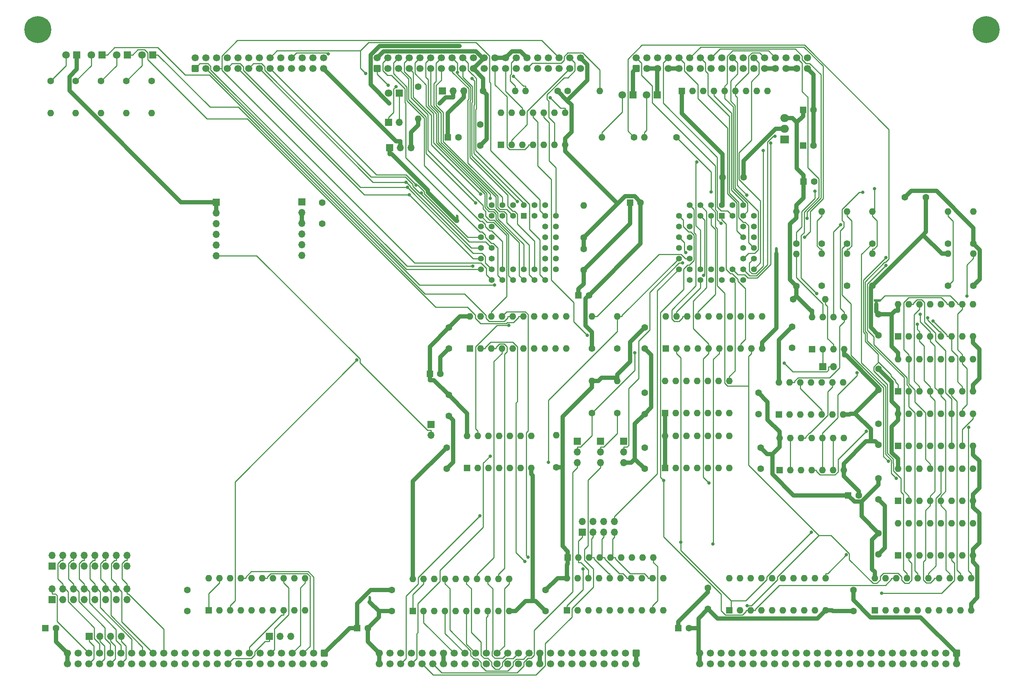
<source format=gbr>
%TF.GenerationSoftware,KiCad,Pcbnew,(6.0.11)*%
%TF.CreationDate,2023-12-19T06:09:49-05:00*%
%TF.ProjectId,input-output.Disk,696e7075-742d-46f7-9574-7075742e4469,rev?*%
%TF.SameCoordinates,Original*%
%TF.FileFunction,Copper,L2,Bot*%
%TF.FilePolarity,Positive*%
%FSLAX46Y46*%
G04 Gerber Fmt 4.6, Leading zero omitted, Abs format (unit mm)*
G04 Created by KiCad (PCBNEW (6.0.11)) date 2023-12-19 06:09:49*
%MOMM*%
%LPD*%
G01*
G04 APERTURE LIST*
G04 Aperture macros list*
%AMRoundRect*
0 Rectangle with rounded corners*
0 $1 Rounding radius*
0 $2 $3 $4 $5 $6 $7 $8 $9 X,Y pos of 4 corners*
0 Add a 4 corners polygon primitive as box body*
4,1,4,$2,$3,$4,$5,$6,$7,$8,$9,$2,$3,0*
0 Add four circle primitives for the rounded corners*
1,1,$1+$1,$2,$3*
1,1,$1+$1,$4,$5*
1,1,$1+$1,$6,$7*
1,1,$1+$1,$8,$9*
0 Add four rect primitives between the rounded corners*
20,1,$1+$1,$2,$3,$4,$5,0*
20,1,$1+$1,$4,$5,$6,$7,0*
20,1,$1+$1,$6,$7,$8,$9,0*
20,1,$1+$1,$8,$9,$2,$3,0*%
G04 Aperture macros list end*
%TA.AperFunction,ComponentPad*%
%ADD10C,6.400000*%
%TD*%
%TA.AperFunction,ComponentPad*%
%ADD11RoundRect,0.250000X-0.600000X0.600000X-0.600000X-0.600000X0.600000X-0.600000X0.600000X0.600000X0*%
%TD*%
%TA.AperFunction,ComponentPad*%
%ADD12C,1.700000*%
%TD*%
%TA.AperFunction,ComponentPad*%
%ADD13C,1.600000*%
%TD*%
%TA.AperFunction,ComponentPad*%
%ADD14C,0.600000*%
%TD*%
%TA.AperFunction,ComponentPad*%
%ADD15R,1.600000X1.600000*%
%TD*%
%TA.AperFunction,ComponentPad*%
%ADD16O,1.600000X1.600000*%
%TD*%
%TA.AperFunction,ComponentPad*%
%ADD17R,1.422400X1.422400*%
%TD*%
%TA.AperFunction,ComponentPad*%
%ADD18C,1.422400*%
%TD*%
%TA.AperFunction,ComponentPad*%
%ADD19R,2.000000X1.905000*%
%TD*%
%TA.AperFunction,ComponentPad*%
%ADD20O,2.000000X1.905000*%
%TD*%
%TA.AperFunction,ComponentPad*%
%ADD21R,1.800000X1.800000*%
%TD*%
%TA.AperFunction,ComponentPad*%
%ADD22C,1.800000*%
%TD*%
%TA.AperFunction,ComponentPad*%
%ADD23R,1.700000X1.700000*%
%TD*%
%TA.AperFunction,ComponentPad*%
%ADD24O,1.700000X1.700000*%
%TD*%
%TA.AperFunction,ComponentPad*%
%ADD25RoundRect,0.250000X0.600000X-0.600000X0.600000X0.600000X-0.600000X0.600000X-0.600000X-0.600000X0*%
%TD*%
%TA.AperFunction,ViaPad*%
%ADD26C,0.800000*%
%TD*%
%TA.AperFunction,Conductor*%
%ADD27C,0.250000*%
%TD*%
%TA.AperFunction,Conductor*%
%ADD28C,1.000000*%
%TD*%
%TA.AperFunction,Conductor*%
%ADD29C,0.599800*%
%TD*%
G04 APERTURE END LIST*
%TO.C,NT1*%
G36*
X239850000Y-139550000D02*
G01*
X238650000Y-139550000D01*
X238650000Y-138950000D01*
X239850000Y-138950000D01*
X239850000Y-139550000D01*
G37*
%TO.C,NT3*%
G36*
X139800000Y-120350000D02*
G01*
X139200000Y-120350000D01*
X139200000Y-119150000D01*
X139800000Y-119150000D01*
X139800000Y-120350000D01*
G37*
%TO.C,NT2*%
G36*
X119050000Y-210850000D02*
G01*
X118450000Y-210850000D01*
X118450000Y-209650000D01*
X119050000Y-209650000D01*
X119050000Y-210850000D01*
G37*
%TO.C,NT4*%
G36*
X215550000Y-128100000D02*
G01*
X214950000Y-128100000D01*
X214950000Y-126900000D01*
X215550000Y-126900000D01*
X215550000Y-128100000D01*
G37*
%TD*%
D10*
%TO.P,H2,1,1*%
%TO.N,GND*%
X265000000Y-75000000D03*
%TD*%
%TO.P,H1,1,1*%
%TO.N,GND*%
X40000000Y-75000000D03*
%TD*%
D11*
%TO.P,P2,1,Pin_1*%
%TO.N,VCC*%
X182000000Y-223000000D03*
D12*
%TO.P,P2,2,Pin_2*%
X182000000Y-225540000D03*
%TO.P,P2,3,Pin_3*%
%TO.N,/bus/A15*%
X179460000Y-223000000D03*
%TO.P,P2,4,Pin_4*%
%TO.N,/bus/A31*%
X179460000Y-225540000D03*
%TO.P,P2,5,Pin_5*%
%TO.N,/bus/A14*%
X176920000Y-223000000D03*
%TO.P,P2,6,Pin_6*%
%TO.N,/bus/A30*%
X176920000Y-225540000D03*
%TO.P,P2,7,Pin_7*%
%TO.N,/bus/A13*%
X174380000Y-223000000D03*
%TO.P,P2,8,Pin_8*%
%TO.N,/bus/A29*%
X174380000Y-225540000D03*
%TO.P,P2,9,Pin_9*%
%TO.N,/bus/A12*%
X171840000Y-223000000D03*
%TO.P,P2,10,Pin_10*%
%TO.N,/bus/A28*%
X171840000Y-225540000D03*
%TO.P,P2,11,Pin_11*%
%TO.N,/bus/A11*%
X169300000Y-223000000D03*
%TO.P,P2,12,Pin_12*%
%TO.N,/bus/A27*%
X169300000Y-225540000D03*
%TO.P,P2,13,Pin_13*%
%TO.N,/bus/A10*%
X166760000Y-223000000D03*
%TO.P,P2,14,Pin_14*%
%TO.N,/bus/A26*%
X166760000Y-225540000D03*
%TO.P,P2,15,Pin_15*%
%TO.N,/bus/A9*%
X164220000Y-223000000D03*
%TO.P,P2,16,Pin_16*%
%TO.N,/bus/A25*%
X164220000Y-225540000D03*
%TO.P,P2,17,Pin_17*%
%TO.N,/bus/A8*%
X161680000Y-223000000D03*
%TO.P,P2,18,Pin_18*%
%TO.N,/bus/A24*%
X161680000Y-225540000D03*
%TO.P,P2,19,Pin_19*%
%TO.N,+12V*%
X159140000Y-223000000D03*
%TO.P,P2,20,Pin_20*%
X159140000Y-225540000D03*
%TO.P,P2,21,Pin_21*%
%TO.N,A7*%
X156600000Y-223000000D03*
%TO.P,P2,22,Pin_22*%
%TO.N,/bus/A23*%
X156600000Y-225540000D03*
%TO.P,P2,23,Pin_23*%
%TO.N,A6*%
X154060000Y-223000000D03*
%TO.P,P2,24,Pin_24*%
%TO.N,/bus/A22*%
X154060000Y-225540000D03*
%TO.P,P2,25,Pin_25*%
%TO.N,A5*%
X151520000Y-223000000D03*
%TO.P,P2,26,Pin_26*%
%TO.N,/bus/A21*%
X151520000Y-225540000D03*
%TO.P,P2,27,Pin_27*%
%TO.N,A4*%
X148980000Y-223000000D03*
%TO.P,P2,28,Pin_28*%
%TO.N,/bus/A20*%
X148980000Y-225540000D03*
%TO.P,P2,29,Pin_29*%
%TO.N,A3*%
X146440000Y-223000000D03*
%TO.P,P2,30,Pin_30*%
%TO.N,/bus/A19*%
X146440000Y-225540000D03*
%TO.P,P2,31,Pin_31*%
%TO.N,A2*%
X143900000Y-223000000D03*
%TO.P,P2,32,Pin_32*%
%TO.N,/bus/A18*%
X143900000Y-225540000D03*
%TO.P,P2,33,Pin_33*%
%TO.N,A1*%
X141360000Y-223000000D03*
%TO.P,P2,34,Pin_34*%
%TO.N,/bus/A17*%
X141360000Y-225540000D03*
%TO.P,P2,35,Pin_35*%
%TO.N,A0*%
X138820000Y-223000000D03*
%TO.P,P2,36,Pin_36*%
%TO.N,/bus/A16*%
X138820000Y-225540000D03*
%TO.P,P2,37,Pin_37*%
%TO.N,-12V*%
X136280000Y-223000000D03*
%TO.P,P2,38,Pin_38*%
X136280000Y-225540000D03*
%TO.P,P2,39,Pin_39*%
%TO.N,/bus/IC3*%
X133740000Y-223000000D03*
%TO.P,P2,40,Pin_40*%
%TO.N,~{TEND1}*%
X133740000Y-225540000D03*
%TO.P,P2,41,Pin_41*%
%TO.N,/bus/IC2*%
X131200000Y-223000000D03*
%TO.P,P2,42,Pin_42*%
%TO.N,~{DREQ1}*%
X131200000Y-225540000D03*
%TO.P,P2,43,Pin_43*%
%TO.N,/bus/IC1*%
X128660000Y-223000000D03*
%TO.P,P2,44,Pin_44*%
%TO.N,~{TEND0}*%
X128660000Y-225540000D03*
%TO.P,P2,45,Pin_45*%
%TO.N,/bus/IC0*%
X126120000Y-223000000D03*
%TO.P,P2,46,Pin_46*%
%TO.N,~{DREQ0}*%
X126120000Y-225540000D03*
%TO.P,P2,47,Pin_47*%
%TO.N,/bus/AUXCLK1*%
X123580000Y-223000000D03*
%TO.P,P2,48,Pin_48*%
%TO.N,/bus/AUXCLK0*%
X123580000Y-225540000D03*
%TO.P,P2,49,Pin_49*%
%TO.N,GND*%
X121040000Y-223000000D03*
%TO.P,P2,50,Pin_50*%
X121040000Y-225540000D03*
%TD*%
D11*
%TO.P,P3,1,Pin_1*%
%TO.N,VCC*%
X258000000Y-223000000D03*
D12*
%TO.P,P3,2,Pin_2*%
X258000000Y-225540000D03*
%TO.P,P3,3,Pin_3*%
%TO.N,/bus/D15*%
X255460000Y-223000000D03*
%TO.P,P3,4,Pin_4*%
%TO.N,/bus/D31*%
X255460000Y-225540000D03*
%TO.P,P3,5,Pin_5*%
%TO.N,/bus/D14*%
X252920000Y-223000000D03*
%TO.P,P3,6,Pin_6*%
%TO.N,/bus/D30*%
X252920000Y-225540000D03*
%TO.P,P3,7,Pin_7*%
%TO.N,/bus/D13*%
X250380000Y-223000000D03*
%TO.P,P3,8,Pin_8*%
%TO.N,/bus/D29*%
X250380000Y-225540000D03*
%TO.P,P3,9,Pin_9*%
%TO.N,/bus/D12*%
X247840000Y-223000000D03*
%TO.P,P3,10,Pin_10*%
%TO.N,/bus/D28*%
X247840000Y-225540000D03*
%TO.P,P3,11,Pin_11*%
%TO.N,/bus/D11*%
X245300000Y-223000000D03*
%TO.P,P3,12,Pin_12*%
%TO.N,/bus/D27*%
X245300000Y-225540000D03*
%TO.P,P3,13,Pin_13*%
%TO.N,/bus/D10*%
X242760000Y-223000000D03*
%TO.P,P3,14,Pin_14*%
%TO.N,/bus/D26*%
X242760000Y-225540000D03*
%TO.P,P3,15,Pin_15*%
%TO.N,/bus/D9*%
X240220000Y-223000000D03*
%TO.P,P3,16,Pin_16*%
%TO.N,/bus/D25*%
X240220000Y-225540000D03*
%TO.P,P3,17,Pin_17*%
%TO.N,/bus/D8*%
X237680000Y-223000000D03*
%TO.P,P3,18,Pin_18*%
%TO.N,/bus/D24*%
X237680000Y-225540000D03*
%TO.P,P3,19,Pin_19*%
%TO.N,D7*%
X235140000Y-223000000D03*
%TO.P,P3,20,Pin_20*%
%TO.N,/bus/D23*%
X235140000Y-225540000D03*
%TO.P,P3,21,Pin_21*%
%TO.N,D6*%
X232600000Y-223000000D03*
%TO.P,P3,22,Pin_22*%
%TO.N,/bus/D22*%
X232600000Y-225540000D03*
%TO.P,P3,23,Pin_23*%
%TO.N,D5*%
X230060000Y-223000000D03*
%TO.P,P3,24,Pin_24*%
%TO.N,/bus/D21*%
X230060000Y-225540000D03*
%TO.P,P3,25,Pin_25*%
%TO.N,D4*%
X227520000Y-223000000D03*
%TO.P,P3,26,Pin_26*%
%TO.N,/bus/D20*%
X227520000Y-225540000D03*
%TO.P,P3,27,Pin_27*%
%TO.N,D3*%
X224980000Y-223000000D03*
%TO.P,P3,28,Pin_28*%
%TO.N,/bus/D19*%
X224980000Y-225540000D03*
%TO.P,P3,29,Pin_29*%
%TO.N,D2*%
X222440000Y-223000000D03*
%TO.P,P3,30,Pin_30*%
%TO.N,/bus/D18*%
X222440000Y-225540000D03*
%TO.P,P3,31,Pin_31*%
%TO.N,D1*%
X219900000Y-223000000D03*
%TO.P,P3,32,Pin_32*%
%TO.N,/bus/D17*%
X219900000Y-225540000D03*
%TO.P,P3,33,Pin_33*%
%TO.N,D0*%
X217360000Y-223000000D03*
%TO.P,P3,34,Pin_34*%
%TO.N,/bus/D16*%
X217360000Y-225540000D03*
%TO.P,P3,35,Pin_35*%
%TO.N,/bus/~{BUSERR}*%
X214820000Y-223000000D03*
%TO.P,P3,36,Pin_36*%
%TO.N,/bus/UDS*%
X214820000Y-225540000D03*
%TO.P,P3,37,Pin_37*%
%TO.N,/bus/~{VPA}*%
X212280000Y-223000000D03*
%TO.P,P3,38,Pin_38*%
%TO.N,/bus/LDS*%
X212280000Y-225540000D03*
%TO.P,P3,39,Pin_39*%
%TO.N,/bus/~{VMA}*%
X209740000Y-223000000D03*
%TO.P,P3,40,Pin_40*%
%TO.N,/bus/S2*%
X209740000Y-225540000D03*
%TO.P,P3,41,Pin_41*%
%TO.N,/bus/~{BHE}*%
X207200000Y-223000000D03*
%TO.P,P3,42,Pin_42*%
%TO.N,/bus/S1*%
X207200000Y-225540000D03*
%TO.P,P3,43,Pin_43*%
%TO.N,/bus/IPL2*%
X204660000Y-223000000D03*
%TO.P,P3,44,Pin_44*%
%TO.N,/bus/S0*%
X204660000Y-225540000D03*
%TO.P,P3,45,Pin_45*%
%TO.N,/bus/IPL1*%
X202120000Y-223000000D03*
%TO.P,P3,46,Pin_46*%
%TO.N,/bus/AUXCLK3*%
X202120000Y-225540000D03*
%TO.P,P3,47,Pin_47*%
%TO.N,/bus/IPL0*%
X199580000Y-223000000D03*
%TO.P,P3,48,Pin_48*%
%TO.N,/bus/AUXCLK2*%
X199580000Y-225540000D03*
%TO.P,P3,49,Pin_49*%
%TO.N,GND*%
X197040000Y-223000000D03*
%TO.P,P3,50,Pin_50*%
X197040000Y-225540000D03*
%TD*%
D11*
%TO.P,P1,1,Pin_1*%
%TO.N,VCC*%
X108000000Y-223000000D03*
D12*
%TO.P,P1,2,Pin_2*%
X108000000Y-225540000D03*
%TO.P,P1,3,Pin_3*%
%TO.N,~{RD}*%
X105460000Y-223000000D03*
%TO.P,P1,4,Pin_4*%
%TO.N,/bus/E*%
X105460000Y-225540000D03*
%TO.P,P1,5,Pin_5*%
%TO.N,~{WR}*%
X102920000Y-223000000D03*
%TO.P,P1,6,Pin_6*%
%TO.N,/bus/ST*%
X102920000Y-225540000D03*
%TO.P,P1,7,Pin_7*%
%TO.N,~{IORQ}*%
X100380000Y-223000000D03*
%TO.P,P1,8,Pin_8*%
%TO.N,/bus/PHI*%
X100380000Y-225540000D03*
%TO.P,P1,9,Pin_9*%
%TO.N,/bus/~{MREQ}*%
X97840000Y-223000000D03*
%TO.P,P1,10,Pin_10*%
%TO.N,/bus/~{INT2}*%
X97840000Y-225540000D03*
%TO.P,P1,11,Pin_11*%
%TO.N,~{M1}*%
X95300000Y-223000000D03*
%TO.P,P1,12,Pin_12*%
%TO.N,/bus/~{INT1}*%
X95300000Y-225540000D03*
%TO.P,P1,13,Pin_13*%
%TO.N,/bus/~{BUSACK}*%
X92760000Y-223000000D03*
%TO.P,P1,14,Pin_14*%
%TO.N,/bus/CRUCLK*%
X92760000Y-225540000D03*
%TO.P,P1,15,Pin_15*%
%TO.N,CLK*%
X90220000Y-223000000D03*
%TO.P,P1,16,Pin_16*%
%TO.N,/bus/CRUOUT*%
X90220000Y-225540000D03*
%TO.P,P1,17,Pin_17*%
%TO.N,/bus/~{INT0}*%
X87680000Y-223000000D03*
%TO.P,P1,18,Pin_18*%
%TO.N,/bus/CRUIN*%
X87680000Y-225540000D03*
%TO.P,P1,19,Pin_19*%
%TO.N,/bus/~{NMI}*%
X85140000Y-223000000D03*
%TO.P,P1,20,Pin_20*%
%TO.N,~{RES_IN}*%
X85140000Y-225540000D03*
%TO.P,P1,21,Pin_21*%
%TO.N,~{RES_OUT}*%
X82600000Y-223000000D03*
%TO.P,P1,22,Pin_22*%
%TO.N,/bus/USER8*%
X82600000Y-225540000D03*
%TO.P,P1,23,Pin_23*%
%TO.N,/bus/~{BUSRQ}*%
X80060000Y-223000000D03*
%TO.P,P1,24,Pin_24*%
%TO.N,/bus/USER7*%
X80060000Y-225540000D03*
%TO.P,P1,25,Pin_25*%
%TO.N,/bus/~{WAIT}*%
X77520000Y-223000000D03*
%TO.P,P1,26,Pin_26*%
%TO.N,/bus/USER6*%
X77520000Y-225540000D03*
%TO.P,P1,27,Pin_27*%
%TO.N,/bus/~{HALT}*%
X74980000Y-223000000D03*
%TO.P,P1,28,Pin_28*%
%TO.N,/bus/USER5*%
X74980000Y-225540000D03*
%TO.P,P1,29,Pin_29*%
%TO.N,/bus/~{RFSH}*%
X72440000Y-223000000D03*
%TO.P,P1,30,Pin_30*%
%TO.N,/bus/USER4*%
X72440000Y-225540000D03*
%TO.P,P1,31,Pin_31*%
%TO.N,~{EIRQ7}*%
X69900000Y-223000000D03*
%TO.P,P1,32,Pin_32*%
%TO.N,/bus/USER3*%
X69900000Y-225540000D03*
%TO.P,P1,33,Pin_33*%
%TO.N,~{EIRQ6}*%
X67360000Y-223000000D03*
%TO.P,P1,34,Pin_34*%
%TO.N,/bus/USER2*%
X67360000Y-225540000D03*
%TO.P,P1,35,Pin_35*%
%TO.N,~{EIRQ5}*%
X64820000Y-223000000D03*
%TO.P,P1,36,Pin_36*%
%TO.N,/bus/USER1*%
X64820000Y-225540000D03*
%TO.P,P1,37,Pin_37*%
%TO.N,~{EIRQ4}*%
X62280000Y-223000000D03*
%TO.P,P1,38,Pin_38*%
%TO.N,/bus/USER0*%
X62280000Y-225540000D03*
%TO.P,P1,39,Pin_39*%
%TO.N,~{EIRQ3}*%
X59740000Y-223000000D03*
%TO.P,P1,40,Pin_40*%
%TO.N,~{BAI}*%
X59740000Y-225540000D03*
%TO.P,P1,41,Pin_41*%
%TO.N,~{EIRQ2}*%
X57200000Y-223000000D03*
%TO.P,P1,42,Pin_42*%
%TO.N,~{BAO}*%
X57200000Y-225540000D03*
%TO.P,P1,43,Pin_43*%
%TO.N,~{EIRQ1}*%
X54660000Y-223000000D03*
%TO.P,P1,44,Pin_44*%
%TO.N,~{IEI}*%
X54660000Y-225540000D03*
%TO.P,P1,45,Pin_45*%
%TO.N,~{EIRQ0}*%
X52120000Y-223000000D03*
%TO.P,P1,46,Pin_46*%
%TO.N,~{IEO}*%
X52120000Y-225540000D03*
%TO.P,P1,47,Pin_47*%
%TO.N,/bus/I2C_SCL*%
X49580000Y-223000000D03*
%TO.P,P1,48,Pin_48*%
%TO.N,/bus/I2C_SDA*%
X49580000Y-225540000D03*
%TO.P,P1,49,Pin_49*%
%TO.N,GND*%
X47040000Y-223000000D03*
%TO.P,P1,50,Pin_50*%
X47040000Y-225540000D03*
%TD*%
D13*
%TO.P,C16,1*%
%TO.N,VCC*%
X137500000Y-161690000D03*
%TO.P,C16,2*%
%TO.N,GND*%
X137500000Y-166690000D03*
%TD*%
D14*
%TO.P,NT1,1,1*%
%TO.N,VCC*%
X238650000Y-139250000D03*
%TO.P,NT1,2,2*%
%TO.N,ONE*%
X239850000Y-139250000D03*
%TD*%
D15*
%TO.P,RP1,1,common*%
%TO.N,VCC*%
X192825000Y-89500000D03*
D16*
%TO.P,RP1,2,R1*%
%TO.N,unconnected-(RP1-Pad2)*%
X195365000Y-89500000D03*
%TO.P,RP1,3,R2*%
%TO.N,/FDC/~{RDD}*%
X197905000Y-89500000D03*
%TO.P,RP1,4,R3*%
%TO.N,/FDC/~{DCHG}*%
X200445000Y-89500000D03*
%TO.P,RP1,5,R4*%
%TO.N,/FDC/~{WP}*%
X202985000Y-89500000D03*
%TO.P,RP1,6,R5*%
%TO.N,/FDC/~{TR00}*%
X205525000Y-89500000D03*
%TO.P,RP1,7,R6*%
%TO.N,/FDC/~{IDX}*%
X208065000Y-89500000D03*
%TO.P,RP1,8,R7*%
%TO.N,/FDC/PCVAL*%
X210605000Y-89500000D03*
%TO.P,RP1,9,R8*%
%TO.N,unconnected-(RP1-Pad9)*%
X213145000Y-89500000D03*
%TD*%
D17*
%TO.P,U8,1,/RD*%
%TO.N,~{bRD}*%
X202270000Y-119150000D03*
D18*
%TO.P,U8,2,/WR*%
%TO.N,~{bWR}*%
X199730000Y-116610000D03*
%TO.P,U8,3,/CS*%
%TO.N,~{MSR-DATA}*%
X199730000Y-119150000D03*
%TO.P,U8,4,A0*%
%TO.N,bA0*%
X197190000Y-116610000D03*
%TO.P,U8,5,/DACK*%
%TO.N,~{FDC-DACK}*%
X197190000Y-119150000D03*
%TO.P,U8,6,TC*%
%TO.N,FDC-TC*%
X194650000Y-116610000D03*
%TO.P,U8,7,DB0*%
%TO.N,bD0*%
X192110000Y-119150000D03*
%TO.P,U8,8,DB1*%
%TO.N,bD1*%
X194650000Y-119150000D03*
%TO.P,U8,9,DB2*%
%TO.N,bD2*%
X192110000Y-121690000D03*
%TO.P,U8,10,DB3*%
%TO.N,bD3*%
X194650000Y-121690000D03*
%TO.P,U8,11,DB4*%
%TO.N,bD4*%
X192110000Y-124230000D03*
%TO.P,U8,12,DB5*%
%TO.N,bD5*%
X194650000Y-124230000D03*
%TO.P,U8,13,DB6*%
%TO.N,bD6*%
X192110000Y-126770000D03*
%TO.P,U8,14,DB7*%
%TO.N,bD7*%
X194650000Y-126770000D03*
%TO.P,U8,15,DMA*%
%TO.N,/FDC/FDC_DMA*%
X192110000Y-129310000D03*
%TO.P,U8,16,IRQ*%
%TO.N,INT_FDC*%
X194650000Y-129310000D03*
%TO.P,U8,17,/DCHGEN*%
%TO.N,ZERO*%
X192110000Y-131850000D03*
%TO.P,U8,18,/LDOR*%
%TO.N,~{LDOR}*%
X194650000Y-134390000D03*
%TO.P,U8,19,/LDCR*%
%TO.N,~{LDCR}*%
X194650000Y-131850000D03*
%TO.P,U8,20,RST*%
%TO.N,FDC-RESET*%
X197190000Y-134390000D03*
%TO.P,U8,21,/RDD*%
%TO.N,/FDC/~{RDD}*%
X197190000Y-131850000D03*
%TO.P,U8,22,/XT2*%
%TO.N,unconnected-(U8-Pad22)*%
X199730000Y-134390000D03*
%TO.P,U8,23,XT2*%
%TO.N,Net-(P7-Pad2)*%
X199730000Y-131850000D03*
%TO.P,U8,24,DRV*%
%TO.N,ZERO*%
X202270000Y-134390000D03*
%TO.P,U8,25,/XT1*%
%TO.N,unconnected-(U8-Pad25)*%
X202270000Y-131850000D03*
%TO.P,U8,26,XT1*%
%TO.N,16MHZ-CLK*%
X204810000Y-134390000D03*
%TO.P,U8,27,PCVAL*%
%TO.N,/FDC/PCVAL*%
X204810000Y-131850000D03*
%TO.P,U8,28,/HS*%
%TO.N,/FDC/~{HS}*%
X207350000Y-134390000D03*
%TO.P,U8,29,/WE*%
%TO.N,/FDC/~{WE}*%
X209890000Y-131850000D03*
%TO.P,U8,30,/WD*%
%TO.N,/FDC/~{WD}*%
X207350000Y-131850000D03*
%TO.P,U8,31,/DIRC*%
%TO.N,/FDC/~{DIRC}*%
X209890000Y-129310000D03*
%TO.P,U8,32,/STEP*%
%TO.N,/FDC/~{STEP}*%
X207350000Y-129310000D03*
%TO.P,U8,33,/DS1*%
%TO.N,/FDC/~{DS1}*%
X209890000Y-126770000D03*
%TO.P,U8,34,GND*%
%TO.N,/FDC/GND_PLCC*%
X207350000Y-126770000D03*
%TO.P,U8,35,/DS2*%
%TO.N,/FDC/~{DS2}*%
X209890000Y-124230000D03*
%TO.P,U8,36,/MO1/DS3*%
%TO.N,/FDC/~{MO1}*%
X207350000Y-124230000D03*
%TO.P,U8,37,/MO2/DS4*%
%TO.N,/FDC/~{MO2}*%
X209890000Y-121690000D03*
%TO.P,U8,38,/HDL*%
%TO.N,unconnected-(U8-Pad38)*%
X207350000Y-121690000D03*
%TO.P,U8,39,/RWC/RPM*%
%TO.N,/FDC/~{RWC}*%
X209890000Y-119150000D03*
%TO.P,U8,40,/DCHG*%
%TO.N,/FDC/~{DCHG}*%
X207350000Y-116610000D03*
%TO.P,U8,41,/WP*%
%TO.N,/FDC/~{WP}*%
X207350000Y-119150000D03*
%TO.P,U8,42,/TR00*%
%TO.N,/FDC/~{TR00}*%
X204810000Y-116610000D03*
%TO.P,U8,43,/IDX*%
%TO.N,/FDC/~{IDX}*%
X204810000Y-119150000D03*
%TO.P,U8,44,VCC*%
%TO.N,VCC*%
X202270000Y-116610000D03*
%TD*%
D15*
%TO.P,U25,1,~{MR}*%
%TO.N,/WIZNET/~{CLR}*%
X244125000Y-173800000D03*
D16*
%TO.P,U25,2,CP*%
%TO.N,bCLK*%
X246665000Y-173800000D03*
%TO.P,U25,3,D0*%
%TO.N,/WIZNET/~{TR}*%
X249205000Y-173800000D03*
%TO.P,U25,4,D1*%
X251745000Y-173800000D03*
%TO.P,U25,5,D2*%
%TO.N,/WIZNET/QD*%
X254285000Y-173800000D03*
%TO.P,U25,6,D3*%
X256825000Y-173800000D03*
%TO.P,U25,7,CEP*%
%TO.N,/WIZNET/~{QD}*%
X259365000Y-173800000D03*
%TO.P,U25,8,GND*%
%TO.N,GND*%
X261905000Y-173800000D03*
%TO.P,U25,9,~{PE}*%
%TO.N,/WIZNET/~{QD}*%
X261905000Y-166180000D03*
%TO.P,U25,10,CET*%
%TO.N,ONE*%
X259365000Y-166180000D03*
%TO.P,U25,11,Q3*%
%TO.N,/WIZNET/QD*%
X256825000Y-166180000D03*
%TO.P,U25,12,Q2*%
%TO.N,unconnected-(U25-Pad12)*%
X254285000Y-166180000D03*
%TO.P,U25,13,Q1*%
%TO.N,unconnected-(U25-Pad13)*%
X251745000Y-166180000D03*
%TO.P,U25,14,Q0*%
%TO.N,unconnected-(U25-Pad14)*%
X249205000Y-166180000D03*
%TO.P,U25,15,TC*%
%TO.N,/WIZNET/RCO*%
X246665000Y-166180000D03*
%TO.P,U25,16,VCC*%
%TO.N,VCC*%
X244125000Y-166180000D03*
%TD*%
D13*
%TO.P,R40,1*%
%TO.N,GND*%
X226000000Y-135750000D03*
D16*
%TO.P,R40,2*%
%TO.N,/WIZNET/~{CS0}*%
X226000000Y-128130000D03*
%TD*%
D19*
%TO.P,U20,1,VI*%
%TO.N,VCC*%
X217230000Y-101040000D03*
D20*
%TO.P,U20,2,GND*%
%TO.N,GND*%
X217230000Y-98500000D03*
%TO.P,U20,3,VO*%
%TO.N,VDD*%
X217230000Y-95960000D03*
%TD*%
D14*
%TO.P,NT3,1,1*%
%TO.N,GND*%
X139500000Y-120350000D03*
%TO.P,NT3,2,2*%
%TO.N,/PPIDE/GND_PLCC*%
X139500000Y-119150000D03*
%TD*%
D13*
%TO.P,R6,1*%
%TO.N,GND*%
X145690000Y-89500000D03*
D16*
%TO.P,R6,2*%
%TO.N,/PPIDE/CSEL*%
X153310000Y-89500000D03*
%TD*%
D15*
%TO.P,C22,1*%
%TO.N,VCC*%
X115794900Y-217000000D03*
D13*
%TO.P,C22,2*%
%TO.N,GND*%
X118294900Y-217000000D03*
%TD*%
%TO.P,C10,1*%
%TO.N,VCC*%
X137500000Y-145690000D03*
%TO.P,C10,2*%
%TO.N,GND*%
X137500000Y-150690000D03*
%TD*%
D21*
%TO.P,D1,1,K*%
%TO.N,GND*%
X49250000Y-80950000D03*
D22*
%TO.P,D1,2,A*%
%TO.N,Net-(D1-Pad2)*%
X46710000Y-80950000D03*
%TD*%
D13*
%TO.P,C14,1*%
%TO.N,VCC*%
X160500000Y-208000000D03*
%TO.P,C14,2*%
%TO.N,GND*%
X160500000Y-213000000D03*
%TD*%
%TO.P,R29,1*%
%TO.N,VDD*%
X220000000Y-135810000D03*
D16*
%TO.P,R29,2*%
%TO.N,Net-(R29-Pad2)*%
X220000000Y-128190000D03*
%TD*%
D21*
%TO.P,D4,1,K*%
%TO.N,/GAL/~{CS_FDC_LED}*%
X55250000Y-80950000D03*
D22*
%TO.P,D4,2,A*%
%TO.N,Net-(D4-Pad2)*%
X52710000Y-80950000D03*
%TD*%
D15*
%TO.P,C20,1*%
%TO.N,VCC*%
X192000000Y-217000000D03*
D13*
%TO.P,C20,2*%
%TO.N,GND*%
X194500000Y-217000000D03*
%TD*%
D23*
%TO.P,U31,J1-1,GND*%
%TO.N,GND*%
X82340000Y-115900000D03*
D24*
%TO.P,U31,J1-2,GND*%
X82340000Y-118440000D03*
%TO.P,U31,J1-3,MOSI*%
%TO.N,/WIZNET/MOSI*%
X82340000Y-120980000D03*
%TO.P,U31,J1-4,SCLK*%
%TO.N,/WIZNET/SCK*%
X82340000Y-123520000D03*
%TO.P,U31,J1-5,~{SCN}*%
%TO.N,/WIZNET/~{CS0}*%
X82340000Y-126060000D03*
%TO.P,U31,J1-6,~{INT}*%
%TO.N,Net-(JP2-Pad2)*%
X82340000Y-128600000D03*
D23*
%TO.P,U31,J2-1,GND*%
%TO.N,GND*%
X102660000Y-115880000D03*
D24*
%TO.P,U31,J2-2,VDD*%
%TO.N,VDD*%
X102660000Y-118420000D03*
%TO.P,U31,J2-3,VDD*%
X102660000Y-120960000D03*
%TO.P,U31,J2-4,NC*%
%TO.N,unconnected-(U31-PadJ2-4)*%
X102660000Y-123500000D03*
%TO.P,U31,J2-5,~{RST}*%
%TO.N,/WIZNET/~{RST}*%
X102660000Y-126040000D03*
%TO.P,U31,J2-6,MISO*%
%TO.N,/WIZNET/MISO*%
X102660000Y-128580000D03*
%TD*%
D13*
%TO.P,C7,1*%
%TO.N,VCC*%
X239500000Y-168500000D03*
%TO.P,C7,2*%
%TO.N,GND*%
X239500000Y-173500000D03*
%TD*%
D15*
%TO.P,C27,1*%
%TO.N,VCC*%
X137294900Y-100500000D03*
D13*
%TO.P,C27,2*%
%TO.N,GND*%
X139794900Y-100500000D03*
%TD*%
D23*
%TO.P,P7,1,Pin_1*%
%TO.N,Net-(P7-Pad1)*%
X179000000Y-172665000D03*
D24*
%TO.P,P7,2,Pin_2*%
%TO.N,Net-(P7-Pad2)*%
X179000000Y-175205000D03*
%TO.P,P7,3,Pin_3*%
%TO.N,GND*%
X179000000Y-177745000D03*
%TD*%
D21*
%TO.P,D2,1,K*%
%TO.N,/PPIDE/~{ACTIVE}*%
X125750000Y-90000000D03*
D22*
%TO.P,D2,2,A*%
%TO.N,Net-(D2-Pad2)*%
X123210000Y-90000000D03*
%TD*%
D14*
%TO.P,NT2,1,1*%
%TO.N,GND*%
X118750000Y-210850000D03*
%TO.P,NT2,2,2*%
%TO.N,ZERO*%
X118750000Y-209650000D03*
%TD*%
D15*
%TO.P,U16,1,~{Mr}*%
%TO.N,~{bRESET}*%
X204075000Y-212800000D03*
D16*
%TO.P,U16,2,Q0*%
%TO.N,unconnected-(U16-Pad2)*%
X206615000Y-212800000D03*
%TO.P,U16,3,D0*%
%TO.N,bD0*%
X209155000Y-212800000D03*
%TO.P,U16,4,D1*%
%TO.N,bD1*%
X211695000Y-212800000D03*
%TO.P,U16,5,Q1*%
%TO.N,unconnected-(U16-Pad5)*%
X214235000Y-212800000D03*
%TO.P,U16,6,Q2*%
%TO.N,unconnected-(U16-Pad6)*%
X216775000Y-212800000D03*
%TO.P,U16,7,D2*%
%TO.N,bD2*%
X219315000Y-212800000D03*
%TO.P,U16,8,D3*%
%TO.N,bD3*%
X221855000Y-212800000D03*
%TO.P,U16,9,Q3*%
%TO.N,unconnected-(U16-Pad9)*%
X224395000Y-212800000D03*
%TO.P,U16,10,GND*%
%TO.N,GND*%
X226935000Y-212800000D03*
%TO.P,U16,11,Cp*%
%TO.N,/WIZNET/~{LATCH_WR}*%
X226935000Y-205180000D03*
%TO.P,U16,12,Q4*%
%TO.N,unconnected-(U16-Pad12)*%
X224395000Y-205180000D03*
%TO.P,U16,13,D4*%
%TO.N,bD4*%
X221855000Y-205180000D03*
%TO.P,U16,14,D5*%
%TO.N,bD5*%
X219315000Y-205180000D03*
%TO.P,U16,15,Q5*%
%TO.N,unconnected-(U16-Pad15)*%
X216775000Y-205180000D03*
%TO.P,U16,16,Q6*%
%TO.N,unconnected-(U16-Pad16)*%
X214235000Y-205180000D03*
%TO.P,U16,17,D6*%
%TO.N,bD6*%
X211695000Y-205180000D03*
%TO.P,U16,18,D7*%
%TO.N,bD7*%
X209155000Y-205180000D03*
%TO.P,U16,19,Q7*%
%TO.N,unconnected-(U16-Pad19)*%
X206615000Y-205180000D03*
%TO.P,U16,20,VCC*%
%TO.N,VCC*%
X204075000Y-205180000D03*
%TD*%
D15*
%TO.P,U21,1,G*%
%TO.N,~{bIORQ}*%
X165575000Y-212800000D03*
D16*
%TO.P,U21,2,P0*%
%TO.N,~{bM1}*%
X168115000Y-212800000D03*
%TO.P,U21,3,R0*%
%TO.N,Net-(RN1-Pad9)*%
X170655000Y-212800000D03*
%TO.P,U21,4,P1*%
X173195000Y-212800000D03*
%TO.P,U21,5,R1*%
X175735000Y-212800000D03*
%TO.P,U21,6,P2*%
X178275000Y-212800000D03*
%TO.P,U21,7,R2*%
X180815000Y-212800000D03*
%TO.P,U21,8,P3*%
X183355000Y-212800000D03*
%TO.P,U21,9,R3*%
X185895000Y-212800000D03*
%TO.P,U21,10,GND*%
%TO.N,GND*%
X188435000Y-212800000D03*
%TO.P,U21,11,P4*%
%TO.N,bA4*%
X188435000Y-205180000D03*
%TO.P,U21,12,R4*%
%TO.N,Net-(RN1-Pad5)*%
X185895000Y-205180000D03*
%TO.P,U21,13,P5*%
%TO.N,bA5*%
X183355000Y-205180000D03*
%TO.P,U21,14,R5*%
%TO.N,Net-(RN1-Pad4)*%
X180815000Y-205180000D03*
%TO.P,U21,15,P6*%
%TO.N,bA6*%
X178275000Y-205180000D03*
%TO.P,U21,16,R6*%
%TO.N,Net-(RN1-Pad3)*%
X175735000Y-205180000D03*
%TO.P,U21,17,P7*%
%TO.N,bA7*%
X173195000Y-205180000D03*
%TO.P,U21,18,R7*%
%TO.N,Net-(RN1-Pad2)*%
X170655000Y-205180000D03*
%TO.P,U21,19,P=R*%
%TO.N,~{CS_DISK}*%
X168115000Y-205180000D03*
%TO.P,U21,20,VCC*%
%TO.N,VCC*%
X165575000Y-205180000D03*
%TD*%
D13*
%TO.P,R47,1*%
%TO.N,VCC*%
X163000000Y-178810000D03*
D16*
%TO.P,R47,2*%
%TO.N,Net-(R47-Pad2)*%
X163000000Y-171190000D03*
%TD*%
D13*
%TO.P,C18,1*%
%TO.N,VCC*%
X239500000Y-194500000D03*
%TO.P,C18,2*%
%TO.N,GND*%
X239500000Y-199500000D03*
%TD*%
%TO.P,R45,1*%
%TO.N,GND*%
X232000000Y-135750000D03*
D16*
%TO.P,R45,2*%
%TO.N,/WIZNET/~{RST}*%
X232000000Y-128130000D03*
%TD*%
D13*
%TO.P,C9,1*%
%TO.N,VCC*%
X211500000Y-174190000D03*
%TO.P,C9,2*%
%TO.N,GND*%
X211500000Y-179190000D03*
%TD*%
%TO.P,C15,1*%
%TO.N,VCC*%
X145000000Y-97500000D03*
%TO.P,C15,2*%
%TO.N,GND*%
X145000000Y-102500000D03*
%TD*%
D21*
%TO.P,D5,1,K*%
%TO.N,Net-(D5-Pad1)*%
X61250000Y-80950000D03*
D22*
%TO.P,D5,2,A*%
%TO.N,Net-(D5-Pad2)*%
X58710000Y-80950000D03*
%TD*%
D13*
%TO.P,R9,1*%
%TO.N,Net-(JP1-Pad1)*%
X130250000Y-88500000D03*
D16*
%TO.P,R9,2*%
%TO.N,VCC*%
X130250000Y-96120000D03*
%TD*%
D23*
%TO.P,J9,1,Pin_1*%
%TO.N,~{RES_IN}*%
X94975000Y-219000000D03*
D24*
%TO.P,J9,2,Pin_2*%
%TO.N,Net-(J9-Pad2)*%
X97515000Y-219000000D03*
%TO.P,J9,3,Pin_3*%
%TO.N,~{RES_OUT}*%
X100055000Y-219000000D03*
%TD*%
D25*
%TO.P,P6,1,Pin_1*%
%TO.N,/PPIDE/~{PC7}*%
X120500000Y-84197500D03*
D12*
%TO.P,P6,2,Pin_2*%
%TO.N,GND*%
X120500000Y-81657500D03*
%TO.P,P6,3,Pin_3*%
%TO.N,/PPIDE/PA7*%
X123040000Y-84197500D03*
%TO.P,P6,4,Pin_4*%
%TO.N,/PPIDE/PB0*%
X123040000Y-81657500D03*
%TO.P,P6,5,Pin_5*%
%TO.N,/PPIDE/PA6*%
X125580000Y-84197500D03*
%TO.P,P6,6,Pin_6*%
%TO.N,/PPIDE/PB1*%
X125580000Y-81657500D03*
%TO.P,P6,7,Pin_7*%
%TO.N,/PPIDE/PA5*%
X128120000Y-84197500D03*
%TO.P,P6,8,Pin_8*%
%TO.N,/PPIDE/PB2*%
X128120000Y-81657500D03*
%TO.P,P6,9,Pin_9*%
%TO.N,/PPIDE/PA4*%
X130660000Y-84197500D03*
%TO.P,P6,10,Pin_10*%
%TO.N,/PPIDE/PB3*%
X130660000Y-81657500D03*
%TO.P,P6,11,Pin_11*%
%TO.N,/PPIDE/PA3*%
X133200000Y-84197500D03*
%TO.P,P6,12,Pin_12*%
%TO.N,/PPIDE/PB4*%
X133200000Y-81657500D03*
%TO.P,P6,13,Pin_13*%
%TO.N,/PPIDE/PA2*%
X135740000Y-84197500D03*
%TO.P,P6,14,Pin_14*%
%TO.N,/PPIDE/PB5*%
X135740000Y-81657500D03*
%TO.P,P6,15,Pin_15*%
%TO.N,/PPIDE/PA1*%
X138280000Y-84197500D03*
%TO.P,P6,16,Pin_16*%
%TO.N,/PPIDE/PB6*%
X138280000Y-81657500D03*
%TO.P,P6,17,Pin_17*%
%TO.N,/PPIDE/PA0*%
X140820000Y-84197500D03*
%TO.P,P6,18,Pin_18*%
%TO.N,/PPIDE/PB7*%
X140820000Y-81657500D03*
%TO.P,P6,19,Pin_19*%
%TO.N,GND*%
X143360000Y-84197500D03*
%TO.P,P6,20,Pin_20*%
%TO.N,/PPIDE/VCC_IDE*%
X143360000Y-81657500D03*
%TO.P,P6,21,Pin_21*%
%TO.N,/PPIDE/DMARQ*%
X145900000Y-84197500D03*
%TO.P,P6,22,Pin_22*%
%TO.N,GND*%
X145900000Y-81657500D03*
%TO.P,P6,23,Pin_23*%
%TO.N,/PPIDE/~{PC5}*%
X148440000Y-84197500D03*
%TO.P,P6,24,Pin_24*%
%TO.N,GND*%
X148440000Y-81657500D03*
%TO.P,P6,25,Pin_25*%
%TO.N,/PPIDE/~{PC6}*%
X150980000Y-84197500D03*
%TO.P,P6,26,Pin_26*%
%TO.N,GND*%
X150980000Y-81657500D03*
%TO.P,P6,27,Pin_27*%
%TO.N,/PPIDE/IORDY*%
X153520000Y-84197500D03*
%TO.P,P6,28,Pin_28*%
%TO.N,/PPIDE/CSEL*%
X153520000Y-81657500D03*
%TO.P,P6,29,Pin_29*%
%TO.N,/PPIDE/~{DMACK}*%
X156060000Y-84197500D03*
%TO.P,P6,30,Pin_30*%
%TO.N,GND*%
X156060000Y-81657500D03*
%TO.P,P6,31,Pin_31*%
%TO.N,/PPIDE/INTRQ*%
X158600000Y-84197500D03*
%TO.P,P6,32,Pin_32*%
%TO.N,/PPIDE/~{IOCS16}*%
X158600000Y-81657500D03*
%TO.P,P6,33,Pin_33*%
%TO.N,/PPIDE/PC1*%
X161140000Y-84197500D03*
%TO.P,P6,34,Pin_34*%
%TO.N,/PPIDE/~{PDIAG}*%
X161140000Y-81657500D03*
%TO.P,P6,35,Pin_35*%
%TO.N,/PPIDE/PC0*%
X163680000Y-84197500D03*
%TO.P,P6,36,Pin_36*%
%TO.N,/PPIDE/PC2*%
X163680000Y-81657500D03*
%TO.P,P6,37,Pin_37*%
%TO.N,/PPIDE/~{PC3}*%
X166220000Y-84197500D03*
%TO.P,P6,38,Pin_38*%
%TO.N,/PPIDE/~{PC4}*%
X166220000Y-81657500D03*
%TO.P,P6,39,Pin_39*%
%TO.N,/PPIDE/~{ACTIVE}*%
X168760000Y-84197500D03*
%TO.P,P6,40,Pin_40*%
%TO.N,GND*%
X168760000Y-81657500D03*
%TD*%
D13*
%TO.P,R1,1*%
%TO.N,Net-(D1-Pad2)*%
X43000000Y-87190000D03*
D16*
%TO.P,R1,2*%
%TO.N,VCC*%
X43000000Y-94810000D03*
%TD*%
D23*
%TO.P,K2,1,Pin_1*%
%TO.N,GND*%
X135975000Y-89500000D03*
D24*
%TO.P,K2,2,Pin_2*%
%TO.N,/PPIDE/VCC_IDE*%
X138515000Y-89500000D03*
%TO.P,K2,3,Pin_3*%
%TO.N,VCC*%
X141055000Y-89500000D03*
%TD*%
D13*
%TO.P,R11,1*%
%TO.N,/FDC/RDY*%
X177500000Y-165990000D03*
D16*
%TO.P,R11,2*%
%TO.N,VCC*%
X177500000Y-158370000D03*
%TD*%
D13*
%TO.P,R10,1*%
%TO.N,GND*%
X171500000Y-150690000D03*
D16*
%TO.P,R10,2*%
%TO.N,INT_FDC*%
X171500000Y-143070000D03*
%TD*%
D13*
%TO.P,R38,1*%
%TO.N,Net-(R38-Pad1)*%
X226000000Y-125750000D03*
D16*
%TO.P,R38,2*%
%TO.N,/WIZNET/~{CS0}*%
X226000000Y-118130000D03*
%TD*%
D14*
%TO.P,NT4,1,1*%
%TO.N,GND*%
X215250000Y-128100000D03*
%TO.P,NT4,2,2*%
%TO.N,/FDC/GND_PLCC*%
X215250000Y-126900000D03*
%TD*%
D15*
%TO.P,U14,1,A->B*%
%TO.N,~{RD}*%
X238575000Y-212800000D03*
D16*
%TO.P,U14,2,A0*%
%TO.N,D0*%
X241115000Y-212800000D03*
%TO.P,U14,3,A1*%
%TO.N,D1*%
X243655000Y-212800000D03*
%TO.P,U14,4,A2*%
%TO.N,D2*%
X246195000Y-212800000D03*
%TO.P,U14,5,A3*%
%TO.N,D3*%
X248735000Y-212800000D03*
%TO.P,U14,6,A4*%
%TO.N,D4*%
X251275000Y-212800000D03*
%TO.P,U14,7,A5*%
%TO.N,D5*%
X253815000Y-212800000D03*
%TO.P,U14,8,A6*%
%TO.N,D6*%
X256355000Y-212800000D03*
%TO.P,U14,9,A7*%
%TO.N,D7*%
X258895000Y-212800000D03*
%TO.P,U14,10,GND*%
%TO.N,GND*%
X261435000Y-212800000D03*
%TO.P,U14,11,B7*%
%TO.N,bD7*%
X261435000Y-205180000D03*
%TO.P,U14,12,B6*%
%TO.N,bD6*%
X258895000Y-205180000D03*
%TO.P,U14,13,B5*%
%TO.N,bD5*%
X256355000Y-205180000D03*
%TO.P,U14,14,B4*%
%TO.N,bD4*%
X253815000Y-205180000D03*
%TO.P,U14,15,B3*%
%TO.N,bD3*%
X251275000Y-205180000D03*
%TO.P,U14,16,B2*%
%TO.N,bD2*%
X248735000Y-205180000D03*
%TO.P,U14,17,B1*%
%TO.N,bD1*%
X246195000Y-205180000D03*
%TO.P,U14,18,B0*%
%TO.N,bD0*%
X243655000Y-205180000D03*
%TO.P,U14,19,CE*%
%TO.N,~{CS_DISK}*%
X241115000Y-205180000D03*
%TO.P,U14,20,VCC*%
%TO.N,VCC*%
X238575000Y-205180000D03*
%TD*%
D13*
%TO.P,R15,1*%
%TO.N,Net-(D4-Pad2)*%
X49000000Y-87190000D03*
D16*
%TO.P,R15,2*%
%TO.N,VCC*%
X49000000Y-94810000D03*
%TD*%
D23*
%TO.P,J13,1,Pin_1*%
%TO.N,Net-(J13-Pad1)*%
X43350000Y-202275000D03*
D24*
%TO.P,J13,2,Pin_2*%
%TO.N,~{EIRQ0}*%
X43350000Y-199735000D03*
%TO.P,J13,3,Pin_3*%
%TO.N,Net-(J13-Pad1)*%
X45890000Y-202275000D03*
%TO.P,J13,4,Pin_4*%
%TO.N,~{EIRQ1}*%
X45890000Y-199735000D03*
%TO.P,J13,5,Pin_5*%
%TO.N,Net-(J13-Pad1)*%
X48430000Y-202275000D03*
%TO.P,J13,6,Pin_6*%
%TO.N,~{EIRQ2}*%
X48430000Y-199735000D03*
%TO.P,J13,7,Pin_7*%
%TO.N,Net-(J13-Pad1)*%
X50970000Y-202275000D03*
%TO.P,J13,8,Pin_8*%
%TO.N,~{EIRQ3}*%
X50970000Y-199735000D03*
%TO.P,J13,9,Pin_9*%
%TO.N,Net-(J13-Pad1)*%
X53510000Y-202275000D03*
%TO.P,J13,10,Pin_10*%
%TO.N,~{EIRQ4}*%
X53510000Y-199735000D03*
%TO.P,J13,11,Pin_11*%
%TO.N,Net-(J13-Pad1)*%
X56050000Y-202275000D03*
%TO.P,J13,12,Pin_12*%
%TO.N,~{EIRQ5}*%
X56050000Y-199735000D03*
%TO.P,J13,13,Pin_13*%
%TO.N,Net-(J13-Pad1)*%
X58590000Y-202275000D03*
%TO.P,J13,14,Pin_14*%
%TO.N,~{EIRQ6}*%
X58590000Y-199735000D03*
%TO.P,J13,15,Pin_15*%
%TO.N,Net-(J13-Pad1)*%
X61130000Y-202275000D03*
%TO.P,J13,16,Pin_16*%
%TO.N,~{EIRQ7}*%
X61130000Y-199735000D03*
%TD*%
D15*
%TO.P,C23,1*%
%TO.N,VCC*%
X232294900Y-185500000D03*
D13*
%TO.P,C23,2*%
%TO.N,GND*%
X234794900Y-185500000D03*
%TD*%
D15*
%TO.P,U5,1*%
%TO.N,/PPIDE/PC3*%
X149875000Y-102300000D03*
D16*
%TO.P,U5,2*%
%TO.N,/PPIDE/~{PC3}*%
X152415000Y-102300000D03*
%TO.P,U5,3*%
%TO.N,/PPIDE/PC5*%
X154955000Y-102300000D03*
%TO.P,U5,4*%
%TO.N,/PPIDE/~{PC5}*%
X157495000Y-102300000D03*
%TO.P,U5,5*%
%TO.N,/PPIDE/PC4*%
X160035000Y-102300000D03*
%TO.P,U5,6*%
%TO.N,/PPIDE/~{PC4}*%
X162575000Y-102300000D03*
%TO.P,U5,7,GND*%
%TO.N,GND*%
X165115000Y-102300000D03*
%TO.P,U5,8*%
%TO.N,/PPIDE/~{PC7}*%
X165115000Y-94680000D03*
%TO.P,U5,9*%
%TO.N,/PPIDE/PC7*%
X162575000Y-94680000D03*
%TO.P,U5,10*%
%TO.N,Net-(U5-Pad10)*%
X160035000Y-94680000D03*
%TO.P,U5,11*%
%TO.N,~{bRESET}*%
X157495000Y-94680000D03*
%TO.P,U5,12*%
%TO.N,/PPIDE/~{PC6}*%
X154955000Y-94680000D03*
%TO.P,U5,13*%
%TO.N,/PPIDE/PC6*%
X152415000Y-94680000D03*
%TO.P,U5,14,VCC*%
%TO.N,VCC*%
X149875000Y-94680000D03*
%TD*%
D15*
%TO.P,C21,1*%
%TO.N,VCC*%
X41794900Y-217000000D03*
D13*
%TO.P,C21,2*%
%TO.N,GND*%
X44294900Y-217000000D03*
%TD*%
%TO.P,C12,1*%
%TO.N,VCC*%
X124000000Y-208000000D03*
%TO.P,C12,2*%
%TO.N,GND*%
X124000000Y-213000000D03*
%TD*%
D15*
%TO.P,U10,1,I1/CLK*%
%TO.N,unconnected-(U10-Pad1)*%
X189000000Y-150690000D03*
D16*
%TO.P,U10,2,I2*%
%TO.N,~{bRESET}*%
X191540000Y-150690000D03*
%TO.P,U10,3,I3*%
%TO.N,~{PULSE}*%
X194080000Y-150690000D03*
%TO.P,U10,4,I4*%
%TO.N,~{CS_FDC}*%
X196620000Y-150690000D03*
%TO.P,U10,5,I5*%
%TO.N,bA0*%
X199160000Y-150690000D03*
%TO.P,U10,6,I6*%
%TO.N,bA1*%
X201700000Y-150690000D03*
%TO.P,U10,7,I7*%
%TO.N,bA2*%
X204240000Y-150690000D03*
%TO.P,U10,8,I8*%
%TO.N,~{bRD}*%
X206780000Y-150690000D03*
%TO.P,U10,9,I9*%
%TO.N,~{bWR}*%
X209320000Y-150690000D03*
%TO.P,U10,10,GND*%
%TO.N,GND*%
X211860000Y-150690000D03*
%TO.P,U10,11,I10/~{OE}*%
%TO.N,unconnected-(U10-Pad11)*%
X211860000Y-143070000D03*
%TO.P,U10,12,IO8*%
%TO.N,/GAL/~{CS_FDC_LED}*%
X209320000Y-143070000D03*
%TO.P,U10,13,IO7*%
%TO.N,~{LDOR}*%
X206780000Y-143070000D03*
%TO.P,U10,14,IO6*%
%TO.N,~{FDC-DACK}*%
X204240000Y-143070000D03*
%TO.P,U10,15,IO5*%
%TO.N,~{LDCR}*%
X201700000Y-143070000D03*
%TO.P,U10,16,IO4*%
%TO.N,unconnected-(U10-Pad16)*%
X199160000Y-143070000D03*
%TO.P,U10,17,I03*%
%TO.N,~{MSR-DATA}*%
X196620000Y-143070000D03*
%TO.P,U10,18,IO2*%
%TO.N,FDC-TC*%
X194080000Y-143070000D03*
%TO.P,U10,19,IO1*%
%TO.N,FDC-RESET*%
X191540000Y-143070000D03*
%TO.P,U10,20,VCC*%
%TO.N,VCC*%
X189000000Y-143070000D03*
%TD*%
D25*
%TO.P,P5,1,Pin_1*%
%TO.N,/PPIDE/PC0*%
X77285000Y-84197500D03*
D12*
%TO.P,P5,2,Pin_2*%
%TO.N,/PPIDE/PA0*%
X77285000Y-81657500D03*
%TO.P,P5,3,Pin_3*%
%TO.N,/PPIDE/PC1*%
X79825000Y-84197500D03*
%TO.P,P5,4,Pin_4*%
%TO.N,/PPIDE/PA1*%
X79825000Y-81657500D03*
%TO.P,P5,5,Pin_5*%
%TO.N,/PPIDE/PC2*%
X82365000Y-84197500D03*
%TO.P,P5,6,Pin_6*%
%TO.N,/PPIDE/PA2*%
X82365000Y-81657500D03*
%TO.P,P5,7,Pin_7*%
%TO.N,/PPIDE/PC3*%
X84905000Y-84197500D03*
%TO.P,P5,8,Pin_8*%
%TO.N,/PPIDE/PA3*%
X84905000Y-81657500D03*
%TO.P,P5,9,Pin_9*%
%TO.N,/PPIDE/PC4*%
X87445000Y-84197500D03*
%TO.P,P5,10,Pin_10*%
%TO.N,/PPIDE/PA4*%
X87445000Y-81657500D03*
%TO.P,P5,11,Pin_11*%
%TO.N,/PPIDE/PC5*%
X89985000Y-84197500D03*
%TO.P,P5,12,Pin_12*%
%TO.N,/PPIDE/PA5*%
X89985000Y-81657500D03*
%TO.P,P5,13,Pin_13*%
%TO.N,/PPIDE/PC6*%
X92525000Y-84197500D03*
%TO.P,P5,14,Pin_14*%
%TO.N,/PPIDE/PA6*%
X92525000Y-81657500D03*
%TO.P,P5,15,Pin_15*%
%TO.N,/PPIDE/PC7*%
X95065000Y-84197500D03*
%TO.P,P5,16,Pin_16*%
%TO.N,/PPIDE/PA7*%
X95065000Y-81657500D03*
%TO.P,P5,17,Pin_17*%
%TO.N,/PPIDE/PB7*%
X97605000Y-84197500D03*
%TO.P,P5,18,Pin_18*%
%TO.N,/PPIDE/PB0*%
X97605000Y-81657500D03*
%TO.P,P5,19,Pin_19*%
%TO.N,/PPIDE/PB6*%
X100145000Y-84197500D03*
%TO.P,P5,20,Pin_20*%
%TO.N,/PPIDE/PB1*%
X100145000Y-81657500D03*
%TO.P,P5,21,Pin_21*%
%TO.N,/PPIDE/PB5*%
X102685000Y-84197500D03*
%TO.P,P5,22,Pin_22*%
%TO.N,/PPIDE/PB2*%
X102685000Y-81657500D03*
%TO.P,P5,23,Pin_23*%
%TO.N,/PPIDE/PB4*%
X105225000Y-84197500D03*
%TO.P,P5,24,Pin_24*%
%TO.N,/PPIDE/PB3*%
X105225000Y-81657500D03*
%TO.P,P5,25,Pin_25*%
%TO.N,/PPIDE/VCC_PP*%
X107765000Y-84197500D03*
%TO.P,P5,26,Pin_26*%
%TO.N,GND*%
X107765000Y-81657500D03*
%TD*%
D13*
%TO.P,R32,1*%
%TO.N,VDD*%
X262000000Y-135750000D03*
D16*
%TO.P,R32,2*%
%TO.N,/WIZNET/MISO*%
X262000000Y-128130000D03*
%TD*%
D13*
%TO.P,R7,1*%
%TO.N,GND*%
X163310000Y-89500000D03*
D16*
%TO.P,R7,2*%
%TO.N,/PPIDE/DMARQ*%
X155690000Y-89500000D03*
%TD*%
D13*
%TO.P,C19,1*%
%TO.N,VCC*%
X169500000Y-132000000D03*
%TO.P,C19,2*%
%TO.N,GND*%
X169500000Y-127000000D03*
%TD*%
D23*
%TO.P,P8,1,Pin_1*%
%TO.N,~{TEND0}*%
X168000000Y-172665000D03*
D24*
%TO.P,P8,2,Pin_2*%
%TO.N,~{PULSE}*%
X168000000Y-175205000D03*
%TO.P,P8,3,Pin_3*%
%TO.N,~{TEND1}*%
X168000000Y-177745000D03*
%TD*%
D13*
%TO.P,R16,1*%
%TO.N,Net-(D5-Pad2)*%
X55000000Y-87190000D03*
D16*
%TO.P,R16,2*%
%TO.N,VCC*%
X55000000Y-94810000D03*
%TD*%
D13*
%TO.P,R34,1*%
%TO.N,/WIZNET/~{CS1}*%
X256000000Y-135750000D03*
D16*
%TO.P,R34,2*%
%TO.N,GND*%
X256000000Y-128130000D03*
%TD*%
D15*
%TO.P,C24,1*%
%TO.N,VCC*%
X133000000Y-156690000D03*
D13*
%TO.P,C24,2*%
%TO.N,GND*%
X135500000Y-156690000D03*
%TD*%
D23*
%TO.P,P4,1,Pin_1*%
%TO.N,~{IEO}*%
X52200000Y-219000000D03*
D24*
%TO.P,P4,2,Pin_2*%
%TO.N,~{IEI}*%
X54740000Y-219000000D03*
%TO.P,P4,3,Pin_3*%
%TO.N,~{BAO}*%
X57280000Y-219000000D03*
%TO.P,P4,4,Pin_4*%
%TO.N,~{BAI}*%
X59820000Y-219000000D03*
%TD*%
D13*
%TO.P,C30,1*%
%TO.N,VCC*%
X239500000Y-142500000D03*
%TO.P,C30,2*%
%TO.N,GND*%
X239500000Y-147500000D03*
%TD*%
D23*
%TO.P,P9,1,Pin_1*%
%TO.N,~{DREQ0}*%
X173500000Y-172665000D03*
D24*
%TO.P,P9,2,Pin_2*%
%TO.N,/FDC/RDY*%
X173500000Y-175205000D03*
%TO.P,P9,3,Pin_3*%
%TO.N,~{DREQ1}*%
X173500000Y-177745000D03*
%TD*%
D13*
%TO.P,R42,1*%
%TO.N,VDD*%
X262000000Y-125750000D03*
D16*
%TO.P,R42,2*%
%TO.N,Net-(J12-Pad8)*%
X262000000Y-118130000D03*
%TD*%
D25*
%TO.P,P10,1,Pin_1*%
%TO.N,GND*%
X182000000Y-84197500D03*
D12*
%TO.P,P10,2,Pin_2*%
%TO.N,/FDC/~{RWC}*%
X182000000Y-81657500D03*
%TO.P,P10,3,Pin_3*%
%TO.N,GND*%
X184540000Y-84197500D03*
%TO.P,P10,4,Pin_4*%
%TO.N,unconnected-(P10-Pad4)*%
X184540000Y-81657500D03*
%TO.P,P10,5,Pin_5*%
%TO.N,GND*%
X187080000Y-84197500D03*
%TO.P,P10,6,Pin_6*%
%TO.N,unconnected-(P10-Pad6)*%
X187080000Y-81657500D03*
%TO.P,P10,7,Pin_7*%
%TO.N,GND*%
X189620000Y-84197500D03*
%TO.P,P10,8,Pin_8*%
%TO.N,/FDC/~{IDX}*%
X189620000Y-81657500D03*
%TO.P,P10,9,Pin_9*%
%TO.N,GND*%
X192160000Y-84197500D03*
%TO.P,P10,10,Pin_10*%
%TO.N,/FDC/~{MO1}*%
X192160000Y-81657500D03*
%TO.P,P10,11,Pin_11*%
%TO.N,GND*%
X194700000Y-84197500D03*
%TO.P,P10,12,Pin_12*%
%TO.N,/FDC/~{DS2}*%
X194700000Y-81657500D03*
%TO.P,P10,13,Pin_13*%
%TO.N,GND*%
X197240000Y-84197500D03*
%TO.P,P10,14,Pin_14*%
%TO.N,/FDC/~{DS1}*%
X197240000Y-81657500D03*
%TO.P,P10,15,Pin_15*%
%TO.N,GND*%
X199780000Y-84197500D03*
%TO.P,P10,16,Pin_16*%
%TO.N,/FDC/~{MO2}*%
X199780000Y-81657500D03*
%TO.P,P10,17,Pin_17*%
%TO.N,GND*%
X202320000Y-84197500D03*
%TO.P,P10,18,Pin_18*%
%TO.N,/FDC/~{DIRC}*%
X202320000Y-81657500D03*
%TO.P,P10,19,Pin_19*%
%TO.N,GND*%
X204860000Y-84197500D03*
%TO.P,P10,20,Pin_20*%
%TO.N,/FDC/~{STEP}*%
X204860000Y-81657500D03*
%TO.P,P10,21,Pin_21*%
%TO.N,GND*%
X207400000Y-84197500D03*
%TO.P,P10,22,Pin_22*%
%TO.N,/FDC/~{WD}*%
X207400000Y-81657500D03*
%TO.P,P10,23,Pin_23*%
%TO.N,GND*%
X209940000Y-84197500D03*
%TO.P,P10,24,Pin_24*%
%TO.N,/FDC/~{WE}*%
X209940000Y-81657500D03*
%TO.P,P10,25,Pin_25*%
%TO.N,GND*%
X212480000Y-84197500D03*
%TO.P,P10,26,Pin_26*%
%TO.N,/FDC/~{TR00}*%
X212480000Y-81657500D03*
%TO.P,P10,27,Pin_27*%
%TO.N,GND*%
X215020000Y-84197500D03*
%TO.P,P10,28,Pin_28*%
%TO.N,/FDC/~{WP}*%
X215020000Y-81657500D03*
%TO.P,P10,29,Pin_29*%
%TO.N,GND*%
X217560000Y-84197500D03*
%TO.P,P10,30,Pin_30*%
%TO.N,/FDC/~{RDD}*%
X217560000Y-81657500D03*
%TO.P,P10,31,Pin_31*%
%TO.N,GND*%
X220100000Y-84197500D03*
%TO.P,P10,32,Pin_32*%
%TO.N,/FDC/~{HS}*%
X220100000Y-81657500D03*
%TO.P,P10,33,Pin_33*%
%TO.N,GND*%
X222640000Y-84197500D03*
%TO.P,P10,34,Pin_34*%
%TO.N,/FDC/~{DCHG}*%
X222640000Y-81657500D03*
%TD*%
D23*
%TO.P,SW1,1,Pin_1*%
%TO.N,Net-(RN1-Pad2)*%
X169200000Y-194275000D03*
D24*
%TO.P,SW1,2,Pin_2*%
%TO.N,ZERO*%
X169200000Y-191735000D03*
%TO.P,SW1,3,Pin_3*%
%TO.N,Net-(RN1-Pad3)*%
X171740000Y-194275000D03*
%TO.P,SW1,4,Pin_4*%
%TO.N,ZERO*%
X171740000Y-191735000D03*
%TO.P,SW1,5,Pin_5*%
%TO.N,Net-(RN1-Pad4)*%
X174280000Y-194275000D03*
%TO.P,SW1,6,Pin_6*%
%TO.N,ZERO*%
X174280000Y-191735000D03*
%TO.P,SW1,7,Pin_7*%
%TO.N,Net-(RN1-Pad5)*%
X176820000Y-194275000D03*
%TO.P,SW1,8,Pin_8*%
%TO.N,ZERO*%
X176820000Y-191735000D03*
%TD*%
D21*
%TO.P,D3,1,K*%
%TO.N,Net-(D3-Pad1)*%
X67250000Y-80950000D03*
D22*
%TO.P,D3,2,A*%
%TO.N,Net-(D3-Pad2)*%
X64710000Y-80950000D03*
%TD*%
D13*
%TO.P,R5,1*%
%TO.N,GND*%
X169500000Y-124310000D03*
D16*
%TO.P,R5,2*%
%TO.N,/PPIDE/PA7*%
X169500000Y-116690000D03*
%TD*%
D13*
%TO.P,R30,1*%
%TO.N,Net-(R30-Pad1)*%
X191560000Y-100500000D03*
D16*
%TO.P,R30,2*%
%TO.N,Net-(D6-Pad2)*%
X183940000Y-100500000D03*
%TD*%
D15*
%TO.P,C25,1*%
%TO.N,VCC*%
X168294900Y-138000000D03*
D13*
%TO.P,C25,2*%
%TO.N,GND*%
X170794900Y-138000000D03*
%TD*%
D15*
%TO.P,U29,1,~{PL}*%
%TO.N,/WIZNET/~{SD_WRTR}*%
X244125000Y-147800000D03*
D16*
%TO.P,U29,2,CP*%
%TO.N,bCLK*%
X246665000Y-147800000D03*
%TO.P,U29,3,D4*%
%TO.N,bD4*%
X249205000Y-147800000D03*
%TO.P,U29,4,D5*%
%TO.N,bD5*%
X251745000Y-147800000D03*
%TO.P,U29,5,D6*%
%TO.N,bD6*%
X254285000Y-147800000D03*
%TO.P,U29,6,D7*%
%TO.N,bD7*%
X256825000Y-147800000D03*
%TO.P,U29,7,~{Q7}*%
%TO.N,/WIZNET/~{MOSI}*%
X259365000Y-147800000D03*
%TO.P,U29,8,GND*%
%TO.N,GND*%
X261905000Y-147800000D03*
%TO.P,U29,9,Q7*%
%TO.N,unconnected-(U29-Pad9)*%
X261905000Y-140180000D03*
%TO.P,U29,10,DS*%
%TO.N,ONE*%
X259365000Y-140180000D03*
%TO.P,U29,11,D0*%
%TO.N,bD0*%
X256825000Y-140180000D03*
%TO.P,U29,12,D1*%
%TO.N,bD1*%
X254285000Y-140180000D03*
%TO.P,U29,13,D2*%
%TO.N,bD2*%
X251745000Y-140180000D03*
%TO.P,U29,14,D3*%
%TO.N,bD3*%
X249205000Y-140180000D03*
%TO.P,U29,15,~{CE}*%
%TO.N,/WIZNET/QD*%
X246665000Y-140180000D03*
%TO.P,U29,16,VCC*%
%TO.N,VCC*%
X244125000Y-140180000D03*
%TD*%
D13*
%TO.P,C13,1*%
%TO.N,VCC*%
X202500000Y-110000000D03*
%TO.P,C13,2*%
%TO.N,GND*%
X207500000Y-110000000D03*
%TD*%
D15*
%TO.P,C29,1*%
%TO.N,VCC*%
X221584700Y-102500000D03*
D13*
%TO.P,C29,2*%
%TO.N,GND*%
X224084700Y-102500000D03*
%TD*%
D15*
%TO.P,U23,1*%
%TO.N,/WIZNET/~{SD_RDNTR}*%
X216000000Y-179500000D03*
D16*
%TO.P,U23,2*%
%TO.N,/WIZNET/~{SD_RDTR}*%
X218540000Y-179500000D03*
%TO.P,U23,3*%
X221080000Y-179500000D03*
%TO.P,U23,4*%
%TO.N,/WIZNET/RCO*%
X223620000Y-179500000D03*
%TO.P,U23,5*%
%TO.N,/WIZNET/~{SD_WRTR}*%
X226160000Y-179500000D03*
%TO.P,U23,6*%
%TO.N,/WIZNET/~{CLR}*%
X228700000Y-179500000D03*
%TO.P,U23,7,GND*%
%TO.N,GND*%
X231240000Y-179500000D03*
%TO.P,U23,8*%
%TO.N,/WIZNET/~{TR}*%
X231240000Y-171880000D03*
%TO.P,U23,9*%
%TO.N,/WIZNET/~{CLR}*%
X228700000Y-171880000D03*
%TO.P,U23,10*%
%TO.N,/WIZNET/~{SD_WRTR}*%
X226160000Y-171880000D03*
%TO.P,U23,11*%
%TO.N,/WIZNET/~{SD_RDTR}*%
X223620000Y-171880000D03*
%TO.P,U23,12*%
%TO.N,Net-(U23-Pad12)*%
X221080000Y-171880000D03*
%TO.P,U23,13*%
%TO.N,/WIZNET/~{SD_RDTR}*%
X218540000Y-171880000D03*
%TO.P,U23,14,VCC*%
%TO.N,VCC*%
X216000000Y-171880000D03*
%TD*%
D13*
%TO.P,R48,1*%
%TO.N,VDD*%
X219190000Y-139000000D03*
D16*
%TO.P,R48,2*%
%TO.N,Net-(R48-Pad2)*%
X226810000Y-139000000D03*
%TD*%
D13*
%TO.P,C3,1*%
%TO.N,VCC*%
X211000000Y-161190000D03*
%TO.P,C3,2*%
%TO.N,GND*%
X211000000Y-166190000D03*
%TD*%
%TO.P,C35,1*%
%TO.N,VDD*%
X219000000Y-145500000D03*
%TO.P,C35,2*%
%TO.N,GND*%
X219000000Y-150500000D03*
%TD*%
%TO.P,C17,1*%
%TO.N,VCC*%
X75500000Y-208000000D03*
%TO.P,C17,2*%
%TO.N,GND*%
X75500000Y-213000000D03*
%TD*%
%TO.P,R8,1*%
%TO.N,Net-(D2-Pad2)*%
X67000000Y-87190000D03*
D16*
%TO.P,R8,2*%
%TO.N,VCC*%
X67000000Y-94810000D03*
%TD*%
D13*
%TO.P,C28,1*%
%TO.N,VCC*%
X199000000Y-207500000D03*
%TO.P,C28,2*%
%TO.N,GND*%
X199000000Y-212500000D03*
%TD*%
D15*
%TO.P,C26,1*%
%TO.N,VCC*%
X180500000Y-116000000D03*
D13*
%TO.P,C26,2*%
%TO.N,GND*%
X183000000Y-116000000D03*
%TD*%
D15*
%TO.P,U13,1,OEa*%
%TO.N,ZERO*%
X129000000Y-213000000D03*
D16*
%TO.P,U13,2,I0a*%
%TO.N,A0*%
X131540000Y-213000000D03*
%TO.P,U13,3,O3b*%
%TO.N,bA7*%
X134080000Y-213000000D03*
%TO.P,U13,4,I1a*%
%TO.N,A1*%
X136620000Y-213000000D03*
%TO.P,U13,5,O2b*%
%TO.N,bA6*%
X139160000Y-213000000D03*
%TO.P,U13,6,I2a*%
%TO.N,A2*%
X141700000Y-213000000D03*
%TO.P,U13,7,O1b*%
%TO.N,bA5*%
X144240000Y-213000000D03*
%TO.P,U13,8,I3a*%
%TO.N,A3*%
X146780000Y-213000000D03*
%TO.P,U13,9,O0b*%
%TO.N,bA4*%
X149320000Y-213000000D03*
%TO.P,U13,10,GND*%
%TO.N,GND*%
X151860000Y-213000000D03*
%TO.P,U13,11,I0b*%
%TO.N,A4*%
X151860000Y-205380000D03*
%TO.P,U13,12,O3a*%
%TO.N,bA3*%
X149320000Y-205380000D03*
%TO.P,U13,13,I1b*%
%TO.N,A5*%
X146780000Y-205380000D03*
%TO.P,U13,14,O2a*%
%TO.N,bA2*%
X144240000Y-205380000D03*
%TO.P,U13,15,I2b*%
%TO.N,A6*%
X141700000Y-205380000D03*
%TO.P,U13,16,O1a*%
%TO.N,bA1*%
X139160000Y-205380000D03*
%TO.P,U13,17,I3b*%
%TO.N,A7*%
X136620000Y-205380000D03*
%TO.P,U13,18,O0a*%
%TO.N,bA0*%
X134080000Y-205380000D03*
%TO.P,U13,19,OEb*%
%TO.N,ZERO*%
X131540000Y-205380000D03*
%TO.P,U13,20,VCC*%
%TO.N,VCC*%
X129000000Y-205380000D03*
%TD*%
D15*
%TO.P,U9,1,Pin_1*%
%TO.N,VCC*%
X188875000Y-178990000D03*
D16*
%TO.P,U9,2,Pin_2*%
%TO.N,unconnected-(U9-Pad2)*%
X191415000Y-178990000D03*
%TO.P,U9,3,Pin_3*%
%TO.N,unconnected-(U9-Pad3)*%
X193955000Y-178990000D03*
%TO.P,U9,4,Pin_4*%
%TO.N,GND*%
X196495000Y-178990000D03*
%TO.P,U9,5,Pin_5*%
%TO.N,unconnected-(U9-Pad5)*%
X199035000Y-178990000D03*
%TO.P,U9,6,Pin_6*%
%TO.N,unconnected-(U9-Pad6)*%
X201575000Y-178990000D03*
%TO.P,U9,7,Pin_7*%
%TO.N,GND*%
X204115000Y-178990000D03*
%TO.P,U9,8,Pin_8*%
%TO.N,Net-(P7-Pad1)*%
X204115000Y-171370000D03*
%TO.P,U9,9,Pin_9*%
%TO.N,unconnected-(U9-Pad9)*%
X201575000Y-171370000D03*
%TO.P,U9,10,Pin_10*%
%TO.N,unconnected-(U9-Pad10)*%
X199035000Y-171370000D03*
%TO.P,U9,11,Pin_11*%
%TO.N,Net-(P7-Pad1)*%
X196495000Y-171370000D03*
%TO.P,U9,12,Pin_12*%
%TO.N,unconnected-(U9-Pad12)*%
X193955000Y-171370000D03*
%TO.P,U9,13,Pin_13*%
%TO.N,unconnected-(U9-Pad13)*%
X191415000Y-171370000D03*
%TO.P,U9,14,Pin_14*%
%TO.N,VCC*%
X188875000Y-171370000D03*
%TD*%
D15*
%TO.P,U30,1,~{CS}*%
%TO.N,/WIZNET/~{CS1}*%
X223700000Y-150800000D03*
D16*
%TO.P,U30,2,MISO*%
%TO.N,Net-(JP3-Pad1)*%
X226240000Y-150800000D03*
%TO.P,U30,3,~{WP}*%
%TO.N,Net-(R48-Pad2)*%
X228780000Y-150800000D03*
%TO.P,U30,4,GND*%
%TO.N,GND*%
X231320000Y-150800000D03*
%TO.P,U30,5,MOSI*%
%TO.N,/WIZNET/MOSI*%
X231320000Y-143180000D03*
%TO.P,U30,6,SCK*%
%TO.N,/WIZNET/SCK*%
X228780000Y-143180000D03*
%TO.P,U30,7,~{HOLD}*%
%TO.N,Net-(R29-Pad2)*%
X226240000Y-143180000D03*
%TO.P,U30,8,VCC*%
%TO.N,VDD*%
X223700000Y-143180000D03*
%TD*%
D17*
%TO.P,U6,1,NC*%
%TO.N,unconnected-(U6-Pad1)*%
X155270000Y-119150000D03*
D18*
%TO.P,U6,2,PA3*%
%TO.N,/PPIDE/PA3*%
X152730000Y-116610000D03*
%TO.P,U6,3,PA2*%
%TO.N,/PPIDE/PA2*%
X152730000Y-119150000D03*
%TO.P,U6,4,PA1*%
%TO.N,/PPIDE/PA1*%
X150190000Y-116610000D03*
%TO.P,U6,5,PA0*%
%TO.N,/PPIDE/PA0*%
X150190000Y-119150000D03*
%TO.P,U6,6,~{RD}*%
%TO.N,~{bRD}*%
X147650000Y-116610000D03*
%TO.P,U6,7,~{CS}*%
%TO.N,~{CS_PPIDE}*%
X145110000Y-119150000D03*
%TO.P,U6,8,GND*%
%TO.N,/PPIDE/GND_PLCC*%
X147650000Y-119150000D03*
%TO.P,U6,9,A1*%
%TO.N,bA1*%
X145110000Y-121690000D03*
%TO.P,U6,10,A0*%
%TO.N,bA0*%
X147650000Y-121690000D03*
%TO.P,U6,11,PC7*%
%TO.N,/PPIDE/PC7*%
X145110000Y-124230000D03*
%TO.P,U6,12,NC*%
%TO.N,unconnected-(U6-Pad12)*%
X147650000Y-124230000D03*
%TO.P,U6,13,PC6*%
%TO.N,/PPIDE/PC6*%
X145110000Y-126770000D03*
%TO.P,U6,14,PC5*%
%TO.N,/PPIDE/PC5*%
X147650000Y-126770000D03*
%TO.P,U6,15,PC4*%
%TO.N,/PPIDE/PC4*%
X145110000Y-129310000D03*
%TO.P,U6,16,PC0*%
%TO.N,/PPIDE/PC0*%
X147650000Y-129310000D03*
%TO.P,U6,17,PC1*%
%TO.N,/PPIDE/PC1*%
X145110000Y-131850000D03*
%TO.P,U6,18,PC2*%
%TO.N,/PPIDE/PC2*%
X147650000Y-134390000D03*
%TO.P,U6,19,PC3*%
%TO.N,/PPIDE/PC3*%
X147650000Y-131850000D03*
%TO.P,U6,20,PB0*%
%TO.N,/PPIDE/PB0*%
X150190000Y-134390000D03*
%TO.P,U6,21,PB1*%
%TO.N,/PPIDE/PB1*%
X150190000Y-131850000D03*
%TO.P,U6,22,PB2*%
%TO.N,/PPIDE/PB2*%
X152730000Y-134390000D03*
%TO.P,U6,23,NC*%
%TO.N,unconnected-(U6-Pad23)*%
X152730000Y-131850000D03*
%TO.P,U6,24,PB3*%
%TO.N,/PPIDE/PB3*%
X155270000Y-134390000D03*
%TO.P,U6,25,PB4*%
%TO.N,/PPIDE/PB4*%
X155270000Y-131850000D03*
%TO.P,U6,26,PB5*%
%TO.N,/PPIDE/PB5*%
X157810000Y-134390000D03*
%TO.P,U6,27,PB6*%
%TO.N,/PPIDE/PB6*%
X157810000Y-131850000D03*
%TO.P,U6,28,PB7*%
%TO.N,/PPIDE/PB7*%
X160350000Y-134390000D03*
%TO.P,U6,29,VCC*%
%TO.N,VCC*%
X162890000Y-131850000D03*
%TO.P,U6,30,D7*%
%TO.N,bD7*%
X160350000Y-131850000D03*
%TO.P,U6,31,D6*%
%TO.N,bD6*%
X162890000Y-129310000D03*
%TO.P,U6,32,D5*%
%TO.N,bD5*%
X160350000Y-129310000D03*
%TO.P,U6,33,D4*%
%TO.N,bD4*%
X162890000Y-126770000D03*
%TO.P,U6,34,NC*%
%TO.N,unconnected-(U6-Pad34)*%
X160350000Y-126770000D03*
%TO.P,U6,35,D3*%
%TO.N,bD3*%
X162890000Y-124230000D03*
%TO.P,U6,36,D2*%
%TO.N,bD2*%
X160350000Y-124230000D03*
%TO.P,U6,37,D1*%
%TO.N,bD1*%
X162890000Y-121690000D03*
%TO.P,U6,38,D0*%
%TO.N,bD0*%
X160350000Y-121690000D03*
%TO.P,U6,39,RESET*%
%TO.N,Net-(U5-Pad10)*%
X162890000Y-119150000D03*
%TO.P,U6,40,~{WR}*%
%TO.N,~{bWR}*%
X160350000Y-116610000D03*
%TO.P,U6,41,PA7*%
%TO.N,/PPIDE/PA7*%
X160350000Y-119150000D03*
%TO.P,U6,42,PA6*%
%TO.N,/PPIDE/PA6*%
X157810000Y-116610000D03*
%TO.P,U6,43,PA5*%
%TO.N,/PPIDE/PA5*%
X157810000Y-119150000D03*
%TO.P,U6,44,PA4*%
%TO.N,/PPIDE/PA4*%
X155270000Y-116610000D03*
%TD*%
D15*
%TO.P,U7,1,Pin_1*%
%TO.N,VCC*%
X188875000Y-165990000D03*
D16*
%TO.P,U7,2,Pin_2*%
%TO.N,unconnected-(U7-Pad2)*%
X191415000Y-165990000D03*
%TO.P,U7,3,Pin_3*%
%TO.N,unconnected-(U7-Pad3)*%
X193955000Y-165990000D03*
%TO.P,U7,4,Pin_4*%
%TO.N,GND*%
X196495000Y-165990000D03*
%TO.P,U7,5,Pin_5*%
%TO.N,unconnected-(U7-Pad5)*%
X199035000Y-165990000D03*
%TO.P,U7,6,Pin_6*%
%TO.N,unconnected-(U7-Pad6)*%
X201575000Y-165990000D03*
%TO.P,U7,7,Pin_7*%
%TO.N,GND*%
X204115000Y-165990000D03*
%TO.P,U7,8,Pin_8*%
%TO.N,16MHZ-CLK*%
X204115000Y-158370000D03*
%TO.P,U7,9,Pin_9*%
%TO.N,unconnected-(U7-Pad9)*%
X201575000Y-158370000D03*
%TO.P,U7,10,Pin_10*%
%TO.N,unconnected-(U7-Pad10)*%
X199035000Y-158370000D03*
%TO.P,U7,11,Pin_11*%
%TO.N,16MHZ-CLK*%
X196495000Y-158370000D03*
%TO.P,U7,12,Pin_12*%
%TO.N,unconnected-(U7-Pad12)*%
X193955000Y-158370000D03*
%TO.P,U7,13,Pin_13*%
%TO.N,unconnected-(U7-Pad13)*%
X191415000Y-158370000D03*
%TO.P,U7,14,Pin_14*%
%TO.N,VCC*%
X188875000Y-158370000D03*
%TD*%
D13*
%TO.P,C1,1*%
%TO.N,VCC*%
X239500000Y-181500000D03*
%TO.P,C1,2*%
%TO.N,GND*%
X239500000Y-186500000D03*
%TD*%
D23*
%TO.P,K1,1,Pin_1*%
%TO.N,GND*%
X123475000Y-103000000D03*
D24*
%TO.P,K1,2,Pin_2*%
%TO.N,/PPIDE/VCC_PP*%
X126015000Y-103000000D03*
%TO.P,K1,3,Pin_3*%
%TO.N,VCC*%
X128555000Y-103000000D03*
%TD*%
D13*
%TO.P,R4,1*%
%TO.N,VCC*%
X165690000Y-89500000D03*
D16*
%TO.P,R4,2*%
%TO.N,/PPIDE/~{DMACK}*%
X173310000Y-89500000D03*
%TD*%
D13*
%TO.P,C4,1*%
%TO.N,VCC*%
X239500000Y-155500000D03*
%TO.P,C4,2*%
%TO.N,GND*%
X239500000Y-160500000D03*
%TD*%
%TO.P,R46,1*%
%TO.N,Net-(R46-Pad1)*%
X232000000Y-125750000D03*
D16*
%TO.P,R46,2*%
%TO.N,/WIZNET/~{RST}*%
X232000000Y-118130000D03*
%TD*%
D15*
%TO.P,U28,1,QB*%
%TO.N,bD1*%
X244125000Y-160800000D03*
D16*
%TO.P,U28,2,QC*%
%TO.N,bD2*%
X246665000Y-160800000D03*
%TO.P,U28,3,QD*%
%TO.N,bD3*%
X249205000Y-160800000D03*
%TO.P,U28,4,QE*%
%TO.N,bD4*%
X251745000Y-160800000D03*
%TO.P,U28,5,QF*%
%TO.N,bD5*%
X254285000Y-160800000D03*
%TO.P,U28,6,QG*%
%TO.N,bD6*%
X256825000Y-160800000D03*
%TO.P,U28,7,QH*%
%TO.N,bD7*%
X259365000Y-160800000D03*
%TO.P,U28,8,GND*%
%TO.N,GND*%
X261905000Y-160800000D03*
%TO.P,U28,9,QH'*%
%TO.N,unconnected-(U28-Pad9)*%
X261905000Y-153180000D03*
%TO.P,U28,10,~{SRCLR}*%
%TO.N,ONE*%
X259365000Y-153180000D03*
%TO.P,U28,11,SRCLK*%
%TO.N,/WIZNET/SCK*%
X256825000Y-153180000D03*
%TO.P,U28,12,RCLK*%
%TO.N,bCLK*%
X254285000Y-153180000D03*
%TO.P,U28,13,~{OE}*%
%TO.N,/WIZNET/~{SER_RD}*%
X251745000Y-153180000D03*
%TO.P,U28,14,SER*%
%TO.N,/WIZNET/MISO*%
X249205000Y-153180000D03*
%TO.P,U28,15,QA*%
%TO.N,bD0*%
X246665000Y-153180000D03*
%TO.P,U28,16,VCC*%
%TO.N,VCC*%
X244125000Y-153180000D03*
%TD*%
D13*
%TO.P,C2,1*%
%TO.N,VCC*%
X184000000Y-145690000D03*
%TO.P,C2,2*%
%TO.N,GND*%
X184000000Y-150690000D03*
%TD*%
D15*
%TO.P,U11,1,I1/CLK*%
%TO.N,unconnected-(U11-Pad1)*%
X142500000Y-150690000D03*
D16*
%TO.P,U11,2,I2*%
%TO.N,~{CS_DISK}*%
X145040000Y-150690000D03*
%TO.P,U11,3,I3*%
%TO.N,bA3*%
X147580000Y-150690000D03*
%TO.P,U11,4,I4*%
%TO.N,bA2*%
X150120000Y-150690000D03*
%TO.P,U11,5,I5*%
%TO.N,unconnected-(U11-Pad5)*%
X152660000Y-150690000D03*
%TO.P,U11,6,I6*%
%TO.N,unconnected-(U11-Pad6)*%
X155200000Y-150690000D03*
%TO.P,U11,7,I7*%
%TO.N,unconnected-(U11-Pad7)*%
X157740000Y-150690000D03*
%TO.P,U11,8,I8*%
%TO.N,unconnected-(U11-Pad8)*%
X160280000Y-150690000D03*
%TO.P,U11,9,I9*%
%TO.N,unconnected-(U11-Pad9)*%
X162820000Y-150690000D03*
%TO.P,U11,10,GND*%
%TO.N,GND*%
X165360000Y-150690000D03*
%TO.P,U11,11,I10/~{OE}*%
%TO.N,unconnected-(U11-Pad11)*%
X165360000Y-143070000D03*
%TO.P,U11,12,IO8*%
%TO.N,unconnected-(U11-Pad12)*%
X162820000Y-143070000D03*
%TO.P,U11,13,IO7*%
%TO.N,unconnected-(U11-Pad13)*%
X160280000Y-143070000D03*
%TO.P,U11,14,IO6*%
%TO.N,unconnected-(U11-Pad14)*%
X157740000Y-143070000D03*
%TO.P,U11,15,IO5*%
%TO.N,Net-(D5-Pad1)*%
X155200000Y-143070000D03*
%TO.P,U11,16,IO4*%
%TO.N,Net-(D3-Pad1)*%
X152660000Y-143070000D03*
%TO.P,U11,17,I03*%
%TO.N,~{CS_SPI}*%
X150120000Y-143070000D03*
%TO.P,U11,18,IO2*%
%TO.N,~{CS_PPIDE}*%
X147580000Y-143070000D03*
%TO.P,U11,19,IO1*%
%TO.N,~{CS_FDC}*%
X145040000Y-143070000D03*
%TO.P,U11,20,VCC*%
%TO.N,VCC*%
X142500000Y-143070000D03*
%TD*%
D15*
%TO.P,U15,1,OEa*%
%TO.N,ZERO*%
X80575000Y-212800000D03*
D16*
%TO.P,U15,2,I0a*%
%TO.N,Net-(J9-Pad2)*%
X83115000Y-212800000D03*
%TO.P,U15,3,O3b*%
%TO.N,~{bRD}*%
X85655000Y-212800000D03*
%TO.P,U15,4,I1a*%
%TO.N,unconnected-(U15-Pad4)*%
X88195000Y-212800000D03*
%TO.P,U15,5,O2b*%
%TO.N,~{bWR}*%
X90735000Y-212800000D03*
%TO.P,U15,6,I2a*%
%TO.N,unconnected-(U15-Pad6)*%
X93275000Y-212800000D03*
%TO.P,U15,7,O1b*%
%TO.N,~{bM1}*%
X95815000Y-212800000D03*
%TO.P,U15,8,I3a*%
%TO.N,CLK*%
X98355000Y-212800000D03*
%TO.P,U15,9,O0b*%
%TO.N,~{bIORQ}*%
X100895000Y-212800000D03*
%TO.P,U15,10,GND*%
%TO.N,GND*%
X103435000Y-212800000D03*
%TO.P,U15,11,I0b*%
%TO.N,~{IORQ}*%
X103435000Y-205180000D03*
%TO.P,U15,12,O3a*%
%TO.N,bCLK*%
X100895000Y-205180000D03*
%TO.P,U15,13,I1b*%
%TO.N,~{M1}*%
X98355000Y-205180000D03*
%TO.P,U15,14,O2a*%
%TO.N,unconnected-(U15-Pad14)*%
X95815000Y-205180000D03*
%TO.P,U15,15,I2b*%
%TO.N,~{WR}*%
X93275000Y-205180000D03*
%TO.P,U15,16,O1a*%
%TO.N,unconnected-(U15-Pad16)*%
X90735000Y-205180000D03*
%TO.P,U15,17,I3b*%
%TO.N,~{RD}*%
X88195000Y-205180000D03*
%TO.P,U15,18,O0a*%
%TO.N,~{bRESET}*%
X85655000Y-205180000D03*
%TO.P,U15,19,OEb*%
%TO.N,ZERO*%
X83115000Y-205180000D03*
%TO.P,U15,20,VCC*%
%TO.N,VCC*%
X80575000Y-205180000D03*
%TD*%
D13*
%TO.P,C5,1*%
%TO.N,VCC*%
X233500000Y-208000000D03*
%TO.P,C5,2*%
%TO.N,GND*%
X233500000Y-213000000D03*
%TD*%
D23*
%TO.P,JP1,1,A*%
%TO.N,Net-(JP1-Pad1)*%
X123225000Y-97000000D03*
D24*
%TO.P,JP1,2,B*%
%TO.N,/PPIDE/~{ACTIVE}*%
X125765000Y-97000000D03*
%TD*%
D15*
%TO.P,U26,1*%
%TO.N,/WIZNET/SCK*%
X215875000Y-166300000D03*
D16*
%TO.P,U26,2*%
%TO.N,bCLK*%
X218415000Y-166300000D03*
%TO.P,U26,3*%
%TO.N,/WIZNET/QD*%
X220955000Y-166300000D03*
%TO.P,U26,4*%
%TO.N,/WIZNET/~{QD}*%
X223495000Y-166300000D03*
%TO.P,U26,5*%
%TO.N,ZERO*%
X226035000Y-166300000D03*
%TO.P,U26,6*%
%TO.N,/WIZNET/QD*%
X228575000Y-166300000D03*
%TO.P,U26,7,GND*%
%TO.N,GND*%
X231115000Y-166300000D03*
%TO.P,U26,8*%
%TO.N,ZERO*%
X231115000Y-158680000D03*
%TO.P,U26,9*%
%TO.N,Net-(U23-Pad12)*%
X228575000Y-158680000D03*
%TO.P,U26,10*%
%TO.N,/WIZNET/~{SER_RD}*%
X226035000Y-158680000D03*
%TO.P,U26,11*%
%TO.N,/WIZNET/~{MOSI}*%
X223495000Y-158680000D03*
%TO.P,U26,12*%
%TO.N,ZERO*%
X220955000Y-158680000D03*
%TO.P,U26,13*%
%TO.N,/WIZNET/MOSI*%
X218415000Y-158680000D03*
%TO.P,U26,14,VCC*%
%TO.N,VDD*%
X215875000Y-158680000D03*
%TD*%
D13*
%TO.P,R37,1*%
%TO.N,Net-(R37-Pad1)*%
X238000000Y-125750000D03*
D16*
%TO.P,R37,2*%
%TO.N,/WIZNET/~{CS2}*%
X238000000Y-118130000D03*
%TD*%
D13*
%TO.P,R31,1*%
%TO.N,Net-(R31-Pad1)*%
X181500000Y-100500000D03*
D16*
%TO.P,R31,2*%
%TO.N,Net-(D7-Pad2)*%
X173880000Y-100500000D03*
%TD*%
D13*
%TO.P,R41,1*%
%TO.N,Net-(J12-Pad9)*%
X220000000Y-125750000D03*
D16*
%TO.P,R41,2*%
%TO.N,VDD*%
X220000000Y-118130000D03*
%TD*%
D15*
%TO.P,C33,1*%
%TO.N,VDD*%
X221714400Y-111000000D03*
D13*
%TO.P,C33,2*%
%TO.N,GND*%
X224214400Y-111000000D03*
%TD*%
%TO.P,R14,1*%
%TO.N,Net-(D3-Pad2)*%
X61000000Y-87190000D03*
D16*
%TO.P,R14,2*%
%TO.N,VCC*%
X61000000Y-94810000D03*
%TD*%
D15*
%TO.P,U27,1,~{Mr}*%
%TO.N,~{bRESET}*%
X244125000Y-186800000D03*
D16*
%TO.P,U27,2,Q0*%
%TO.N,Net-(R31-Pad1)*%
X246665000Y-186800000D03*
%TO.P,U27,3,~{Q0}*%
%TO.N,Net-(R33-Pad1)*%
X249205000Y-186800000D03*
%TO.P,U27,4,D0*%
%TO.N,bD4*%
X251745000Y-186800000D03*
%TO.P,U27,5,D1*%
%TO.N,bD5*%
X254285000Y-186800000D03*
%TO.P,U27,6,~{Q1}*%
%TO.N,Net-(R37-Pad1)*%
X256825000Y-186800000D03*
%TO.P,U27,7,Q1*%
%TO.N,Net-(R30-Pad1)*%
X259365000Y-186800000D03*
%TO.P,U27,8,GND*%
%TO.N,GND*%
X261905000Y-186800000D03*
%TO.P,U27,9,Cp*%
%TO.N,/WIZNET/~{CTRL_WR}*%
X261905000Y-179180000D03*
%TO.P,U27,10,Q2*%
%TO.N,unconnected-(U27-Pad10)*%
X259365000Y-179180000D03*
%TO.P,U27,11,~{Q2}*%
%TO.N,Net-(R38-Pad1)*%
X256825000Y-179180000D03*
%TO.P,U27,12,D2*%
%TO.N,bD3*%
X254285000Y-179180000D03*
%TO.P,U27,13,D3*%
%TO.N,bD0*%
X251745000Y-179180000D03*
%TO.P,U27,14,~{Q3}*%
%TO.N,Net-(R46-Pad1)*%
X249205000Y-179180000D03*
%TO.P,U27,15,Q3*%
%TO.N,unconnected-(U27-Pad15)*%
X246665000Y-179180000D03*
%TO.P,U27,16,VCC*%
%TO.N,VCC*%
X244125000Y-179180000D03*
%TD*%
D15*
%TO.P,U24,1,A0*%
%TO.N,bA0*%
X244125000Y-199800000D03*
D16*
%TO.P,U24,2,A1*%
%TO.N,~{bWR}*%
X246665000Y-199800000D03*
%TO.P,U24,3,A2*%
%TO.N,bA1*%
X249205000Y-199800000D03*
%TO.P,U24,4,E1*%
%TO.N,~{bIORQ}*%
X251745000Y-199800000D03*
%TO.P,U24,5,E2*%
%TO.N,~{CS_SPI}*%
X254285000Y-199800000D03*
%TO.P,U24,6,E3*%
%TO.N,~{bM1}*%
X256825000Y-199800000D03*
%TO.P,U24,7,O7*%
%TO.N,unconnected-(U24-Pad7)*%
X259365000Y-199800000D03*
%TO.P,U24,8,GND*%
%TO.N,GND*%
X261905000Y-199800000D03*
%TO.P,U24,9,O6*%
%TO.N,/WIZNET/~{STAT_RD}*%
X261905000Y-192180000D03*
%TO.P,U24,10,O5*%
%TO.N,/WIZNET/~{LATCH_WR}*%
X259365000Y-192180000D03*
%TO.P,U24,11,O4*%
%TO.N,/WIZNET/~{CTRL_WR}*%
X256825000Y-192180000D03*
%TO.P,U24,12,O3*%
%TO.N,/WIZNET/~{SD_RDTR}*%
X254285000Y-192180000D03*
%TO.P,U24,13,O2*%
%TO.N,/WIZNET/~{SD_RDNTR}*%
X251745000Y-192180000D03*
%TO.P,U24,14,O1*%
%TO.N,unconnected-(U24-Pad14)*%
X249205000Y-192180000D03*
%TO.P,U24,15,O0*%
%TO.N,/WIZNET/~{SD_WRTR}*%
X246665000Y-192180000D03*
%TO.P,U24,16,VCC*%
%TO.N,VCC*%
X244125000Y-192180000D03*
%TD*%
D21*
%TO.P,D7,1,K*%
%TO.N,GND*%
X181250000Y-90442400D03*
D22*
%TO.P,D7,2,A*%
%TO.N,Net-(D7-Pad2)*%
X178710000Y-90442400D03*
%TD*%
D13*
%TO.P,R12,1*%
%TO.N,GND*%
X177500000Y-150690000D03*
D16*
%TO.P,R12,2*%
%TO.N,/FDC/FDC_DMA*%
X177500000Y-143070000D03*
%TD*%
D13*
%TO.P,C6,1*%
%TO.N,VCC*%
X137000000Y-174190000D03*
%TO.P,C6,2*%
%TO.N,GND*%
X137000000Y-179190000D03*
%TD*%
D15*
%TO.P,RN1,1,common*%
%TO.N,VCC*%
X165750000Y-200305000D03*
D16*
%TO.P,RN1,2,R1*%
%TO.N,Net-(RN1-Pad2)*%
X168290000Y-200305000D03*
%TO.P,RN1,3,R2*%
%TO.N,Net-(RN1-Pad3)*%
X170830000Y-200305000D03*
%TO.P,RN1,4,R3*%
%TO.N,Net-(RN1-Pad4)*%
X173370000Y-200305000D03*
%TO.P,RN1,5,R4*%
%TO.N,Net-(RN1-Pad5)*%
X175910000Y-200305000D03*
%TO.P,RN1,6,R5*%
%TO.N,unconnected-(RN1-Pad6)*%
X178450000Y-200305000D03*
%TO.P,RN1,7,R6*%
%TO.N,unconnected-(RN1-Pad7)*%
X180990000Y-200305000D03*
%TO.P,RN1,8,R7*%
%TO.N,unconnected-(RN1-Pad8)*%
X183530000Y-200305000D03*
%TO.P,RN1,9,R8*%
%TO.N,Net-(RN1-Pad9)*%
X186070000Y-200305000D03*
%TD*%
D23*
%TO.P,J7,1,Pin_1*%
%TO.N,/FDC/~{INT_FDC}*%
X43350000Y-210275000D03*
D24*
%TO.P,J7,2,Pin_2*%
%TO.N,~{EIRQ0}*%
X43350000Y-207735000D03*
%TO.P,J7,3,Pin_3*%
%TO.N,/FDC/~{INT_FDC}*%
X45890000Y-210275000D03*
%TO.P,J7,4,Pin_4*%
%TO.N,~{EIRQ1}*%
X45890000Y-207735000D03*
%TO.P,J7,5,Pin_5*%
%TO.N,/FDC/~{INT_FDC}*%
X48430000Y-210275000D03*
%TO.P,J7,6,Pin_6*%
%TO.N,~{EIRQ2}*%
X48430000Y-207735000D03*
%TO.P,J7,7,Pin_7*%
%TO.N,/FDC/~{INT_FDC}*%
X50970000Y-210275000D03*
%TO.P,J7,8,Pin_8*%
%TO.N,~{EIRQ3}*%
X50970000Y-207735000D03*
%TO.P,J7,9,Pin_9*%
%TO.N,/FDC/~{INT_FDC}*%
X53510000Y-210275000D03*
%TO.P,J7,10,Pin_10*%
%TO.N,~{EIRQ4}*%
X53510000Y-207735000D03*
%TO.P,J7,11,Pin_11*%
%TO.N,/FDC/~{INT_FDC}*%
X56050000Y-210275000D03*
%TO.P,J7,12,Pin_12*%
%TO.N,~{EIRQ5}*%
X56050000Y-207735000D03*
%TO.P,J7,13,Pin_13*%
%TO.N,/FDC/~{INT_FDC}*%
X58590000Y-210275000D03*
%TO.P,J7,14,Pin_14*%
%TO.N,~{EIRQ6}*%
X58590000Y-207735000D03*
%TO.P,J7,15,Pin_15*%
%TO.N,/FDC/~{INT_FDC}*%
X61130000Y-210275000D03*
%TO.P,J7,16,Pin_16*%
%TO.N,~{EIRQ7}*%
X61130000Y-207735000D03*
%TD*%
D15*
%TO.P,C31,1*%
%TO.N,VDD*%
X221584700Y-94000000D03*
D13*
%TO.P,C31,2*%
%TO.N,GND*%
X224084700Y-94000000D03*
%TD*%
%TO.P,R33,1*%
%TO.N,Net-(R33-Pad1)*%
X256000000Y-125750000D03*
D16*
%TO.P,R33,2*%
%TO.N,/WIZNET/~{CS1}*%
X256000000Y-118130000D03*
%TD*%
D15*
%TO.P,U3,1*%
%TO.N,/FDC/FDC_DMA*%
X141875000Y-178990000D03*
D16*
%TO.P,U3,2*%
%TO.N,/FDC/RDY*%
X144415000Y-178990000D03*
%TO.P,U3,3*%
%TO.N,unconnected-(U3-Pad3)*%
X146955000Y-178990000D03*
%TO.P,U3,4*%
%TO.N,unconnected-(U3-Pad4)*%
X149495000Y-178990000D03*
%TO.P,U3,5*%
%TO.N,unconnected-(U3-Pad5)*%
X152035000Y-178990000D03*
%TO.P,U3,6*%
%TO.N,unconnected-(U3-Pad6)*%
X154575000Y-178990000D03*
%TO.P,U3,7,GND*%
%TO.N,GND*%
X157115000Y-178990000D03*
%TO.P,U3,8*%
%TO.N,Net-(R47-Pad2)*%
X157115000Y-171370000D03*
%TO.P,U3,9*%
%TO.N,/WIZNET/~{ENET_INT}*%
X154575000Y-171370000D03*
%TO.P,U3,10*%
%TO.N,Net-(J13-Pad1)*%
X152035000Y-171370000D03*
%TO.P,U3,11*%
%TO.N,Net-(R47-Pad2)*%
X149495000Y-171370000D03*
%TO.P,U3,12*%
%TO.N,/FDC/~{INT_FDC}*%
X146955000Y-171370000D03*
%TO.P,U3,13*%
%TO.N,INT_FDC*%
X144415000Y-171370000D03*
%TO.P,U3,14,VCC*%
%TO.N,VCC*%
X141875000Y-171370000D03*
%TD*%
D13*
%TO.P,C8,1*%
%TO.N,VCC*%
X184000000Y-161190000D03*
%TO.P,C8,2*%
%TO.N,GND*%
X184000000Y-166190000D03*
%TD*%
D23*
%TO.P,JP3,1,A*%
%TO.N,Net-(JP3-Pad1)*%
X226225000Y-155000000D03*
D24*
%TO.P,JP3,2,B*%
%TO.N,/WIZNET/MISO*%
X228765000Y-155000000D03*
%TD*%
D13*
%TO.P,C32,1*%
%TO.N,VDD*%
X107500000Y-121000000D03*
%TO.P,C32,2*%
%TO.N,GND*%
X107500000Y-116000000D03*
%TD*%
%TO.P,R13,1*%
%TO.N,~{PULSE}*%
X171500000Y-165990000D03*
D16*
%TO.P,R13,2*%
%TO.N,VCC*%
X171500000Y-158370000D03*
%TD*%
D13*
%TO.P,R39,1*%
%TO.N,GND*%
X238000000Y-135750000D03*
D16*
%TO.P,R39,2*%
%TO.N,/WIZNET/~{CS2}*%
X238000000Y-128130000D03*
%TD*%
D21*
%TO.P,D6,1,K*%
%TO.N,GND*%
X187000000Y-90442400D03*
D22*
%TO.P,D6,2,A*%
%TO.N,Net-(D6-Pad2)*%
X184460000Y-90442400D03*
%TD*%
D13*
%TO.P,C34,1*%
%TO.N,VDD*%
X245750000Y-114750000D03*
%TO.P,C34,2*%
%TO.N,GND*%
X250750000Y-114750000D03*
%TD*%
D23*
%TO.P,JP2,1,A*%
%TO.N,/WIZNET/~{ENET_INT}*%
X133250000Y-168665000D03*
D24*
%TO.P,JP2,2,B*%
%TO.N,Net-(JP2-Pad2)*%
X133250000Y-171205000D03*
%TD*%
D13*
%TO.P,C11,1*%
%TO.N,VCC*%
X184000000Y-174190000D03*
%TO.P,C11,2*%
%TO.N,GND*%
X184000000Y-179190000D03*
%TD*%
D26*
%TO.N,/WIZNET/~{SD_WRTR}*%
X234387100Y-156443600D03*
%TO.N,/WIZNET/RCO*%
X236574600Y-170264800D03*
%TO.N,/FDC/PCVAL*%
X213870400Y-101923200D03*
%TO.N,/FDC/~{HS}*%
X224825700Y-137596400D03*
%TO.N,/FDC/~{RDD}*%
X196353300Y-106362100D03*
%TO.N,/FDC/~{TR00}*%
X208258400Y-114255800D03*
%TO.N,/FDC/~{WD}*%
X214898600Y-100286300D03*
%TO.N,/FDC/~{DIRC}*%
X212137400Y-103648200D03*
%TO.N,/FDC/~{MO2}*%
X222562700Y-119747200D03*
%TO.N,/FDC/~{DS2}*%
X221912800Y-124230000D03*
%TO.N,/FDC/~{RWC}*%
X202101200Y-120917100D03*
%TO.N,/WIZNET/~{LATCH_WR}*%
X231827100Y-199630000D03*
%TO.N,~{FDC-DACK}*%
X197967600Y-133276200D03*
%TO.N,~{CS_SPI}*%
X156285000Y-200199500D03*
%TO.N,Net-(R46-Pad1)*%
X241801400Y-177418400D03*
%TO.N,Net-(R37-Pad1)*%
X243703400Y-181494000D03*
%TO.N,Net-(R30-Pad1)*%
X199788100Y-113509900D03*
%TO.N,~{PULSE}*%
X181657700Y-151662200D03*
%TO.N,~{CS_DISK}*%
X155555000Y-201234500D03*
%TO.N,/GAL/~{CS_FDC_LED}*%
X148352400Y-135555600D03*
%TO.N,/FDC/FDC_DMA*%
X161137600Y-177692100D03*
%TO.N,INT_FDC*%
X151714100Y-145189800D03*
%TO.N,Net-(P7-Pad2)*%
X192940800Y-130361900D03*
%TO.N,/PPIDE/DMARQ*%
X152849800Y-86031900D03*
%TO.N,/PPIDE/~{PC7}*%
X161599500Y-91164500D03*
X123095100Y-88176900D03*
%TO.N,/PPIDE/PB1*%
X108890400Y-80729800D03*
%TO.N,/PPIDE/PB6*%
X139550000Y-85122600D03*
%TO.N,/PPIDE/PA7*%
X117806200Y-85376600D03*
%TO.N,/PPIDE/PC7*%
X129700100Y-111835900D03*
%TO.N,/PPIDE/PA6*%
X143859100Y-116107300D03*
%TO.N,/PPIDE/PC6*%
X127402000Y-111177900D03*
%TO.N,/PPIDE/PA5*%
X145086600Y-114016800D03*
%TO.N,/PPIDE/PC5*%
X130978200Y-113721500D03*
%TO.N,/PPIDE/PA4*%
X143016500Y-86562800D03*
%TO.N,/PPIDE/PC4*%
X128166600Y-114175100D03*
%TO.N,/PPIDE/PA3*%
X147356000Y-115008800D03*
%TO.N,/PPIDE/PC3*%
X127668500Y-112393500D03*
%TO.N,/PPIDE/PA0*%
X153766600Y-115756300D03*
%TO.N,/PPIDE/PC0*%
X143207800Y-131080700D03*
%TO.N,~{DREQ0}*%
X144925500Y-190366600D03*
%TO.N,~{TEND0}*%
X147311000Y-176193000D03*
%TO.N,/PPIDE/VCC_IDE*%
X135320500Y-92468500D03*
X123375800Y-92468500D03*
X140100200Y-78884600D03*
%TO.N,Net-(JP1-Pad1)*%
X124980000Y-88497200D03*
%TO.N,Net-(J12-Pad9)*%
X224388200Y-113344600D03*
%TO.N,/WIZNET/MISO*%
X260440600Y-138184300D03*
X217090800Y-154141900D03*
%TO.N,/WIZNET/SCK*%
X230479300Y-121233800D03*
%TO.N,/WIZNET/MOSI*%
X235702700Y-113552800D03*
%TO.N,/WIZNET/~{CS2}*%
X238568700Y-112763900D03*
%TO.N,bA1*%
X200137900Y-197089000D03*
%TO.N,~{bIORQ}*%
X169360000Y-202971800D03*
%TO.N,~{bM1}*%
X240197200Y-208760900D03*
%TO.N,~{bRESET}*%
X223536800Y-194268000D03*
X192588900Y-196665000D03*
X170364700Y-147496100D03*
%TO.N,bD7*%
X260898400Y-169337800D03*
X252430900Y-144137800D03*
%TO.N,bA0*%
X199263300Y-182610900D03*
%TO.N,~{bRD}*%
X115680700Y-153377700D03*
%TO.N,~{bWR}*%
X208292000Y-211658500D03*
%TO.N,bD0*%
X188501300Y-181972000D03*
%TO.N,bD1*%
X241200900Y-129078500D03*
%TO.N,bD2*%
X241235900Y-130897400D03*
%TO.N,bD4*%
X248653100Y-144870900D03*
X193706300Y-127855000D03*
%TO.N,bD5*%
X249389000Y-142524300D03*
%TO.N,bD6*%
X251110300Y-143404600D03*
%TD*%
D27*
%TO.N,/WIZNET/~{QD}*%
X259365000Y-169845300D02*
X261905000Y-167305300D01*
X259365000Y-173800000D02*
X259365000Y-169845300D01*
X261905000Y-166180000D02*
X261905000Y-167305300D01*
%TO.N,/WIZNET/QD*%
X256825000Y-166180000D02*
X256825000Y-173800000D01*
X246665000Y-140180000D02*
X247790300Y-140180000D01*
X256825000Y-162562200D02*
X256825000Y-166180000D01*
X255410400Y-161147600D02*
X256825000Y-162562200D01*
X255410400Y-151187300D02*
X255410400Y-161147600D01*
X253015000Y-148791900D02*
X255410400Y-151187300D01*
X253015000Y-147039200D02*
X253015000Y-148791900D01*
X250365100Y-144389300D02*
X253015000Y-147039200D01*
X250365100Y-139714700D02*
X250365100Y-144389300D01*
X249694500Y-139044100D02*
X250365100Y-139714700D01*
X248644900Y-139044100D02*
X249694500Y-139044100D01*
X247790300Y-139898700D02*
X248644900Y-139044100D01*
X247790300Y-140180000D02*
X247790300Y-139898700D01*
%TO.N,Net-(JP2-Pad2)*%
X133250000Y-171205000D02*
X133250000Y-170029700D01*
X91928800Y-128600000D02*
X82340000Y-128600000D01*
X116406000Y-153077200D02*
X91928800Y-128600000D01*
X116406000Y-154010800D02*
X116406000Y-153077200D01*
X132424900Y-170029700D02*
X116406000Y-154010800D01*
X133250000Y-170029700D02*
X132424900Y-170029700D01*
%TO.N,Net-(U23-Pad12)*%
X222205300Y-171609600D02*
X222205300Y-171880000D01*
X223060200Y-170754700D02*
X222205300Y-171609600D01*
X223182500Y-170754700D02*
X223060200Y-170754700D01*
X227449700Y-166487500D02*
X223182500Y-170754700D01*
X227449700Y-160930600D02*
X227449700Y-166487500D01*
X228575000Y-159805300D02*
X227449700Y-160930600D01*
X228575000Y-158680000D02*
X228575000Y-159805300D01*
X221080000Y-171880000D02*
X222205300Y-171880000D01*
%TO.N,/WIZNET/~{CLR}*%
X228700000Y-171880000D02*
X228700000Y-179500000D01*
%TO.N,/WIZNET/~{SD_WRTR}*%
X226160000Y-179500000D02*
X226160000Y-171880000D01*
X226160000Y-171880000D02*
X226160000Y-170754700D01*
X229845000Y-167069700D02*
X226160000Y-170754700D01*
X229845000Y-161622100D02*
X229845000Y-167069700D01*
X234387100Y-157080000D02*
X229845000Y-161622100D01*
X234387100Y-156443600D02*
X234387100Y-157080000D01*
%TO.N,/WIZNET/RCO*%
X223620000Y-179500000D02*
X224745300Y-179500000D01*
X229876700Y-176962700D02*
X236574600Y-170264800D01*
X229876700Y-179930800D02*
X229876700Y-176962700D01*
X229159200Y-180648300D02*
X229876700Y-179930800D01*
X225612300Y-180648300D02*
X229159200Y-180648300D01*
X224745300Y-179781300D02*
X225612300Y-180648300D01*
X224745300Y-179500000D02*
X224745300Y-179781300D01*
%TO.N,/WIZNET/~{SD_RDTR}*%
X218540000Y-179500000D02*
X218540000Y-171880000D01*
%TO.N,/FDC/PCVAL*%
X213870400Y-130633300D02*
X213870400Y-101923200D01*
X210638300Y-133865400D02*
X213870400Y-130633300D01*
X208459700Y-133865400D02*
X210638300Y-133865400D01*
X207714300Y-133120000D02*
X208459700Y-133865400D01*
X206080000Y-133120000D02*
X207714300Y-133120000D01*
X204810000Y-131850000D02*
X206080000Y-133120000D01*
%TO.N,/FDC/~{DCHG}*%
X200445000Y-89500000D02*
X200445000Y-90625300D01*
X207350000Y-115852700D02*
X207350000Y-116610000D01*
X204560800Y-113063500D02*
X207350000Y-115852700D01*
X204560800Y-94741100D02*
X204560800Y-113063500D01*
X200445000Y-90625300D02*
X204560800Y-94741100D01*
%TO.N,/FDC/~{HS}*%
X221125400Y-133896100D02*
X224825700Y-137596400D01*
X221125400Y-123810100D02*
X221125400Y-133896100D01*
X221837400Y-123098100D02*
X221125400Y-123810100D01*
X221837400Y-118299700D02*
X221837400Y-123098100D01*
X225349000Y-114788100D02*
X221837400Y-118299700D01*
X225349000Y-110334400D02*
X225349000Y-114788100D01*
X222710100Y-107695500D02*
X225349000Y-110334400D01*
X222710100Y-90999200D02*
X222710100Y-107695500D01*
X221370000Y-89659100D02*
X222710100Y-90999200D01*
X221370000Y-82927500D02*
X221370000Y-89659100D01*
X220100000Y-81657500D02*
X221370000Y-82927500D01*
%TO.N,/FDC/~{RDD}*%
X196153400Y-106562000D02*
X196353300Y-106362100D01*
X196153400Y-121489900D02*
X196153400Y-106562000D01*
X197190000Y-122526500D02*
X196153400Y-121489900D01*
X197190000Y-131850000D02*
X197190000Y-122526500D01*
%TO.N,/FDC/~{WP}*%
X202985000Y-89500000D02*
X202985000Y-90625300D01*
X208407000Y-118093000D02*
X207350000Y-119150000D01*
X208407000Y-116125700D02*
X208407000Y-118093000D01*
X205011200Y-112729900D02*
X208407000Y-116125700D01*
X205011200Y-93288300D02*
X205011200Y-112729900D01*
X202985000Y-91262100D02*
X205011200Y-93288300D01*
X202985000Y-90625300D02*
X202985000Y-91262100D01*
X203538400Y-87821300D02*
X202985000Y-88374700D01*
X203538400Y-81308400D02*
X203538400Y-87821300D01*
X204855400Y-79991400D02*
X203538400Y-81308400D01*
X213353900Y-79991400D02*
X204855400Y-79991400D01*
X215020000Y-81657500D02*
X213353900Y-79991400D01*
X202985000Y-89500000D02*
X202985000Y-88374700D01*
%TO.N,/FDC/~{TR00}*%
X205525000Y-89500000D02*
X205525000Y-90625300D01*
X205911900Y-111909300D02*
X208258400Y-114255800D01*
X205911900Y-91012200D02*
X205911900Y-111909300D01*
X205525000Y-90625300D02*
X205911900Y-91012200D01*
X205525000Y-89500000D02*
X205525000Y-88374700D01*
X211264300Y-80441800D02*
X212480000Y-81657500D01*
X209467600Y-80441800D02*
X211264300Y-80441800D01*
X208670000Y-81239400D02*
X209467600Y-80441800D01*
X208670000Y-85229700D02*
X208670000Y-81239400D01*
X205525000Y-88374700D02*
X208670000Y-85229700D01*
%TO.N,/FDC/~{WE}*%
X211466100Y-130273900D02*
X209890000Y-131850000D01*
X211466100Y-115608500D02*
X211466100Y-130273900D01*
X206362200Y-110504600D02*
X211466100Y-115608500D01*
X206362200Y-104210800D02*
X206362200Y-110504600D01*
X209335000Y-101238000D02*
X206362200Y-104210800D01*
X209335000Y-87281900D02*
X209335000Y-101238000D01*
X211130600Y-85486300D02*
X209335000Y-87281900D01*
X211130600Y-82848100D02*
X211130600Y-85486300D01*
X209940000Y-81657500D02*
X211130600Y-82848100D01*
%TO.N,/FDC/~{WD}*%
X208862000Y-133362000D02*
X207350000Y-131850000D01*
X210504800Y-133362000D02*
X208862000Y-133362000D01*
X213145100Y-130721700D02*
X210504800Y-133362000D01*
X213145100Y-101622800D02*
X213145100Y-130721700D01*
X214481600Y-100286300D02*
X213145100Y-101622800D01*
X214898600Y-100286300D02*
X214481600Y-100286300D01*
%TO.N,/FDC/~{STEP}*%
X208620000Y-128040000D02*
X207350000Y-129310000D01*
X210086300Y-128040000D02*
X208620000Y-128040000D01*
X210957300Y-127169000D02*
X210086300Y-128040000D01*
X210957300Y-118039000D02*
X210957300Y-127169000D01*
X205461600Y-112543300D02*
X210957300Y-118039000D01*
X205461600Y-93008900D02*
X205461600Y-112543300D01*
X204373000Y-91920300D02*
X205461600Y-93008900D01*
X204373000Y-87163900D02*
X204373000Y-91920300D01*
X206048000Y-85488900D02*
X204373000Y-87163900D01*
X206048000Y-82845500D02*
X206048000Y-85488900D01*
X204860000Y-81657500D02*
X206048000Y-82845500D01*
%TO.N,/FDC/~{DIRC}*%
X212137400Y-131092500D02*
X212137400Y-103648200D01*
X210334400Y-132895500D02*
X212137400Y-131092500D01*
X209449600Y-132895500D02*
X210334400Y-132895500D01*
X208827400Y-132273300D02*
X209449600Y-132895500D01*
X208827400Y-130372600D02*
X208827400Y-132273300D01*
X209890000Y-129310000D02*
X208827400Y-130372600D01*
%TO.N,/FDC/~{MO2}*%
X201896500Y-79541000D02*
X199780000Y-81657500D01*
X219702800Y-79541000D02*
X201896500Y-79541000D01*
X221370000Y-81208200D02*
X219702800Y-79541000D01*
X221370000Y-82066900D02*
X221370000Y-81208200D01*
X222285400Y-82982300D02*
X221370000Y-82066900D01*
X223124100Y-82982300D02*
X222285400Y-82982300D01*
X225808400Y-85666600D02*
X223124100Y-82982300D01*
X225808400Y-114965600D02*
X225808400Y-85666600D01*
X222562700Y-118211300D02*
X225808400Y-114965600D01*
X222562700Y-119747200D02*
X222562700Y-118211300D01*
%TO.N,/FDC/~{DS1}*%
X208620000Y-125500000D02*
X209890000Y-126770000D01*
X208620000Y-121433600D02*
X208620000Y-125500000D01*
X207839800Y-120653400D02*
X208620000Y-121433600D01*
X207371500Y-120653400D02*
X207839800Y-120653400D01*
X206305100Y-119587000D02*
X207371500Y-120653400D01*
X206305100Y-115934400D02*
X206305100Y-119587000D01*
X204110500Y-113739800D02*
X206305100Y-115934400D01*
X204110500Y-95564600D02*
X204110500Y-113739800D01*
X199030400Y-90484500D02*
X204110500Y-95564600D01*
X199030400Y-85372900D02*
X199030400Y-90484500D01*
X198415400Y-84757900D02*
X199030400Y-85372900D01*
X198415400Y-82832900D02*
X198415400Y-84757900D01*
X197240000Y-81657500D02*
X198415400Y-82832900D01*
%TO.N,/FDC/~{DS2}*%
X197266800Y-79090700D02*
X194700000Y-81657500D01*
X221783900Y-79090700D02*
X197266800Y-79090700D01*
X226331400Y-83638200D02*
X221783900Y-79090700D01*
X226331400Y-115079600D02*
X226331400Y-83638200D01*
X223288000Y-118123000D02*
X226331400Y-115079600D01*
X223288000Y-122854800D02*
X223288000Y-118123000D01*
X221912800Y-124230000D02*
X223288000Y-122854800D01*
%TO.N,/FDC/~{MO1}*%
X205854700Y-122734700D02*
X207350000Y-124230000D01*
X205854700Y-116120900D02*
X205854700Y-122734700D01*
X203660100Y-113926300D02*
X205854700Y-116120900D01*
X203660100Y-98332200D02*
X203660100Y-113926300D01*
X196635000Y-91307100D02*
X203660100Y-98332200D01*
X196635000Y-88001700D02*
X196635000Y-91307100D01*
X193430000Y-84796700D02*
X196635000Y-88001700D01*
X193430000Y-82927500D02*
X193430000Y-84796700D01*
X192160000Y-81657500D02*
X193430000Y-82927500D01*
%TO.N,/FDC/~{IDX}*%
X203634200Y-117974200D02*
X204810000Y-119150000D01*
X202160300Y-117974200D02*
X203634200Y-117974200D01*
X201229400Y-117043300D02*
X202160300Y-117974200D01*
X201229400Y-105240000D02*
X201229400Y-117043300D01*
X188429400Y-92440000D02*
X201229400Y-105240000D01*
X188429400Y-82848100D02*
X188429400Y-92440000D01*
X189620000Y-81657500D02*
X188429400Y-82848100D01*
%TO.N,/FDC/~{RWC}*%
X201233500Y-120049400D02*
X202101200Y-120917100D01*
X201233500Y-118113400D02*
X201233500Y-120049400D01*
X200766500Y-117646400D02*
X201233500Y-118113400D01*
X200766500Y-107269600D02*
X200766500Y-117646400D01*
X185774600Y-92277700D02*
X200766500Y-107269600D01*
X185774600Y-88298700D02*
X185774600Y-92277700D01*
X183270500Y-85794600D02*
X185774600Y-88298700D01*
X183270500Y-82928000D02*
X183270500Y-85794600D01*
X182000000Y-81657500D02*
X183270500Y-82928000D01*
%TO.N,16MHZ-CLK*%
X205396200Y-134976200D02*
X204810000Y-134390000D01*
X205396200Y-155963500D02*
X205396200Y-134976200D01*
X204115000Y-157244700D02*
X205396200Y-155963500D01*
X204115000Y-158370000D02*
X204115000Y-157244700D01*
%TO.N,/WIZNET/~{LATCH_WR}*%
X226935000Y-205180000D02*
X226935000Y-204054700D01*
X227402400Y-204054700D02*
X231827100Y-199630000D01*
X226935000Y-204054700D02*
X227402400Y-204054700D01*
%TO.N,FDC-RESET*%
X197190000Y-136294700D02*
X197190000Y-134390000D01*
X191540000Y-141944700D02*
X197190000Y-136294700D01*
X191540000Y-143070000D02*
X191540000Y-141944700D01*
%TO.N,FDC-TC*%
X195702900Y-117662900D02*
X194650000Y-116610000D01*
X195702900Y-123136200D02*
X195702900Y-117662900D01*
X196140900Y-123574200D02*
X195702900Y-123136200D01*
X196140900Y-135761300D02*
X196140900Y-123574200D01*
X190411100Y-141491100D02*
X196140900Y-135761300D01*
X190411100Y-143583900D02*
X190411100Y-141491100D01*
X191039600Y-144212400D02*
X190411100Y-143583900D01*
X192093600Y-144212400D02*
X191039600Y-144212400D01*
X192954700Y-143351300D02*
X192093600Y-144212400D01*
X192954700Y-143070000D02*
X192954700Y-143351300D01*
X194080000Y-143070000D02*
X192954700Y-143070000D01*
%TO.N,~{FDC-DACK}*%
X198226600Y-120186600D02*
X197190000Y-119150000D01*
X198226600Y-133017200D02*
X198226600Y-120186600D01*
X197967600Y-133276200D02*
X198226600Y-133017200D01*
%TO.N,~{MSR-DATA}*%
X196620000Y-143070000D02*
X196620000Y-141944700D01*
X200783100Y-137781600D02*
X196620000Y-141944700D01*
X200783100Y-122387200D02*
X200783100Y-137781600D01*
X199730000Y-121334100D02*
X200783100Y-122387200D01*
X199730000Y-119150000D02*
X199730000Y-121334100D01*
%TO.N,~{CS_SPI}*%
X151274900Y-141915100D02*
X150120000Y-143070000D01*
X155681100Y-141915100D02*
X151274900Y-141915100D01*
X156332400Y-142566400D02*
X155681100Y-141915100D01*
X156332400Y-170237600D02*
X156332400Y-142566400D01*
X155919600Y-170650400D02*
X156332400Y-170237600D01*
X155919600Y-199834100D02*
X155919600Y-170650400D01*
X156285000Y-200199500D02*
X155919600Y-199834100D01*
%TO.N,Net-(R48-Pad2)*%
X227374000Y-140689300D02*
X226810000Y-140125300D01*
X227374000Y-148268700D02*
X227374000Y-140689300D01*
X228780000Y-149674700D02*
X227374000Y-148268700D01*
X228780000Y-150800000D02*
X228780000Y-149674700D01*
X226810000Y-139000000D02*
X226810000Y-140125300D01*
%TO.N,Net-(U5-Pad10)*%
X161305000Y-97075300D02*
X160035000Y-95805300D01*
X161305000Y-106105300D02*
X161305000Y-97075300D01*
X162890000Y-107690300D02*
X161305000Y-106105300D01*
X162890000Y-119150000D02*
X162890000Y-107690300D01*
X160035000Y-94680000D02*
X160035000Y-95805300D01*
%TO.N,Net-(R46-Pad1)*%
X230813400Y-126936600D02*
X232000000Y-125750000D01*
X230813400Y-137934500D02*
X230813400Y-126936600D01*
X232974000Y-140095100D02*
X230813400Y-137934500D01*
X232974000Y-152287900D02*
X232974000Y-140095100D01*
X240670100Y-159984000D02*
X232974000Y-152287900D01*
X240670100Y-176287100D02*
X240670100Y-159984000D01*
X241801400Y-177418400D02*
X240670100Y-176287100D01*
%TO.N,/WIZNET/~{RST}*%
X232422100Y-127004700D02*
X232000000Y-127004700D01*
X233125300Y-126301500D02*
X232422100Y-127004700D01*
X233125300Y-120380600D02*
X233125300Y-126301500D01*
X232000000Y-119255300D02*
X233125300Y-120380600D01*
X232000000Y-118130000D02*
X232000000Y-119255300D01*
X232000000Y-128130000D02*
X232000000Y-127004700D01*
%TO.N,/WIZNET/~{CS0}*%
X225577900Y-127004700D02*
X226000000Y-127004700D01*
X224874700Y-126301500D02*
X225577900Y-127004700D01*
X224874700Y-120380600D02*
X224874700Y-126301500D01*
X226000000Y-119255300D02*
X224874700Y-120380600D01*
X226000000Y-118130000D02*
X226000000Y-119255300D01*
X226000000Y-128130000D02*
X226000000Y-127004700D01*
%TO.N,Net-(R37-Pad1)*%
X235419700Y-128330300D02*
X238000000Y-125750000D01*
X235419700Y-154000900D02*
X235419700Y-128330300D01*
X241146600Y-159727800D02*
X235419700Y-154000900D01*
X241146600Y-175737900D02*
X241146600Y-159727800D01*
X241146700Y-175737900D02*
X241146600Y-175737900D01*
X242526700Y-177117900D02*
X241146700Y-175737900D01*
X242526700Y-180317300D02*
X242526700Y-177117900D01*
X243703400Y-181494000D02*
X242526700Y-180317300D01*
%TO.N,/WIZNET/~{CS1}*%
X257182400Y-134567600D02*
X256000000Y-135750000D01*
X257182400Y-120437700D02*
X257182400Y-134567600D01*
X256000000Y-119255300D02*
X257182400Y-120437700D01*
X256000000Y-118130000D02*
X256000000Y-119255300D01*
%TO.N,Net-(R31-Pad1)*%
X246665000Y-186800000D02*
X246665000Y-185674700D01*
X245539700Y-184549400D02*
X246665000Y-185674700D01*
X245539600Y-184549400D02*
X245539700Y-184549400D01*
X245539600Y-157530200D02*
X245539600Y-184549400D01*
X236770600Y-148761200D02*
X245539600Y-157530200D01*
X236770600Y-147027500D02*
X236770600Y-148761200D01*
X236320300Y-146577200D02*
X236770600Y-147027500D01*
X236320300Y-134787300D02*
X236320300Y-146577200D01*
X240935500Y-130172100D02*
X236320300Y-134787300D01*
X241193800Y-130172100D02*
X240935500Y-130172100D01*
X241960900Y-129405000D02*
X241193800Y-130172100D01*
X241960900Y-98630800D02*
X241960900Y-129405000D01*
X221970500Y-78640400D02*
X241960900Y-98630800D01*
X183348100Y-78640400D02*
X221970500Y-78640400D01*
X180024600Y-81963900D02*
X183348100Y-78640400D01*
X180024600Y-99024600D02*
X180024600Y-81963900D01*
X181500000Y-100500000D02*
X180024600Y-99024600D01*
%TO.N,Net-(R30-Pad1)*%
X199788000Y-113509900D02*
X199788100Y-113509900D01*
X199788000Y-108728000D02*
X199788000Y-113509900D01*
X191560000Y-100500000D02*
X199788000Y-108728000D01*
%TO.N,Net-(R29-Pad2)*%
X226240000Y-143180000D02*
X226240000Y-142054700D01*
X220000000Y-128190000D02*
X220000000Y-129315300D01*
X226240000Y-140082100D02*
X226240000Y-142054700D01*
X220000000Y-133842100D02*
X226240000Y-140082100D01*
X220000000Y-129315300D02*
X220000000Y-133842100D01*
%TO.N,CLK*%
X90220000Y-221497600D02*
X90220000Y-223000000D01*
X97792300Y-213925300D02*
X90220000Y-221497600D01*
X98355000Y-213925300D02*
X97792300Y-213925300D01*
X98355000Y-212800000D02*
X98355000Y-213925300D01*
%TO.N,Net-(JP3-Pad1)*%
X226240000Y-153809700D02*
X226240000Y-150800000D01*
X226225000Y-153824700D02*
X226240000Y-153809700D01*
X226225000Y-155000000D02*
X226225000Y-153824700D01*
%TO.N,~{PULSE}*%
X168000000Y-175205000D02*
X168000000Y-174029700D01*
X168808000Y-174029700D02*
X168000000Y-174029700D01*
X171500000Y-171337700D02*
X168808000Y-174029700D01*
X171500000Y-165990000D02*
X171500000Y-171337700D01*
X181657700Y-155832300D02*
X181657700Y-151662200D01*
X171500000Y-165990000D02*
X181657700Y-155832300D01*
%TO.N,Net-(D5-Pad2)*%
X58710000Y-83480000D02*
X58710000Y-80950000D01*
X55000000Y-87190000D02*
X58710000Y-83480000D01*
%TO.N,Net-(D5-Pad1)*%
X155200000Y-143070000D02*
X154074700Y-143070000D01*
X61250000Y-80950000D02*
X62475300Y-80950000D01*
X63700600Y-79724700D02*
X62475300Y-80950000D01*
X65298500Y-79724700D02*
X63700600Y-79724700D01*
X66024600Y-80450800D02*
X65298500Y-79724700D01*
X66024600Y-82039300D02*
X66024600Y-80450800D01*
X80128500Y-96143200D02*
X66024600Y-82039300D01*
X89669800Y-96143200D02*
X80128500Y-96143200D01*
X134376800Y-140850200D02*
X89669800Y-96143200D01*
X141894300Y-140850200D02*
X134376800Y-140850200D01*
X143770000Y-142725900D02*
X141894300Y-140850200D01*
X143770000Y-143440800D02*
X143770000Y-142725900D01*
X145023300Y-144694100D02*
X143770000Y-143440800D01*
X151184100Y-144694100D02*
X145023300Y-144694100D01*
X151413700Y-144464500D02*
X151184100Y-144694100D01*
X152857200Y-144464500D02*
X151413700Y-144464500D01*
X154074700Y-143247000D02*
X152857200Y-144464500D01*
X154074700Y-143070000D02*
X154074700Y-143247000D01*
%TO.N,~{CS_PPIDE}*%
X146611600Y-120651600D02*
X145110000Y-119150000D01*
X148079900Y-120651600D02*
X146611600Y-120651600D01*
X151231900Y-123803600D02*
X148079900Y-120651600D01*
X151231900Y-138292800D02*
X151231900Y-123803600D01*
X147580000Y-141944700D02*
X151231900Y-138292800D01*
X147580000Y-143070000D02*
X147580000Y-141944700D01*
%TO.N,~{CS_DISK}*%
X153429100Y-199108600D02*
X155555000Y-201234500D01*
X153429100Y-163591100D02*
X153429100Y-199108600D01*
X153801600Y-163218600D02*
X153429100Y-163591100D01*
X153801600Y-150205200D02*
X153801600Y-163218600D01*
X152704600Y-149108200D02*
X153801600Y-150205200D01*
X147465800Y-149108200D02*
X152704600Y-149108200D01*
X146165300Y-150408700D02*
X147465800Y-149108200D01*
X146165300Y-150690000D02*
X146165300Y-150408700D01*
X145040000Y-150690000D02*
X146165300Y-150690000D01*
%TO.N,/GAL/~{CS_FDC_LED}*%
X55250000Y-80950000D02*
X56475300Y-80950000D01*
X58202000Y-79223300D02*
X56475300Y-80950000D01*
X68462700Y-79223300D02*
X58202000Y-79223300D01*
X74985300Y-85745900D02*
X68462700Y-79223300D01*
X80736600Y-85745900D02*
X74985300Y-85745900D01*
X130546300Y-135555600D02*
X80736600Y-85745900D01*
X148352400Y-135555600D02*
X130546300Y-135555600D01*
%TO.N,/FDC/FDC_DMA*%
X177500000Y-143070000D02*
X178625300Y-143070000D01*
X161137600Y-162927000D02*
X161137600Y-177692100D01*
X177500000Y-146564600D02*
X161137600Y-162927000D01*
X177500000Y-143070000D02*
X177500000Y-146564600D01*
X178625300Y-142794700D02*
X178625300Y-143070000D01*
X192110000Y-129310000D02*
X178625300Y-142794700D01*
%TO.N,INT_FDC*%
X148946300Y-145189800D02*
X151714100Y-145189800D01*
X143896800Y-150239300D02*
X148946300Y-145189800D01*
X143896800Y-169726500D02*
X143896800Y-150239300D01*
X144415000Y-170244700D02*
X143896800Y-169726500D01*
X144415000Y-171370000D02*
X144415000Y-170244700D01*
X193650600Y-129310000D02*
X194650000Y-129310000D01*
X192611500Y-128270900D02*
X193650600Y-129310000D01*
X187424400Y-128270900D02*
X192611500Y-128270900D01*
X172625300Y-143070000D02*
X187424400Y-128270900D01*
X171500000Y-143070000D02*
X172625300Y-143070000D01*
%TO.N,/FDC/RDY*%
X177500000Y-170837700D02*
X177500000Y-165990000D01*
X174308000Y-174029700D02*
X177500000Y-170837700D01*
X173500000Y-174029700D02*
X174308000Y-174029700D01*
X173500000Y-175205000D02*
X173500000Y-174029700D01*
%TO.N,Net-(P7-Pad2)*%
X179000000Y-175205000D02*
X179000000Y-174029700D01*
X192132000Y-130361900D02*
X192940800Y-130361900D01*
X185175200Y-137318700D02*
X192132000Y-130361900D01*
X185175200Y-146268500D02*
X185175200Y-137318700D01*
X182546400Y-148897300D02*
X185175200Y-146268500D01*
X182546400Y-157727600D02*
X182546400Y-148897300D01*
X180175300Y-160098700D02*
X182546400Y-157727600D01*
X180175300Y-173662500D02*
X180175300Y-160098700D01*
X179808100Y-174029700D02*
X180175300Y-173662500D01*
X179000000Y-174029700D02*
X179808100Y-174029700D01*
%TO.N,/PPIDE/~{PC4}*%
X162575000Y-97151300D02*
X162575000Y-102300000D01*
X161197400Y-95773700D02*
X162575000Y-97151300D01*
X161197400Y-91901300D02*
X161197400Y-95773700D01*
X160847900Y-91551800D02*
X161197400Y-91901300D01*
X160847900Y-90361300D02*
X160847900Y-91551800D01*
X164845300Y-86363900D02*
X160847900Y-90361300D01*
X165785200Y-86363900D02*
X164845300Y-86363900D01*
X167410600Y-84738500D02*
X165785200Y-86363900D01*
X167410600Y-82848100D02*
X167410600Y-84738500D01*
X166220000Y-81657500D02*
X167410600Y-82848100D01*
%TO.N,/PPIDE/~{PC3}*%
X156080400Y-94337100D02*
X166220000Y-84197500D01*
X156080400Y-97509300D02*
X156080400Y-94337100D01*
X152415000Y-101174700D02*
X156080400Y-97509300D01*
X152415000Y-102300000D02*
X152415000Y-101174700D01*
%TO.N,/PPIDE/~{DMACK}*%
X157330000Y-82927500D02*
X156060000Y-84197500D01*
X164167600Y-82927500D02*
X157330000Y-82927500D01*
X164855400Y-82239700D02*
X164167600Y-82927500D01*
X164855400Y-81355300D02*
X164855400Y-82239700D01*
X165731200Y-80479500D02*
X164855400Y-81355300D01*
X169298000Y-80479500D02*
X165731200Y-80479500D01*
X173310000Y-84491500D02*
X169298000Y-80479500D01*
X173310000Y-89500000D02*
X173310000Y-84491500D01*
%TO.N,/PPIDE/CSEL*%
X153310000Y-89500000D02*
X153310000Y-88374700D01*
X152124500Y-87189200D02*
X153310000Y-88374700D01*
X152124500Y-85731500D02*
X152124500Y-87189200D01*
X152316300Y-85539700D02*
X152124500Y-85731500D01*
X152316300Y-82861200D02*
X152316300Y-85539700D01*
X153520000Y-81657500D02*
X152316300Y-82861200D01*
%TO.N,/PPIDE/~{PC6}*%
X150980000Y-89579700D02*
X150980000Y-84197500D01*
X154955000Y-93554700D02*
X150980000Y-89579700D01*
X154955000Y-94680000D02*
X154955000Y-93554700D01*
%TO.N,/PPIDE/~{PC5}*%
X148440000Y-88059600D02*
X148440000Y-84197500D01*
X151289600Y-90909200D02*
X148440000Y-88059600D01*
X151289600Y-102778000D02*
X151289600Y-90909200D01*
X151939800Y-103428200D02*
X151289600Y-102778000D01*
X155522800Y-103428200D02*
X151939800Y-103428200D01*
X156369700Y-102581300D02*
X155522800Y-103428200D01*
X156369700Y-102300000D02*
X156369700Y-102581300D01*
X157495000Y-102300000D02*
X156369700Y-102300000D01*
%TO.N,/PPIDE/DMARQ*%
X155192600Y-88374700D02*
X152849800Y-86031900D01*
X155690000Y-88374700D02*
X155192600Y-88374700D01*
X155690000Y-89500000D02*
X155690000Y-88374700D01*
%TO.N,/PPIDE/~{PC7}*%
X120500000Y-85581800D02*
X120500000Y-84197500D01*
X123095100Y-88176900D02*
X120500000Y-85581800D01*
X165115000Y-94680000D02*
X165115000Y-93554700D01*
X163989700Y-93554700D02*
X161599500Y-91164500D01*
X165115000Y-93554700D02*
X163989700Y-93554700D01*
%TO.N,/PPIDE/PB3*%
X154233500Y-133353500D02*
X155270000Y-134390000D01*
X154233400Y-133353500D02*
X154233500Y-133353500D01*
X154233400Y-125531300D02*
X154233400Y-133353500D01*
X148686500Y-119984400D02*
X154233400Y-125531300D01*
X148686500Y-118720600D02*
X148686500Y-119984400D01*
X148079400Y-118113500D02*
X148686500Y-118720600D01*
X147017800Y-118113500D02*
X148079400Y-118113500D01*
X146071000Y-117166700D02*
X147017800Y-118113500D01*
X146071000Y-113971600D02*
X146071000Y-117166700D01*
X133899800Y-101800400D02*
X146071000Y-113971600D01*
X133899800Y-94873100D02*
X133899800Y-101800400D01*
X132148000Y-93121300D02*
X133899800Y-94873100D01*
X132148000Y-88063200D02*
X132148000Y-93121300D01*
X129469400Y-85384600D02*
X132148000Y-88063200D01*
X129469400Y-82848100D02*
X129469400Y-85384600D01*
X130660000Y-81657500D02*
X129469400Y-82848100D01*
%TO.N,/PPIDE/PB4*%
X132013500Y-82844000D02*
X133200000Y-81657500D01*
X132013500Y-86207800D02*
X132013500Y-82844000D01*
X132598300Y-86792600D02*
X132013500Y-86207800D01*
X132598300Y-92934700D02*
X132598300Y-86792600D01*
X134575200Y-94911600D02*
X132598300Y-92934700D01*
X134575200Y-101838900D02*
X134575200Y-94911600D01*
X146521500Y-113785200D02*
X134575200Y-101838900D01*
X146521500Y-116980200D02*
X146521500Y-113785200D01*
X147204400Y-117663100D02*
X146521500Y-116980200D01*
X148315700Y-117663100D02*
X147204400Y-117663100D01*
X149153400Y-118500800D02*
X148315700Y-117663100D01*
X149153400Y-119814400D02*
X149153400Y-118500800D01*
X155270000Y-125931000D02*
X149153400Y-119814400D01*
X155270000Y-131850000D02*
X155270000Y-125931000D01*
%TO.N,/PPIDE/PB2*%
X151682300Y-133342300D02*
X152730000Y-134390000D01*
X151682300Y-123617100D02*
X151682300Y-133342300D01*
X148264300Y-120199100D02*
X151682300Y-123617100D01*
X147211700Y-120199100D02*
X148264300Y-120199100D01*
X146253900Y-119241300D02*
X147211700Y-120199100D01*
X146253900Y-118113400D02*
X146253900Y-119241300D01*
X145615600Y-117475100D02*
X146253900Y-118113400D01*
X145615600Y-116665800D02*
X145615600Y-117475100D01*
X132548900Y-103599100D02*
X145615600Y-116665800D01*
X132548900Y-95113200D02*
X132548900Y-103599100D01*
X128568600Y-91132900D02*
X132548900Y-95113200D01*
X128568600Y-86549200D02*
X128568600Y-91132900D01*
X126929400Y-84910000D02*
X128568600Y-86549200D01*
X126929400Y-82848100D02*
X126929400Y-84910000D01*
X128120000Y-81657500D02*
X126929400Y-82848100D01*
%TO.N,/PPIDE/PB5*%
X134470000Y-82927500D02*
X135740000Y-81657500D01*
X134470000Y-87275900D02*
X134470000Y-82927500D01*
X133984600Y-87761300D02*
X134470000Y-87275900D01*
X133984600Y-93047200D02*
X133984600Y-87761300D01*
X135700900Y-94763500D02*
X133984600Y-93047200D01*
X135700900Y-98119600D02*
X135700900Y-94763500D01*
X135701000Y-98119600D02*
X135700900Y-98119600D01*
X135701000Y-101690900D02*
X135701000Y-98119600D01*
X137702700Y-103692600D02*
X135701000Y-101690900D01*
X137702800Y-103692600D02*
X137702700Y-103692600D01*
X148686400Y-114676200D02*
X137702800Y-103692600D01*
X148686400Y-114676300D02*
X148686400Y-114676200D01*
X148686500Y-114676300D02*
X148686400Y-114676300D01*
X148686500Y-117288500D02*
X148686500Y-114676300D01*
X149511500Y-118113500D02*
X148686500Y-117288500D01*
X150619400Y-118113500D02*
X149511500Y-118113500D01*
X151226500Y-118720600D02*
X150619400Y-118113500D01*
X151226500Y-120793600D02*
X151226500Y-118720600D01*
X156540000Y-126107100D02*
X151226500Y-120793600D01*
X156540000Y-133120000D02*
X156540000Y-126107100D01*
X157810000Y-134390000D02*
X156540000Y-133120000D01*
%TO.N,/PPIDE/PB1*%
X150190000Y-125258400D02*
X150190000Y-131850000D01*
X147658200Y-122726600D02*
X150190000Y-125258400D01*
X147166100Y-122726600D02*
X147658200Y-122726600D01*
X146146600Y-121707100D02*
X147166100Y-122726600D01*
X146146600Y-121206100D02*
X146146600Y-121707100D01*
X145360500Y-120420000D02*
X146146600Y-121206100D01*
X144853000Y-120420000D02*
X145360500Y-120420000D01*
X131648300Y-107215300D02*
X144853000Y-120420000D01*
X131648300Y-95926800D02*
X131648300Y-107215300D01*
X127545600Y-91824100D02*
X131648300Y-95926800D01*
X127545500Y-91824100D02*
X127545600Y-91824100D01*
X127545500Y-88558600D02*
X127545500Y-91824100D01*
X124389400Y-85402500D02*
X127545500Y-88558600D01*
X124389400Y-82848100D02*
X124389400Y-85402500D01*
X125580000Y-81657500D02*
X124389400Y-82848100D01*
X108598200Y-80437600D02*
X108890400Y-80729800D01*
X101364900Y-80437600D02*
X108598200Y-80437600D01*
X100145000Y-81657500D02*
X101364900Y-80437600D01*
%TO.N,/PPIDE/PB6*%
X139550000Y-82927500D02*
X139550000Y-85122600D01*
X138280000Y-81657500D02*
X139550000Y-82927500D01*
X157810000Y-125148000D02*
X157810000Y-131850000D01*
X153766500Y-121104500D02*
X157810000Y-125148000D01*
X153766500Y-118720600D02*
X153766500Y-121104500D01*
X153085200Y-118039300D02*
X153766500Y-118720600D01*
X152659900Y-118039300D02*
X153085200Y-118039300D01*
X151460000Y-116839400D02*
X152659900Y-118039300D01*
X151460000Y-114213100D02*
X151460000Y-116839400D01*
X142503500Y-105256600D02*
X151460000Y-114213100D01*
X142503500Y-91841000D02*
X142503500Y-105256600D01*
X142693500Y-91651000D02*
X142503500Y-91841000D01*
X142693500Y-88699400D02*
X142693500Y-91651000D01*
X139550000Y-85555900D02*
X142693500Y-88699400D01*
X139550000Y-85122600D02*
X139550000Y-85555900D01*
%TO.N,/PPIDE/PB0*%
X149134800Y-133334800D02*
X150190000Y-134390000D01*
X149134800Y-126788800D02*
X149134800Y-133334800D01*
X148005300Y-125659300D02*
X149134800Y-126788800D01*
X147580300Y-125659300D02*
X148005300Y-125659300D01*
X146146600Y-124225600D02*
X147580300Y-125659300D01*
X146146600Y-123746100D02*
X146146600Y-124225600D01*
X145360500Y-122960000D02*
X146146600Y-123746100D01*
X144908600Y-122960000D02*
X145360500Y-122960000D01*
X127285000Y-105336400D02*
X144908600Y-122960000D01*
X127285000Y-92468800D02*
X127285000Y-105336400D01*
X127095200Y-92279000D02*
X127285000Y-92468800D01*
X127095200Y-89028100D02*
X127095200Y-92279000D01*
X123891900Y-85824800D02*
X127095200Y-89028100D01*
X122963700Y-85824800D02*
X123891900Y-85824800D01*
X121823200Y-84684300D02*
X122963700Y-85824800D01*
X121823200Y-82874300D02*
X121823200Y-84684300D01*
X123040000Y-81657500D02*
X121823200Y-82874300D01*
%TO.N,/PPIDE/PB7*%
X142090000Y-82927500D02*
X140820000Y-81657500D01*
X142090000Y-84654200D02*
X142090000Y-82927500D01*
X143188000Y-85752200D02*
X142090000Y-84654200D01*
X143285500Y-85752200D02*
X143188000Y-85752200D01*
X144058300Y-86525000D02*
X143285500Y-85752200D01*
X144058300Y-93731600D02*
X144058300Y-86525000D01*
X143865200Y-93924700D02*
X144058300Y-93731600D01*
X143865200Y-103704800D02*
X143865200Y-93924700D01*
X156621800Y-116461400D02*
X143865200Y-103704800D01*
X156621800Y-122342800D02*
X156621800Y-116461400D01*
X159080000Y-124801000D02*
X156621800Y-122342800D01*
X159080000Y-133120000D02*
X159080000Y-124801000D01*
X160350000Y-134390000D02*
X159080000Y-133120000D01*
%TO.N,/PPIDE/PA7*%
X96757900Y-79964600D02*
X116534300Y-79964600D01*
X95065000Y-81657500D02*
X96757900Y-79964600D01*
X118475400Y-78023500D02*
X116534300Y-79964600D01*
X143983800Y-78023500D02*
X118475400Y-78023500D01*
X147170000Y-81209700D02*
X143983800Y-78023500D01*
X147170000Y-87426500D02*
X147170000Y-81209700D01*
X147399200Y-87655700D02*
X147170000Y-87426500D01*
X147399200Y-103690200D02*
X147399200Y-87655700D01*
X159080000Y-115371000D02*
X147399200Y-103690200D01*
X159080000Y-117880000D02*
X159080000Y-115371000D01*
X160350000Y-119150000D02*
X159080000Y-117880000D01*
X116534300Y-84104700D02*
X117806200Y-85376600D01*
X116534300Y-79964600D02*
X116534300Y-84104700D01*
%TO.N,/PPIDE/PC7*%
X130118400Y-111835900D02*
X129700100Y-111835900D01*
X131703500Y-113421000D02*
X130118400Y-111835900D01*
X131703500Y-113947000D02*
X131703500Y-113421000D01*
X141986500Y-124230000D02*
X131703500Y-113947000D01*
X145110000Y-124230000D02*
X141986500Y-124230000D01*
X120323700Y-109456200D02*
X95065000Y-84197500D01*
X127343000Y-109456200D02*
X120323700Y-109456200D01*
X129700100Y-111813300D02*
X127343000Y-109456200D01*
X129700100Y-111835900D02*
X129700100Y-111813300D01*
%TO.N,/PPIDE/PA6*%
X132098600Y-104346800D02*
X143859100Y-116107300D01*
X132098600Y-95693600D02*
X132098600Y-104346800D01*
X127995800Y-91590800D02*
X132098600Y-95693600D01*
X127995800Y-86613300D02*
X127995800Y-91590800D01*
X125580000Y-84197500D02*
X127995800Y-86613300D01*
%TO.N,/PPIDE/PC6*%
X119505400Y-111177900D02*
X127402000Y-111177900D01*
X92525000Y-84197500D02*
X119505400Y-111177900D01*
X142884500Y-126770000D02*
X145110000Y-126770000D01*
X128393900Y-112279400D02*
X142884500Y-126770000D01*
X128393900Y-112090400D02*
X128393900Y-112279400D01*
X127481400Y-111177900D02*
X128393900Y-112090400D01*
X127402000Y-111177900D02*
X127481400Y-111177900D01*
%TO.N,/PPIDE/PA5*%
X133383700Y-102313900D02*
X145086600Y-114016800D01*
X133383700Y-95311100D02*
X133383700Y-102313900D01*
X129019000Y-90946400D02*
X133383700Y-95311100D01*
X129019000Y-85096500D02*
X129019000Y-90946400D01*
X128120000Y-84197500D02*
X129019000Y-85096500D01*
%TO.N,/PPIDE/PC5*%
X130978200Y-113951600D02*
X130978200Y-113721500D01*
X142367200Y-125340600D02*
X130978200Y-113951600D01*
X146220600Y-125340600D02*
X142367200Y-125340600D01*
X147650000Y-126770000D02*
X146220600Y-125340600D01*
X91160400Y-83022100D02*
X89985000Y-84197500D01*
X93050600Y-83022100D02*
X91160400Y-83022100D01*
X93795000Y-83766500D02*
X93050600Y-83022100D01*
X93795000Y-84593200D02*
X93795000Y-83766500D01*
X119108300Y-109906500D02*
X93795000Y-84593200D01*
X127156400Y-109906500D02*
X119108300Y-109906500D01*
X128974800Y-111724900D02*
X127156400Y-109906500D01*
X128974800Y-112136300D02*
X128974800Y-111724900D01*
X130560000Y-113721500D02*
X128974800Y-112136300D01*
X130978200Y-113721500D02*
X130560000Y-113721500D01*
%TO.N,/PPIDE/PA4*%
X143607800Y-87154100D02*
X143016500Y-86562800D01*
X143607800Y-92709100D02*
X143607800Y-87154100D01*
X143414800Y-92902100D02*
X143607800Y-92709100D01*
X143414800Y-104329500D02*
X143414800Y-92902100D01*
X155270000Y-116184700D02*
X143414800Y-104329500D01*
X155270000Y-116610000D02*
X155270000Y-116184700D01*
%TO.N,/PPIDE/PC4*%
X143301500Y-129310000D02*
X128166600Y-114175100D01*
X145110000Y-129310000D02*
X143301500Y-129310000D01*
X117422600Y-114175100D02*
X87445000Y-84197500D01*
X128166600Y-114175100D02*
X117422600Y-114175100D01*
%TO.N,/PPIDE/PA3*%
X133200000Y-92899500D02*
X133200000Y-84197500D01*
X135025600Y-94725100D02*
X133200000Y-92899500D01*
X135025600Y-101652400D02*
X135025600Y-94725100D01*
X147355900Y-113982700D02*
X135025600Y-101652400D01*
X147356000Y-113982700D02*
X147355900Y-113982700D01*
X147356000Y-115008800D02*
X147356000Y-113982700D01*
%TO.N,/PPIDE/PC3*%
X116487900Y-112393500D02*
X127668500Y-112393500D01*
X88715000Y-84620600D02*
X116487900Y-112393500D01*
X88715000Y-83766500D02*
X88715000Y-84620600D01*
X87970600Y-83022100D02*
X88715000Y-83766500D01*
X86080400Y-83022100D02*
X87970600Y-83022100D01*
X84905000Y-84197500D02*
X86080400Y-83022100D01*
X146146600Y-130346600D02*
X147650000Y-131850000D01*
X146146600Y-128826100D02*
X146146600Y-130346600D01*
X145360500Y-128040000D02*
X146146600Y-128826100D01*
X143315000Y-128040000D02*
X145360500Y-128040000D01*
X127668500Y-112393500D02*
X143315000Y-128040000D01*
%TO.N,/PPIDE/PA2*%
X135740000Y-86961100D02*
X135740000Y-84197500D01*
X134492100Y-88209000D02*
X135740000Y-86961100D01*
X134492100Y-92917800D02*
X134492100Y-88209000D01*
X136169500Y-94595200D02*
X134492100Y-92917800D01*
X136169500Y-101522500D02*
X136169500Y-94595200D01*
X136169600Y-101522500D02*
X136169500Y-101522500D01*
X149153400Y-114506300D02*
X136169600Y-101522500D01*
X149153400Y-117118500D02*
X149153400Y-114506300D01*
X149698000Y-117663100D02*
X149153400Y-117118500D01*
X151243100Y-117663100D02*
X149698000Y-117663100D01*
X152730000Y-119150000D02*
X151243100Y-117663100D01*
%TO.N,/PPIDE/PC2*%
X83635000Y-84197500D02*
X82365000Y-84197500D01*
X83635000Y-84594400D02*
X83635000Y-84197500D01*
X129396000Y-130355400D02*
X83635000Y-84594400D01*
X145104000Y-130355400D02*
X129396000Y-130355400D01*
X146380000Y-131631400D02*
X145104000Y-130355400D01*
X146380000Y-133120000D02*
X146380000Y-131631400D01*
X147650000Y-134390000D02*
X146380000Y-133120000D01*
X83635000Y-81230200D02*
X83635000Y-84197500D01*
X87348100Y-77517100D02*
X83635000Y-81230200D01*
X159539600Y-77517100D02*
X87348100Y-77517100D01*
X163680000Y-81657500D02*
X159539600Y-77517100D01*
%TO.N,/PPIDE/PA1*%
X138280000Y-85005800D02*
X138280000Y-84197500D01*
X142243100Y-88968900D02*
X138280000Y-85005800D01*
X142243100Y-91461600D02*
X142243100Y-88968900D01*
X142053100Y-91651600D02*
X142243100Y-91461600D01*
X142053100Y-106630600D02*
X142053100Y-91651600D01*
X150190000Y-114767500D02*
X142053100Y-106630600D01*
X150190000Y-116610000D02*
X150190000Y-114767500D01*
%TO.N,/PPIDE/PC1*%
X79825100Y-84197500D02*
X79825000Y-84197500D01*
X127477600Y-131850000D02*
X79825100Y-84197500D01*
X145110000Y-131850000D02*
X127477600Y-131850000D01*
%TO.N,/PPIDE/PA0*%
X142961500Y-104951200D02*
X153766600Y-115756300D01*
X142961500Y-92280800D02*
X142961500Y-104951200D01*
X143154600Y-92087700D02*
X142961500Y-92280800D01*
X143154600Y-88523600D02*
X143154600Y-92087700D01*
X140820000Y-86189000D02*
X143154600Y-88523600D01*
X140820000Y-84197500D02*
X140820000Y-86189000D01*
%TO.N,/PPIDE/PC0*%
X78462000Y-83020500D02*
X77285000Y-84197500D01*
X80349000Y-83020500D02*
X78462000Y-83020500D01*
X81000400Y-83671900D02*
X80349000Y-83020500D01*
X81000400Y-84499300D02*
X81000400Y-83671900D01*
X127581800Y-131080700D02*
X81000400Y-84499300D01*
X143207800Y-131080700D02*
X127581800Y-131080700D01*
%TO.N,~{IEO}*%
X53315600Y-224344400D02*
X52120000Y-225540000D01*
X53315600Y-221290900D02*
X53315600Y-224344400D01*
X52200000Y-220175300D02*
X53315600Y-221290900D01*
X52200000Y-219000000D02*
X52200000Y-220175300D01*
%TO.N,~{IEI}*%
X55855600Y-224344400D02*
X54660000Y-225540000D01*
X55855600Y-221290900D02*
X55855600Y-224344400D01*
X54740000Y-220175300D02*
X55855600Y-221290900D01*
X54740000Y-219000000D02*
X54740000Y-220175300D01*
%TO.N,~{BAO}*%
X58395600Y-224344400D02*
X57200000Y-225540000D01*
X58395600Y-221290900D02*
X58395600Y-224344400D01*
X57280000Y-220175300D02*
X58395600Y-221290900D01*
X57280000Y-219000000D02*
X57280000Y-220175300D01*
%TO.N,~{BAI}*%
X60935600Y-224344400D02*
X59740000Y-225540000D01*
X60935600Y-221290900D02*
X60935600Y-224344400D01*
X59820000Y-220175300D02*
X60935600Y-221290900D01*
X59820000Y-219000000D02*
X59820000Y-220175300D01*
%TO.N,~{RES_IN}*%
X86410000Y-224270000D02*
X85140000Y-225540000D01*
X90637900Y-224270000D02*
X86410000Y-224270000D01*
X91490000Y-223417900D02*
X90637900Y-224270000D01*
X91490000Y-222601600D02*
X91490000Y-223417900D01*
X93916300Y-220175300D02*
X91490000Y-222601600D01*
X94975000Y-220175300D02*
X93916300Y-220175300D01*
X94975000Y-219000000D02*
X94975000Y-220175300D01*
%TO.N,~{DREQ0}*%
X130270000Y-205022100D02*
X144925500Y-190366600D01*
X130270000Y-206505400D02*
X130270000Y-205022100D01*
X127390000Y-209385400D02*
X130270000Y-206505400D01*
X127390000Y-224270000D02*
X127390000Y-209385400D01*
X126120000Y-225540000D02*
X127390000Y-224270000D01*
%TO.N,~{TEND0}*%
X129930000Y-224270000D02*
X128660000Y-225540000D01*
X129930000Y-218304100D02*
X129930000Y-224270000D01*
X130125400Y-218108700D02*
X129930000Y-218304100D01*
X130125400Y-211206700D02*
X130125400Y-218108700D01*
X135423900Y-205908200D02*
X130125400Y-211206700D01*
X135423900Y-203297200D02*
X135423900Y-205908200D01*
X145658900Y-193062200D02*
X135423900Y-203297200D01*
X145658900Y-177845100D02*
X145658900Y-193062200D01*
X147311000Y-176193000D02*
X145658900Y-177845100D01*
%TO.N,~{DREQ1}*%
X133809500Y-228149500D02*
X131200000Y-225540000D01*
X158216400Y-228149500D02*
X133809500Y-228149500D01*
X160410000Y-225955900D02*
X158216400Y-228149500D01*
X160410000Y-220661000D02*
X160410000Y-225955900D01*
X166700400Y-214370600D02*
X160410000Y-220661000D01*
X166700400Y-212414400D02*
X166700400Y-214370600D01*
X171830800Y-207284000D02*
X166700400Y-212414400D01*
X171830800Y-202975500D02*
X171830800Y-207284000D01*
X169704600Y-200849300D02*
X171830800Y-202975500D01*
X169704600Y-198288000D02*
X169704600Y-200849300D01*
X170534800Y-197457800D02*
X169704600Y-198288000D01*
X170534800Y-181885500D02*
X170534800Y-197457800D01*
X173500000Y-178920300D02*
X170534800Y-181885500D01*
X173500000Y-177745000D02*
X173500000Y-178920300D01*
%TO.N,~{TEND1}*%
X168000000Y-177745000D02*
X168000000Y-178920300D01*
X135855800Y-227655800D02*
X133740000Y-225540000D01*
X153676100Y-227655800D02*
X135855800Y-227655800D01*
X155330000Y-226001900D02*
X153676100Y-227655800D01*
X155330000Y-225140700D02*
X155330000Y-226001900D01*
X156295300Y-224175400D02*
X155330000Y-225140700D01*
X157089500Y-224175400D02*
X156295300Y-224175400D01*
X157775400Y-223489500D02*
X157089500Y-224175400D01*
X157775400Y-217532800D02*
X157775400Y-223489500D01*
X166925800Y-208382400D02*
X157775400Y-217532800D01*
X166925800Y-179994500D02*
X166925800Y-208382400D01*
X168000000Y-178920300D02*
X166925800Y-179994500D01*
D28*
%TO.N,/PPIDE/VCC_IDE*%
X136738700Y-91050300D02*
X135320500Y-92468500D01*
X138515000Y-91050300D02*
X136738700Y-91050300D01*
X118948600Y-88041300D02*
X123375800Y-92468500D01*
X118948600Y-81011100D02*
X118948600Y-88041300D01*
X121075100Y-78884600D02*
X118948600Y-81011100D01*
X140100200Y-78884600D02*
X121075100Y-78884600D01*
X138515000Y-89500000D02*
X138515000Y-91050300D01*
%TO.N,/PPIDE/VCC_PP*%
X126015000Y-103000000D02*
X126015000Y-101449700D01*
X107765000Y-84242900D02*
X107765000Y-84197500D01*
X124971800Y-101449700D02*
X107765000Y-84242900D01*
X126015000Y-101449700D02*
X124971800Y-101449700D01*
D27*
%TO.N,Net-(JP1-Pad1)*%
X124440200Y-89037000D02*
X124980000Y-88497200D01*
X124440200Y-94609500D02*
X124440200Y-89037000D01*
X123225000Y-95824700D02*
X124440200Y-94609500D01*
X123225000Y-97000000D02*
X123225000Y-95824700D01*
%TO.N,Net-(J12-Pad9)*%
X220000000Y-123045400D02*
X220000000Y-125750000D01*
X221293600Y-121751800D02*
X220000000Y-123045400D01*
X221293600Y-118129800D02*
X221293600Y-121751800D01*
X224388200Y-115035200D02*
X221293600Y-118129800D01*
X224388200Y-113344600D02*
X224388200Y-115035200D01*
%TO.N,/WIZNET/MISO*%
X262000000Y-128130000D02*
X262000000Y-129255300D01*
X260440600Y-130814700D02*
X260440600Y-138184300D01*
X262000000Y-129255300D02*
X260440600Y-130814700D01*
X228765000Y-155000000D02*
X227589700Y-155000000D01*
X219124300Y-156175400D02*
X217090800Y-154141900D01*
X227222300Y-156175400D02*
X219124300Y-156175400D01*
X227589700Y-155808000D02*
X227222300Y-156175400D01*
X227589700Y-155000000D02*
X227589700Y-155808000D01*
%TO.N,/WIZNET/SCK*%
X228780000Y-122933100D02*
X230479300Y-121233800D01*
X228780000Y-143180000D02*
X228780000Y-122933100D01*
%TO.N,/WIZNET/MOSI*%
X231320000Y-143180000D02*
X231320000Y-142054700D01*
X230194700Y-145430600D02*
X231320000Y-144305300D01*
X230194700Y-155265100D02*
X230194700Y-145430600D01*
X227905100Y-157554700D02*
X230194700Y-155265100D01*
X220384200Y-157554700D02*
X227905100Y-157554700D01*
X219540300Y-158398600D02*
X220384200Y-157554700D01*
X219540300Y-158680000D02*
X219540300Y-158398600D01*
X218415000Y-158680000D02*
X219540300Y-158680000D01*
X231320000Y-143180000D02*
X231320000Y-144305300D01*
X230362500Y-141097200D02*
X231320000Y-142054700D01*
X230362500Y-122675700D02*
X230362500Y-141097200D01*
X231211400Y-121826800D02*
X230362500Y-122675700D01*
X231211400Y-120610400D02*
X231211400Y-121826800D01*
X230840100Y-120239100D02*
X231211400Y-120610400D01*
X230840100Y-117635700D02*
X230840100Y-120239100D01*
X234923000Y-113552800D02*
X230840100Y-117635700D01*
X235702700Y-113552800D02*
X234923000Y-113552800D01*
%TO.N,/WIZNET/~{CS2}*%
X238422100Y-127004700D02*
X238000000Y-127004700D01*
X239125300Y-126301500D02*
X238422100Y-127004700D01*
X239125300Y-120380600D02*
X239125300Y-126301500D01*
X238000000Y-119255300D02*
X239125300Y-120380600D01*
X238000000Y-128130000D02*
X238000000Y-127004700D01*
X238000000Y-118130000D02*
X238000000Y-118692600D01*
X238000000Y-118692600D02*
X238000000Y-119255300D01*
X238568700Y-118123900D02*
X238568700Y-112763900D01*
X238000000Y-118692600D02*
X238568700Y-118123900D01*
%TO.N,Net-(D7-Pad2)*%
X178710000Y-94544700D02*
X173880000Y-99374700D01*
X178710000Y-90442400D02*
X178710000Y-94544700D01*
X173880000Y-100500000D02*
X173880000Y-99374700D01*
%TO.N,Net-(D6-Pad2)*%
X184460000Y-98854700D02*
X183940000Y-99374700D01*
X184460000Y-90442400D02*
X184460000Y-98854700D01*
X183940000Y-100500000D02*
X183940000Y-99374700D01*
%TO.N,/PPIDE/~{ACTIVE}*%
X125750000Y-95809700D02*
X125750000Y-90000000D01*
X125765000Y-95824700D02*
X125750000Y-95809700D01*
X125765000Y-97000000D02*
X125765000Y-95824700D01*
%TO.N,bA3*%
X150734600Y-202840100D02*
X149320000Y-204254700D01*
X150734600Y-151990400D02*
X150734600Y-202840100D01*
X151300200Y-151424800D02*
X150734600Y-151990400D01*
X151300200Y-150254000D02*
X151300200Y-151424800D01*
X150606300Y-149560100D02*
X151300200Y-150254000D01*
X149553900Y-149560100D02*
X150606300Y-149560100D01*
X148705300Y-150408700D02*
X149553900Y-149560100D01*
X148705300Y-150690000D02*
X148705300Y-150408700D01*
X147580000Y-150690000D02*
X148705300Y-150690000D01*
X149320000Y-205380000D02*
X149320000Y-204254700D01*
%TO.N,bA2*%
X148225000Y-200269700D02*
X144240000Y-204254700D01*
X148225000Y-153710300D02*
X148225000Y-200269700D01*
X150120000Y-151815300D02*
X148225000Y-153710300D01*
X150120000Y-150690000D02*
X150120000Y-151815300D01*
X144240000Y-205380000D02*
X144240000Y-204254700D01*
%TO.N,bA1*%
X200305000Y-153210300D02*
X201700000Y-151815300D01*
X200305000Y-196921900D02*
X200305000Y-153210300D01*
X200137900Y-197089000D02*
X200305000Y-196921900D01*
X201700000Y-150690000D02*
X201700000Y-151815300D01*
%TO.N,~{bIORQ}*%
X169360000Y-207889700D02*
X165575000Y-211674700D01*
X169360000Y-202971800D02*
X169360000Y-207889700D01*
X165575000Y-212800000D02*
X165575000Y-211674700D01*
%TO.N,~{bM1}*%
X254431400Y-208760900D02*
X240197200Y-208760900D01*
X257512400Y-205679900D02*
X254431400Y-208760900D01*
X257512400Y-201612700D02*
X257512400Y-205679900D01*
X256825000Y-200925300D02*
X257512400Y-201612700D01*
X256825000Y-199800000D02*
X256825000Y-200925300D01*
%TO.N,~{bRESET}*%
X204075000Y-212800000D02*
X204525100Y-212800000D01*
X204525100Y-212800000D02*
X204525100Y-210506600D01*
X212965000Y-204839800D02*
X223536800Y-194268000D01*
X212965000Y-205546700D02*
X212965000Y-204839800D01*
X208005100Y-210506600D02*
X212965000Y-205546700D01*
X204525100Y-210506600D02*
X208005100Y-210506600D01*
X191540000Y-150690000D02*
X191540000Y-151815300D01*
X192588900Y-198570400D02*
X192588900Y-196665000D01*
X204525100Y-210506600D02*
X192588900Y-198570400D01*
X192588900Y-152864200D02*
X191540000Y-151815300D01*
X192588900Y-196665000D02*
X192588900Y-152864200D01*
X158620300Y-96930600D02*
X157495000Y-95805300D01*
X158620300Y-107261600D02*
X158620300Y-96930600D01*
X161851800Y-110493100D02*
X158620300Y-107261600D01*
X161851800Y-134390000D02*
X161851800Y-110493100D01*
X167169500Y-139707700D02*
X161851800Y-134390000D01*
X167169500Y-144300900D02*
X167169500Y-139707700D01*
X170364700Y-147496100D02*
X167169500Y-144300900D01*
X157495000Y-94680000D02*
X157495000Y-95805300D01*
%TO.N,bD7*%
X260772100Y-169464100D02*
X260898400Y-169337800D01*
X260772100Y-203391800D02*
X260772100Y-169464100D01*
X261435000Y-204054700D02*
X260772100Y-203391800D01*
X261435000Y-205180000D02*
X261435000Y-204054700D01*
X259365000Y-160800000D02*
X259365000Y-159674700D01*
X256825000Y-151090300D02*
X256825000Y-147800000D01*
X258239700Y-152505000D02*
X256825000Y-151090300D01*
X258239700Y-158549400D02*
X258239700Y-152505000D01*
X259365000Y-159674700D02*
X258239700Y-158549400D01*
X256825000Y-147800000D02*
X255699700Y-147800000D01*
X255699700Y-147406600D02*
X252430900Y-144137800D01*
X255699700Y-147800000D02*
X255699700Y-147406600D01*
%TO.N,bA0*%
X198693400Y-118113400D02*
X197190000Y-116610000D01*
X198693400Y-136174100D02*
X198693400Y-118113400D01*
X195481600Y-139385900D02*
X198693400Y-136174100D01*
X195481600Y-145886300D02*
X195481600Y-139385900D01*
X199160000Y-149564700D02*
X195481600Y-145886300D01*
X199160000Y-150690000D02*
X199160000Y-149564700D01*
X197893600Y-153081700D02*
X199160000Y-151815300D01*
X197893600Y-181241200D02*
X197893600Y-153081700D01*
X199263300Y-182610900D02*
X197893600Y-181241200D01*
X199160000Y-150690000D02*
X199160000Y-151815300D01*
%TO.N,~{bRD}*%
X86780300Y-182278100D02*
X115680700Y-153377700D01*
X86780300Y-210549400D02*
X86780300Y-182278100D01*
X85655000Y-211674700D02*
X86780300Y-210549400D01*
X85655000Y-212800000D02*
X85655000Y-211674700D01*
X202399700Y-120186500D02*
X202270000Y-120186500D01*
X203306500Y-121093300D02*
X202399700Y-120186500D01*
X203306500Y-131878800D02*
X203306500Y-121093300D01*
X204314300Y-132886600D02*
X203306500Y-131878800D01*
X204779100Y-132886600D02*
X204314300Y-132886600D01*
X206124400Y-134231900D02*
X204779100Y-132886600D01*
X206124400Y-134630200D02*
X206124400Y-134231900D01*
X207923600Y-136429400D02*
X206124400Y-134630200D01*
X207923600Y-148421100D02*
X207923600Y-136429400D01*
X206780000Y-149564700D02*
X207923600Y-148421100D01*
X206780000Y-150690000D02*
X206780000Y-149564700D01*
X202270000Y-119150000D02*
X202270000Y-120186500D01*
%TO.N,~{bWR}*%
X246665000Y-199800000D02*
X246665000Y-200925300D01*
X209320000Y-150690000D02*
X209320000Y-151815300D01*
X228238800Y-195015900D02*
X225336800Y-195015900D01*
X232552400Y-199329500D02*
X228238800Y-195015900D01*
X232552400Y-200749000D02*
X232552400Y-199329500D01*
X238163700Y-206360300D02*
X232552400Y-200749000D01*
X239057300Y-206360300D02*
X238163700Y-206360300D01*
X239845000Y-205572600D02*
X239057300Y-206360300D01*
X239845000Y-204790700D02*
X239845000Y-205572600D01*
X240641200Y-203994500D02*
X239845000Y-204790700D01*
X244111100Y-203994500D02*
X240641200Y-203994500D01*
X244925000Y-204808400D02*
X244111100Y-203994500D01*
X244925000Y-205562300D02*
X244925000Y-204808400D01*
X245711500Y-206348800D02*
X244925000Y-205562300D01*
X246628300Y-206348800D02*
X245711500Y-206348800D01*
X247365000Y-205612100D02*
X246628300Y-206348800D01*
X247365000Y-201625300D02*
X247365000Y-205612100D01*
X246665000Y-200925300D02*
X247365000Y-201625300D01*
X209360800Y-211658500D02*
X208292000Y-211658500D01*
X215505000Y-205514300D02*
X209360800Y-211658500D01*
X215505000Y-204847700D02*
X215505000Y-205514300D01*
X225336800Y-195015900D02*
X215505000Y-204847700D01*
X208654900Y-178334000D02*
X208654900Y-159516700D01*
X225336800Y-195015900D02*
X208654900Y-178334000D01*
X208654900Y-152480400D02*
X209320000Y-151815300D01*
X208654900Y-159516700D02*
X208654900Y-152480400D01*
X203615300Y-159516700D02*
X208654900Y-159516700D01*
X202970000Y-158871400D02*
X203615300Y-159516700D01*
X202970000Y-137510200D02*
X202970000Y-158871400D01*
X201233400Y-135773600D02*
X202970000Y-137510200D01*
X201233400Y-122200600D02*
X201233400Y-135773600D01*
X200783200Y-121750400D02*
X201233400Y-122200600D01*
X200783200Y-118300000D02*
X200783200Y-121750400D01*
X199730000Y-117246800D02*
X200783200Y-118300000D01*
X199730000Y-116610000D02*
X199730000Y-117246800D01*
%TO.N,bD0*%
X243655000Y-205180000D02*
X242529700Y-205180000D01*
X209155000Y-212800000D02*
X210280300Y-212800000D01*
X242529700Y-205461300D02*
X242529700Y-205180000D01*
X241142200Y-206848800D02*
X242529700Y-205461300D01*
X215950200Y-206848800D02*
X241142200Y-206848800D01*
X210280300Y-212518700D02*
X215950200Y-206848800D01*
X210280300Y-212800000D02*
X210280300Y-212518700D01*
X209155000Y-212800000D02*
X208029700Y-212800000D01*
X208029700Y-213081400D02*
X208029700Y-212800000D01*
X207185800Y-213925300D02*
X208029700Y-213081400D01*
X203121400Y-213925300D02*
X207185800Y-213925300D01*
X202111900Y-212915800D02*
X203121400Y-213925300D01*
X202111900Y-208979200D02*
X202111900Y-212915800D01*
X188501300Y-195368600D02*
X202111900Y-208979200D01*
X188501300Y-181972000D02*
X188501300Y-195368600D01*
X251745000Y-179180000D02*
X251745000Y-178054700D01*
X193146600Y-120186600D02*
X192110000Y-119150000D01*
X193146600Y-121695100D02*
X193146600Y-120186600D01*
X194411500Y-122960000D02*
X193146600Y-121695100D01*
X194889800Y-122960000D02*
X194411500Y-122960000D01*
X195690500Y-123760700D02*
X194889800Y-122960000D01*
X195690500Y-129749300D02*
X195690500Y-123760700D01*
X194626400Y-130813400D02*
X195690500Y-129749300D01*
X194158900Y-130813400D02*
X194626400Y-130813400D01*
X193207200Y-131765100D02*
X194158900Y-130813400D01*
X193207200Y-136617500D02*
X193207200Y-131765100D01*
X187749600Y-142075100D02*
X193207200Y-136617500D01*
X187749600Y-181220300D02*
X187749600Y-142075100D01*
X188501300Y-181972000D02*
X187749600Y-181220300D01*
X246665000Y-159037800D02*
X246665000Y-153180000D01*
X248079600Y-160452400D02*
X246665000Y-159037800D01*
X248079600Y-163368700D02*
X248079600Y-160452400D01*
X250619700Y-165908800D02*
X248079600Y-163368700D01*
X250619700Y-176929400D02*
X250619700Y-165908800D01*
X251745000Y-178054700D02*
X250619700Y-176929400D01*
X255699700Y-139898700D02*
X255699700Y-140180000D01*
X254378900Y-138577900D02*
X255699700Y-139898700D01*
X246663200Y-138577900D02*
X254378900Y-138577900D01*
X245493900Y-139747200D02*
X246663200Y-138577900D01*
X245493900Y-150883600D02*
X245493900Y-139747200D01*
X246665000Y-152054700D02*
X245493900Y-150883600D01*
X246665000Y-153180000D02*
X246665000Y-152054700D01*
X256825000Y-140180000D02*
X255699700Y-140180000D01*
%TO.N,bD1*%
X244125000Y-160800000D02*
X244125000Y-159674700D01*
X246195000Y-205180000D02*
X246195000Y-204054700D01*
X244124900Y-159674700D02*
X244125000Y-159674700D01*
X244124900Y-159171500D02*
X244124900Y-159674700D01*
X243564000Y-158610600D02*
X244124900Y-159171500D01*
X243564000Y-158292000D02*
X243564000Y-158610600D01*
X242426300Y-157154300D02*
X243564000Y-158292000D01*
X242426300Y-156807800D02*
X242426300Y-157154300D01*
X239490200Y-153871600D02*
X242426300Y-156807800D01*
X239337800Y-153719300D02*
X239490200Y-153871600D01*
X239337800Y-151965400D02*
X239337800Y-153719300D01*
X236308100Y-148935700D02*
X239337800Y-151965400D01*
X236308100Y-147202000D02*
X236308100Y-148935700D01*
X235870000Y-146763900D02*
X236308100Y-147202000D01*
X235870000Y-134409400D02*
X235870000Y-146763900D01*
X241200900Y-129078500D02*
X235870000Y-134409400D01*
X238335700Y-155026100D02*
X239490200Y-153871600D01*
X238335700Y-155961800D02*
X238335700Y-155026100D01*
X241614500Y-159240600D02*
X238335700Y-155961800D01*
X241614500Y-175511300D02*
X241614500Y-159240600D01*
X242925200Y-176822000D02*
X241614500Y-175511300D01*
X242925200Y-176879500D02*
X242925200Y-176822000D01*
X242977000Y-176931300D02*
X242925200Y-176879500D01*
X242977000Y-177879500D02*
X242977000Y-176931300D01*
X242984700Y-177887200D02*
X242977000Y-177879500D01*
X242984700Y-179660800D02*
X242984700Y-177887200D01*
X244773600Y-181449700D02*
X242984700Y-179660800D01*
X244773600Y-184649700D02*
X244773600Y-181449700D01*
X245375500Y-185251600D02*
X244773600Y-184649700D01*
X245375500Y-203235200D02*
X245375500Y-185251600D01*
X246195000Y-204054700D02*
X245375500Y-203235200D01*
%TO.N,bD2*%
X248735000Y-205180000D02*
X248735000Y-204054700D01*
X246665000Y-164465300D02*
X246665000Y-160800000D01*
X248068700Y-165869000D02*
X246665000Y-164465300D01*
X248068700Y-203388400D02*
X248068700Y-165869000D01*
X248735000Y-204054700D02*
X248068700Y-203388400D01*
X236820700Y-135312600D02*
X241235900Y-130897400D01*
X236820700Y-146328400D02*
X236820700Y-135312600D01*
X238374600Y-147882300D02*
X236820700Y-146328400D01*
X238374600Y-149728300D02*
X238374600Y-147882300D01*
X246214600Y-157568300D02*
X238374600Y-149728300D01*
X246214600Y-159224300D02*
X246214600Y-157568300D01*
X246665000Y-159674700D02*
X246214600Y-159224300D01*
X246665000Y-160800000D02*
X246665000Y-159674700D01*
%TO.N,bD3*%
X253092600Y-202237100D02*
X251275000Y-204054700D01*
X253092600Y-186192200D02*
X253092600Y-202237100D01*
X254285000Y-184999800D02*
X253092600Y-186192200D01*
X254285000Y-179180000D02*
X254285000Y-184999800D01*
X251275000Y-205180000D02*
X251275000Y-204054700D01*
X247897600Y-142612700D02*
X249205000Y-141305300D01*
X247897600Y-158367300D02*
X247897600Y-142612700D01*
X249205000Y-159674700D02*
X247897600Y-158367300D01*
X249205000Y-160800000D02*
X249205000Y-159674700D01*
X249205000Y-140180000D02*
X249205000Y-141305300D01*
%TO.N,bD4*%
X252870300Y-163050600D02*
X251745000Y-161925300D01*
X252870300Y-184549400D02*
X252870300Y-163050600D01*
X251745000Y-185674700D02*
X252870300Y-184549400D01*
X251745000Y-186237300D02*
X251745000Y-185674700D01*
X251745000Y-186237300D02*
X251745000Y-186800000D01*
X252689700Y-205461400D02*
X252689700Y-205180000D01*
X251845800Y-206305300D02*
X252689700Y-205461400D01*
X250808500Y-206305300D02*
X251845800Y-206305300D01*
X250122500Y-205619300D02*
X250808500Y-206305300D01*
X250122500Y-201277900D02*
X250122500Y-205619300D01*
X250619700Y-200780700D02*
X250122500Y-201277900D01*
X250619700Y-189050600D02*
X250619700Y-200780700D01*
X251745000Y-187925300D02*
X250619700Y-189050600D01*
X251745000Y-186800000D02*
X251745000Y-187925300D01*
X253815000Y-205180000D02*
X252689700Y-205180000D01*
X251745000Y-161362600D02*
X251745000Y-161925300D01*
X193380000Y-125500000D02*
X192110000Y-124230000D01*
X193380000Y-127528700D02*
X193380000Y-125500000D01*
X193706300Y-127855000D02*
X193380000Y-127528700D01*
X248653100Y-146122800D02*
X248653100Y-144870900D01*
X249205000Y-146674700D02*
X248653100Y-146122800D01*
X249205000Y-147800000D02*
X249205000Y-146674700D01*
X251745000Y-161362600D02*
X251745000Y-160800000D01*
X250330300Y-150050600D02*
X249205000Y-148925300D01*
X250330300Y-158260000D02*
X250330300Y-150050600D01*
X251745000Y-159674700D02*
X250330300Y-158260000D01*
X251745000Y-160800000D02*
X251745000Y-159674700D01*
X249205000Y-147800000D02*
X249205000Y-148925300D01*
%TO.N,bD5*%
X255507600Y-203207300D02*
X256355000Y-204054700D01*
X255507600Y-189147900D02*
X255507600Y-203207300D01*
X254285000Y-187925300D02*
X255507600Y-189147900D01*
X256355000Y-205180000D02*
X256355000Y-204054700D01*
X254285000Y-187362600D02*
X254285000Y-187925300D01*
X254285000Y-187362600D02*
X254285000Y-186800000D01*
X255410300Y-163050600D02*
X254285000Y-161925300D01*
X255410300Y-184549400D02*
X255410300Y-163050600D01*
X254285000Y-185674700D02*
X255410300Y-184549400D01*
X254285000Y-186800000D02*
X254285000Y-185674700D01*
X251745000Y-147800000D02*
X251745000Y-146674700D01*
X254285000Y-160800000D02*
X254285000Y-161362600D01*
X254285000Y-161362600D02*
X254285000Y-161925300D01*
X252870300Y-150050600D02*
X251745000Y-148925300D01*
X252870300Y-159947900D02*
X252870300Y-150050600D01*
X254285000Y-161362600D02*
X252870300Y-159947900D01*
X251745000Y-147800000D02*
X251745000Y-148925300D01*
X249389000Y-144318700D02*
X249389000Y-142524300D01*
X251745000Y-146674700D02*
X249389000Y-144318700D01*
%TO.N,bD6*%
X258095100Y-203254800D02*
X258895000Y-204054700D01*
X258095100Y-163195400D02*
X258095100Y-203254800D01*
X256825000Y-161925300D02*
X258095100Y-163195400D01*
X256825000Y-160800000D02*
X256825000Y-161925300D01*
X258895000Y-205180000D02*
X258895000Y-204054700D01*
X254285000Y-147800000D02*
X254285000Y-146674700D01*
X253918300Y-146674700D02*
X254285000Y-146674700D01*
X251110300Y-143866700D02*
X253918300Y-146674700D01*
X251110300Y-143404600D02*
X251110300Y-143866700D01*
%TO.N,ZERO*%
X220955000Y-158680000D02*
X220955000Y-159692700D01*
X131540000Y-205380000D02*
X131540000Y-206505300D01*
X129000000Y-209045300D02*
X131540000Y-206505300D01*
X129000000Y-213000000D02*
X129000000Y-209045300D01*
X226035000Y-166300000D02*
X226035000Y-165174700D01*
X80575000Y-208845300D02*
X80575000Y-212800000D01*
X83115000Y-206305300D02*
X80575000Y-208845300D01*
X83115000Y-205180000D02*
X83115000Y-206305300D01*
X186984900Y-180394800D02*
X176820000Y-190559700D01*
X186984900Y-136975100D02*
X186984900Y-180394800D01*
X192110000Y-131850000D02*
X186984900Y-136975100D01*
X176820000Y-191735000D02*
X176820000Y-190559700D01*
X220955000Y-160094700D02*
X226035000Y-165174700D01*
X220955000Y-159692700D02*
X220955000Y-160094700D01*
%TO.N,ONE*%
X258239700Y-142430600D02*
X259365000Y-141305300D01*
X258239700Y-150929400D02*
X258239700Y-142430600D01*
X259365000Y-152054700D02*
X258239700Y-150929400D01*
X259365000Y-152617300D02*
X259365000Y-152054700D01*
X259365000Y-140742600D02*
X259365000Y-141305300D01*
X259365000Y-152617300D02*
X259365000Y-153180000D01*
X260490300Y-163929400D02*
X259365000Y-165054700D01*
X260490300Y-155430600D02*
X260490300Y-163929400D01*
X259365000Y-154305300D02*
X260490300Y-155430600D01*
X259365000Y-153180000D02*
X259365000Y-154305300D01*
X259365000Y-166180000D02*
X259365000Y-165054700D01*
X259365000Y-140742600D02*
X259365000Y-140180000D01*
X240993900Y-138106100D02*
X239850000Y-139250000D01*
X256447100Y-138106100D02*
X240993900Y-138106100D01*
X258239700Y-139898700D02*
X256447100Y-138106100D01*
X258239700Y-140180000D02*
X258239700Y-139898700D01*
X259365000Y-140180000D02*
X258239700Y-140180000D01*
D28*
%TO.N,+12V*%
X159140000Y-225540000D02*
X159140000Y-223000000D01*
D27*
%TO.N,A7*%
X136620000Y-205380000D02*
X136620000Y-206505300D01*
X137745300Y-207630600D02*
X136620000Y-206505300D01*
X137745300Y-217482200D02*
X137745300Y-207630600D01*
X142724600Y-222461500D02*
X137745300Y-217482200D01*
X142724600Y-223525600D02*
X142724600Y-222461500D01*
X143500900Y-224301900D02*
X142724600Y-223525600D01*
X144346900Y-224301900D02*
X143500900Y-224301900D01*
X145170000Y-225125000D02*
X144346900Y-224301900D01*
X145170000Y-226012600D02*
X145170000Y-225125000D01*
X146359700Y-227202300D02*
X145170000Y-226012600D01*
X151533100Y-227202300D02*
X146359700Y-227202300D01*
X152790000Y-225945400D02*
X151533100Y-227202300D01*
X152790000Y-225083600D02*
X152790000Y-225945400D01*
X153509000Y-224364600D02*
X152790000Y-225083600D01*
X155235400Y-224364600D02*
X153509000Y-224364600D01*
X156600000Y-223000000D02*
X155235400Y-224364600D01*
%TO.N,A6*%
X152790000Y-224270000D02*
X154060000Y-223000000D01*
X151123600Y-224270000D02*
X152790000Y-224270000D01*
X150250000Y-225143600D02*
X151123600Y-224270000D01*
X150250000Y-225941600D02*
X150250000Y-225143600D01*
X149443400Y-226748200D02*
X150250000Y-225941600D01*
X148497600Y-226748200D02*
X149443400Y-226748200D01*
X147710000Y-225960600D02*
X148497600Y-226748200D01*
X147710000Y-225145700D02*
X147710000Y-225960600D01*
X146745200Y-224180900D02*
X147710000Y-225145700D01*
X145891900Y-224180900D02*
X146745200Y-224180900D01*
X145170000Y-223459000D02*
X145891900Y-224180900D01*
X145170000Y-220352500D02*
X145170000Y-223459000D01*
X142825300Y-218007800D02*
X145170000Y-220352500D01*
X142825300Y-207630600D02*
X142825300Y-218007800D01*
X141700000Y-206505300D02*
X142825300Y-207630600D01*
X141700000Y-205380000D02*
X141700000Y-206505300D01*
%TO.N,A5*%
X146780000Y-205380000D02*
X146780000Y-206505300D01*
X147905300Y-207630600D02*
X146780000Y-206505300D01*
X147905300Y-222412500D02*
X147905300Y-207630600D01*
X147767600Y-222550200D02*
X147905300Y-222412500D01*
X147767600Y-223521500D02*
X147767600Y-222550200D01*
X148427200Y-224181100D02*
X147767600Y-223521500D01*
X150338900Y-224181100D02*
X148427200Y-224181100D01*
X151520000Y-223000000D02*
X150338900Y-224181100D01*
%TO.N,A4*%
X150734700Y-221245300D02*
X148980000Y-223000000D01*
X150734700Y-207630600D02*
X150734700Y-221245300D01*
X151860000Y-206505300D02*
X150734700Y-207630600D01*
X151860000Y-205380000D02*
X151860000Y-206505300D01*
%TO.N,A3*%
X146440000Y-214465300D02*
X146440000Y-223000000D01*
X146780000Y-214125300D02*
X146440000Y-214465300D01*
X146780000Y-213000000D02*
X146780000Y-214125300D01*
%TO.N,A2*%
X141700000Y-220800000D02*
X141700000Y-213000000D01*
X143900000Y-223000000D02*
X141700000Y-220800000D01*
%TO.N,A1*%
X136620000Y-218260000D02*
X136620000Y-213000000D01*
X141360000Y-223000000D02*
X136620000Y-218260000D01*
%TO.N,A0*%
X131540000Y-215720000D02*
X138820000Y-223000000D01*
X131540000Y-213000000D02*
X131540000Y-215720000D01*
%TO.N,~{RD}*%
X88195000Y-205180000D02*
X89320300Y-205180000D01*
X89320300Y-204898700D02*
X89320300Y-205180000D01*
X90621700Y-203597300D02*
X89320300Y-204898700D01*
X104125700Y-203597300D02*
X90621700Y-203597300D01*
X105460000Y-204931600D02*
X104125700Y-203597300D01*
X105460000Y-223000000D02*
X105460000Y-204931600D01*
%TO.N,~{WR}*%
X104597300Y-221322700D02*
X102920000Y-223000000D01*
X104597300Y-204705800D02*
X104597300Y-221322700D01*
X103939100Y-204047600D02*
X104597300Y-204705800D01*
X95267300Y-204047600D02*
X103939100Y-204047600D01*
X94400300Y-204914600D02*
X95267300Y-204047600D01*
X94400300Y-205180000D02*
X94400300Y-204914600D01*
X93275000Y-205180000D02*
X94400300Y-205180000D01*
%TO.N,~{IORQ}*%
X102309700Y-221070300D02*
X100380000Y-223000000D01*
X102309700Y-207430600D02*
X102309700Y-221070300D01*
X103435000Y-206305300D02*
X102309700Y-207430600D01*
X103435000Y-205180000D02*
X103435000Y-206305300D01*
%TO.N,~{M1}*%
X98355000Y-205180000D02*
X98355000Y-206305300D01*
X99551100Y-207501400D02*
X98355000Y-206305300D01*
X99551100Y-213827200D02*
X99551100Y-207501400D01*
X96150400Y-217227900D02*
X99551100Y-213827200D01*
X96150400Y-222149600D02*
X96150400Y-217227900D01*
X95300000Y-223000000D02*
X96150400Y-222149600D01*
%TO.N,~{EIRQ7}*%
X61130000Y-199735000D02*
X61130000Y-200910300D01*
X60762600Y-200910300D02*
X61130000Y-200910300D01*
X59954700Y-201718200D02*
X60762600Y-200910300D01*
X59954700Y-205384400D02*
X59954700Y-201718200D01*
X61130000Y-206559700D02*
X59954700Y-205384400D01*
X69900000Y-217313000D02*
X69900000Y-223000000D01*
X61497300Y-208910300D02*
X69900000Y-217313000D01*
X61130000Y-208910300D02*
X61497300Y-208910300D01*
X61130000Y-207735000D02*
X61130000Y-208910300D01*
X61130000Y-207735000D02*
X61130000Y-206559700D01*
%TO.N,~{EIRQ6}*%
X58222600Y-200910300D02*
X58590000Y-200910300D01*
X57414700Y-201718200D02*
X58222600Y-200910300D01*
X57414700Y-205384400D02*
X57414700Y-201718200D01*
X58590000Y-206559700D02*
X57414700Y-205384400D01*
X58590000Y-199735000D02*
X58590000Y-200910300D01*
X58590000Y-207735000D02*
X58590000Y-207147300D01*
X58590000Y-207147300D02*
X58590000Y-206559700D01*
X59860000Y-215500000D02*
X67360000Y-223000000D01*
X59860000Y-208417300D02*
X59860000Y-215500000D01*
X58590000Y-207147300D02*
X59860000Y-208417300D01*
%TO.N,~{EIRQ5}*%
X55682600Y-200910300D02*
X56050000Y-200910300D01*
X54874700Y-201718200D02*
X55682600Y-200910300D01*
X54874700Y-205384400D02*
X54874700Y-201718200D01*
X56050000Y-206559700D02*
X54874700Y-205384400D01*
X56050000Y-199735000D02*
X56050000Y-200910300D01*
X56050000Y-207735000D02*
X56050000Y-207147300D01*
X56050000Y-207147300D02*
X56050000Y-206559700D01*
X57320000Y-208417300D02*
X56050000Y-207147300D01*
X57320000Y-214020100D02*
X57320000Y-208417300D01*
X64820000Y-221520100D02*
X57320000Y-214020100D01*
X64820000Y-223000000D02*
X64820000Y-221520100D01*
%TO.N,~{EIRQ4}*%
X53142600Y-200910300D02*
X53510000Y-200910300D01*
X52334700Y-201718200D02*
X53142600Y-200910300D01*
X52334700Y-205384400D02*
X52334700Y-201718200D01*
X53510000Y-206559700D02*
X52334700Y-205384400D01*
X53510000Y-199735000D02*
X53510000Y-200910300D01*
X53510000Y-207735000D02*
X53510000Y-207147300D01*
X53510000Y-207147300D02*
X53510000Y-206559700D01*
X62280000Y-219617000D02*
X62280000Y-223000000D01*
X54780000Y-212117000D02*
X62280000Y-219617000D01*
X54780000Y-208417300D02*
X54780000Y-212117000D01*
X53510000Y-207147300D02*
X54780000Y-208417300D01*
%TO.N,~{EIRQ3}*%
X50602600Y-200910300D02*
X50970000Y-200910300D01*
X49794700Y-201718200D02*
X50602600Y-200910300D01*
X49794700Y-205384400D02*
X49794700Y-201718200D01*
X50970000Y-206559700D02*
X49794700Y-205384400D01*
X50970000Y-199735000D02*
X50970000Y-200910300D01*
X50970000Y-207735000D02*
X50970000Y-207147300D01*
X50970000Y-207147300D02*
X50970000Y-206559700D01*
X59740000Y-221069400D02*
X59740000Y-223000000D01*
X58550000Y-219879400D02*
X59740000Y-221069400D01*
X58550000Y-217340500D02*
X58550000Y-219879400D01*
X52240000Y-211030500D02*
X58550000Y-217340500D01*
X52240000Y-208417300D02*
X52240000Y-211030500D01*
X50970000Y-207147300D02*
X52240000Y-208417300D01*
%TO.N,~{EIRQ2}*%
X48062600Y-200910300D02*
X48430000Y-200910300D01*
X47254700Y-201718200D02*
X48062600Y-200910300D01*
X47254700Y-205384400D02*
X47254700Y-201718200D01*
X48430000Y-206559700D02*
X47254700Y-205384400D01*
X48430000Y-199735000D02*
X48430000Y-200910300D01*
X48430000Y-207735000D02*
X48430000Y-207147300D01*
X48430000Y-207147300D02*
X48430000Y-206559700D01*
X57200000Y-220732200D02*
X57200000Y-223000000D01*
X55915400Y-219447600D02*
X57200000Y-220732200D01*
X55915400Y-216927800D02*
X55915400Y-219447600D01*
X49700000Y-210712400D02*
X55915400Y-216927800D01*
X49700000Y-208417300D02*
X49700000Y-210712400D01*
X48430000Y-207147300D02*
X49700000Y-208417300D01*
%TO.N,~{EIRQ1}*%
X45522600Y-200910300D02*
X45890000Y-200910300D01*
X44714700Y-201718200D02*
X45522600Y-200910300D01*
X44714700Y-205384400D02*
X44714700Y-201718200D01*
X45890000Y-206559700D02*
X44714700Y-205384400D01*
X45890000Y-199735000D02*
X45890000Y-200910300D01*
X45890000Y-207735000D02*
X45890000Y-207147300D01*
X45890000Y-207147300D02*
X45890000Y-206559700D01*
X54660000Y-220732200D02*
X54660000Y-223000000D01*
X53375400Y-219447600D02*
X54660000Y-220732200D01*
X53375400Y-216931200D02*
X53375400Y-219447600D01*
X47160000Y-210715800D02*
X53375400Y-216931200D01*
X47160000Y-208417300D02*
X47160000Y-210715800D01*
X45890000Y-207147300D02*
X47160000Y-208417300D01*
%TO.N,~{EIRQ0}*%
X44525300Y-215405300D02*
X52120000Y-223000000D01*
X44525300Y-209277500D02*
X44525300Y-215405300D01*
X44158100Y-208910300D02*
X44525300Y-209277500D01*
X43350000Y-208910300D02*
X44158100Y-208910300D01*
X43350000Y-207735000D02*
X43350000Y-208910300D01*
D28*
%TO.N,-12V*%
X136280000Y-225540000D02*
X136280000Y-223000000D01*
D27*
%TO.N,Net-(D1-Pad2)*%
X46710000Y-83480000D02*
X46710000Y-80950000D01*
X43000000Y-87190000D02*
X46710000Y-83480000D01*
%TO.N,Net-(RN1-Pad2)*%
X170655000Y-205180000D02*
X170655000Y-204054700D01*
X169200000Y-194275000D02*
X169200000Y-195450300D01*
X168290000Y-196360300D02*
X169200000Y-195450300D01*
X168290000Y-200305000D02*
X168290000Y-196360300D01*
X168290000Y-200305000D02*
X168290000Y-201430300D01*
X168844300Y-201430300D02*
X168290000Y-201430300D01*
X170655000Y-203241000D02*
X168844300Y-201430300D01*
X170655000Y-204054700D02*
X170655000Y-203241000D01*
%TO.N,Net-(RN1-Pad3)*%
X175431200Y-204054700D02*
X175735000Y-204054700D01*
X171955300Y-200578800D02*
X175431200Y-204054700D01*
X171955300Y-200305000D02*
X171955300Y-200578800D01*
X175735000Y-205180000D02*
X175735000Y-204054700D01*
X170830000Y-200305000D02*
X171392700Y-200305000D01*
X171392700Y-200305000D02*
X171955300Y-200305000D01*
X171392700Y-195797600D02*
X171740000Y-195450300D01*
X171392700Y-200305000D02*
X171392700Y-195797600D01*
X171740000Y-194275000D02*
X171740000Y-195450300D01*
%TO.N,Net-(RN1-Pad4)*%
X179689700Y-204898600D02*
X179689700Y-205180000D01*
X178845800Y-204054700D02*
X179689700Y-204898600D01*
X177963600Y-204054700D02*
X178845800Y-204054700D01*
X174495300Y-200586400D02*
X177963600Y-204054700D01*
X174495300Y-200305000D02*
X174495300Y-200586400D01*
X180815000Y-205180000D02*
X179689700Y-205180000D01*
X173932700Y-200305000D02*
X173828200Y-200305000D01*
X173370000Y-200305000D02*
X173828200Y-200305000D01*
X173932700Y-200305000D02*
X174495300Y-200305000D01*
X173828200Y-195902100D02*
X174280000Y-195450300D01*
X173828200Y-200305000D02*
X173828200Y-195902100D01*
X174280000Y-194275000D02*
X174280000Y-195450300D01*
%TO.N,Net-(RN1-Pad5)*%
X184769700Y-204898600D02*
X184769700Y-205180000D01*
X183925800Y-204054700D02*
X184769700Y-204898600D01*
X180503600Y-204054700D02*
X183925800Y-204054700D01*
X177035300Y-200586400D02*
X180503600Y-204054700D01*
X177035300Y-200305000D02*
X177035300Y-200586400D01*
X185895000Y-205180000D02*
X184769700Y-205180000D01*
X176472700Y-200305000D02*
X176368200Y-200305000D01*
X175910000Y-200305000D02*
X176368200Y-200305000D01*
X176472700Y-200305000D02*
X177035300Y-200305000D01*
X176368200Y-195902100D02*
X176820000Y-195450300D01*
X176368200Y-200305000D02*
X176368200Y-195902100D01*
X176820000Y-194275000D02*
X176820000Y-195450300D01*
%TO.N,Net-(RN1-Pad9)*%
X187020300Y-210549400D02*
X185895000Y-211674700D01*
X187020300Y-202380600D02*
X187020300Y-210549400D01*
X186070000Y-201430300D02*
X187020300Y-202380600D01*
X186070000Y-200305000D02*
X186070000Y-201430300D01*
X185895000Y-212800000D02*
X185895000Y-211674700D01*
%TO.N,Net-(D3-Pad1)*%
X152660000Y-143070000D02*
X151534700Y-143070000D01*
X67250000Y-80950000D02*
X68475300Y-80950000D01*
X151534700Y-143351300D02*
X151534700Y-143070000D01*
X150660600Y-144225400D02*
X151534700Y-143351300D01*
X147100200Y-144225400D02*
X150660600Y-144225400D01*
X146310000Y-143435200D02*
X147100200Y-144225400D01*
X146310000Y-142744600D02*
X146310000Y-143435200D01*
X141252800Y-137687400D02*
X146310000Y-142744600D01*
X131850900Y-137687400D02*
X141252800Y-137687400D01*
X87532400Y-93368900D02*
X131850900Y-137687400D01*
X80894200Y-93368900D02*
X87532400Y-93368900D01*
X68475300Y-80950000D02*
X80894200Y-93368900D01*
%TO.N,Net-(D4-Pad2)*%
X52710000Y-83480000D02*
X52710000Y-80950000D01*
X49000000Y-87190000D02*
X52710000Y-83480000D01*
D28*
%TO.N,VDD*%
X263550000Y-134200000D02*
X262000000Y-135750000D01*
X263550000Y-127300000D02*
X263550000Y-134200000D01*
X262000000Y-125750000D02*
X263550000Y-127300000D01*
X102660000Y-120960000D02*
X102660000Y-118420000D01*
X220000000Y-118130000D02*
X220000000Y-119630300D01*
X223700000Y-143180000D02*
X223700000Y-141679700D01*
X223489700Y-141679700D02*
X223700000Y-141679700D01*
X220000000Y-138190000D02*
X223489700Y-141679700D01*
X219190000Y-139000000D02*
X220000000Y-138190000D01*
X220000000Y-138190000D02*
X220000000Y-135810000D01*
X218496800Y-121133500D02*
X220000000Y-119630300D01*
X218496800Y-134306800D02*
X218496800Y-121133500D01*
X220000000Y-135810000D02*
X218496800Y-134306800D01*
X262000000Y-122007600D02*
X262000000Y-125750000D01*
X253240100Y-113247700D02*
X262000000Y-122007600D01*
X247252300Y-113247700D02*
X253240100Y-113247700D01*
X245750000Y-114750000D02*
X247252300Y-113247700D01*
X215875000Y-148625000D02*
X215875000Y-158680000D01*
X219000000Y-145500000D02*
X215875000Y-148625000D01*
X220000000Y-118130000D02*
X220000000Y-116629700D01*
X221714400Y-114915300D02*
X221714400Y-111000000D01*
X220000000Y-116629700D02*
X221714400Y-114915300D01*
X221714400Y-111000000D02*
X221714400Y-109499700D01*
X221584700Y-94000000D02*
X221584700Y-95500300D01*
X220084400Y-107869700D02*
X220084400Y-97000600D01*
X221714400Y-109499700D02*
X220084400Y-107869700D01*
X220084400Y-97000600D02*
X221584700Y-95500300D01*
X219043800Y-95960000D02*
X217230000Y-95960000D01*
X220084400Y-97000600D02*
X219043800Y-95960000D01*
D27*
%TO.N,Net-(D3-Pad2)*%
X64710000Y-83480000D02*
X64710000Y-80950000D01*
X61000000Y-87190000D02*
X64710000Y-83480000D01*
D28*
%TO.N,VCC*%
X165750000Y-200305000D02*
X165750000Y-201805300D01*
X141875000Y-166065000D02*
X137500000Y-161690000D01*
X141875000Y-171370000D02*
X141875000Y-166065000D01*
X128555000Y-103000000D02*
X128555000Y-101449700D01*
X180500000Y-121000000D02*
X169500000Y-132000000D01*
X180500000Y-116000000D02*
X180500000Y-121000000D01*
X244125000Y-166180000D02*
X244125000Y-164679700D01*
X238575000Y-205180000D02*
X238575000Y-203679700D01*
X137294900Y-100500000D02*
X137294900Y-98999700D01*
X114000000Y-217000000D02*
X108000000Y-223000000D01*
X115794900Y-217000000D02*
X114000000Y-217000000D01*
D29*
X238957600Y-139557600D02*
X238650000Y-139250000D01*
X238957600Y-140182500D02*
X238957600Y-139557600D01*
D28*
X238957600Y-141957600D02*
X239500000Y-142500000D01*
X238957600Y-140182500D02*
X238957600Y-141957600D01*
X258000000Y-225540000D02*
X258000000Y-223000000D01*
X233500000Y-210363400D02*
X233500000Y-208000000D01*
X237589200Y-214452600D02*
X233500000Y-210363400D01*
X249452600Y-214452600D02*
X237589200Y-214452600D01*
X258000000Y-223000000D02*
X249452600Y-214452600D01*
X182000000Y-225540000D02*
X182000000Y-223000000D01*
X188875000Y-172870300D02*
X188875000Y-177489700D01*
X188875000Y-171370000D02*
X188875000Y-172870300D01*
X188875000Y-178990000D02*
X188875000Y-177489700D01*
X199000000Y-208499700D02*
X199000000Y-207500000D01*
X192000000Y-215499700D02*
X199000000Y-208499700D01*
X192000000Y-217000000D02*
X192000000Y-215499700D01*
X128555000Y-99315300D02*
X128555000Y-101449700D01*
X130250000Y-97620300D02*
X128555000Y-99315300D01*
X130250000Y-96120000D02*
X130250000Y-97620300D01*
X171500000Y-159120100D02*
X171500000Y-159870300D01*
X171500000Y-159120100D02*
X171500000Y-158370000D01*
X244125000Y-153180000D02*
X244125000Y-151679700D01*
X242624600Y-142500000D02*
X239500000Y-142500000D01*
X243444300Y-141680300D02*
X242624600Y-142500000D01*
X244125000Y-141680300D02*
X243444300Y-141680300D01*
X242624600Y-150179300D02*
X244125000Y-151679700D01*
X242624600Y-142500000D02*
X242624600Y-150179300D01*
X244125000Y-140180000D02*
X244125000Y-141680300D01*
X192825000Y-89500000D02*
X192825000Y-91000300D01*
X141055000Y-89500000D02*
X141055000Y-91050300D01*
X244125000Y-166180000D02*
X244125000Y-167680300D01*
X177500000Y-158370000D02*
X177500000Y-157619800D01*
X177500000Y-157619800D02*
X177500000Y-156869700D01*
X173750500Y-157619800D02*
X173000300Y-158370000D01*
X177500000Y-157619800D02*
X173750500Y-157619800D01*
X171500000Y-158370000D02*
X173000300Y-158370000D01*
X244125000Y-179180000D02*
X244125000Y-177679700D01*
X140120000Y-143070000D02*
X137500000Y-145690000D01*
X142500000Y-143070000D02*
X140120000Y-143070000D01*
X188875000Y-167490300D02*
X188875000Y-169869700D01*
X188875000Y-165990000D02*
X188875000Y-167490300D01*
X188875000Y-171370000D02*
X188875000Y-169869700D01*
X213173900Y-167553600D02*
X216000000Y-170379700D01*
X213173900Y-163363900D02*
X213173900Y-167553600D01*
X211000000Y-161190000D02*
X213173900Y-163363900D01*
X216000000Y-171880000D02*
X216000000Y-170379700D01*
X213046000Y-175736000D02*
X214322900Y-175736000D01*
X211500000Y-174190000D02*
X213046000Y-175736000D01*
X216000000Y-174058900D02*
X216000000Y-171880000D01*
X214322900Y-175736000D02*
X216000000Y-174058900D01*
X137294900Y-94810400D02*
X137294900Y-98999700D01*
X141055000Y-91050300D02*
X137294900Y-94810400D01*
X169500000Y-135294600D02*
X169500000Y-132000000D01*
X168294900Y-136499700D02*
X169500000Y-135294600D01*
X168294900Y-138000000D02*
X168294900Y-136499700D01*
X165575000Y-201980300D02*
X165575000Y-205180000D01*
X165750000Y-201805300D02*
X165575000Y-201980300D01*
X163320000Y-205180000D02*
X160500000Y-208000000D01*
X165575000Y-205180000D02*
X163320000Y-205180000D01*
X165750000Y-200305000D02*
X165750000Y-198804700D01*
X164537700Y-178810000D02*
X163000000Y-178810000D01*
X219347200Y-185500000D02*
X232294900Y-185500000D01*
X214322900Y-180475700D02*
X219347200Y-185500000D01*
X214322900Y-175736000D02*
X214322900Y-180475700D01*
X237953500Y-196046500D02*
X239500000Y-194500000D01*
X237953500Y-203058200D02*
X237953500Y-196046500D01*
X238575000Y-203679700D02*
X237953500Y-203058200D01*
X233795300Y-187000400D02*
X235483400Y-187000400D01*
X232294900Y-185500000D02*
X233795300Y-187000400D01*
X239500000Y-182983800D02*
X239500000Y-181500000D01*
X235483400Y-187000400D02*
X239500000Y-182983800D01*
X235483400Y-190483400D02*
X235483400Y-187000400D01*
X239500000Y-194500000D02*
X235483400Y-190483400D01*
X242624700Y-158624700D02*
X239500000Y-155500000D01*
X242624700Y-163179400D02*
X242624700Y-158624700D01*
X244125000Y-164679700D02*
X242624700Y-163179400D01*
X164537700Y-197592400D02*
X164537700Y-178810000D01*
X165750000Y-198804700D02*
X164537700Y-197592400D01*
X164537700Y-166832600D02*
X171500000Y-159870300D01*
X164537700Y-178810000D02*
X164537700Y-166832600D01*
X202500000Y-116380000D02*
X202500000Y-110000000D01*
X202270000Y-116610000D02*
X202500000Y-116380000D01*
X180557400Y-153812300D02*
X177500000Y-156869700D01*
X180557400Y-149132600D02*
X180557400Y-153812300D01*
X184000000Y-145690000D02*
X180557400Y-149132600D01*
X202500000Y-104535500D02*
X202500000Y-110000000D01*
X192825000Y-94860500D02*
X202500000Y-104535500D01*
X192825000Y-91000300D02*
X192825000Y-94860500D01*
X115794900Y-211177100D02*
X115794900Y-217000000D01*
X118972000Y-208000000D02*
X115794900Y-211177100D01*
X124000000Y-208000000D02*
X118972000Y-208000000D01*
X129000000Y-182190000D02*
X129000000Y-205380000D01*
X137000000Y-174190000D02*
X129000000Y-182190000D01*
X133000000Y-150190000D02*
X133000000Y-156690000D01*
X137500000Y-145690000D02*
X133000000Y-150190000D01*
X134000300Y-158190300D02*
X137500000Y-161690000D01*
X133000000Y-158190300D02*
X134000300Y-158190300D01*
X133000000Y-156690000D02*
X133000000Y-158190300D01*
X242624700Y-169180600D02*
X244125000Y-167680300D01*
X242624700Y-175354300D02*
X242624700Y-169180600D01*
X244125000Y-176854600D02*
X242624700Y-175354300D01*
X244125000Y-177679700D02*
X244125000Y-176854600D01*
%TO.N,GND*%
X261905000Y-186800000D02*
X261905000Y-185299700D01*
X261905000Y-173800000D02*
X261905000Y-175300300D01*
X217230000Y-98500000D02*
X215529700Y-98500000D01*
X220100000Y-84197500D02*
X217560000Y-84197500D01*
X215020000Y-84197500D02*
X212480000Y-84197500D01*
X192160000Y-84197500D02*
X189620000Y-84197500D01*
X211860000Y-150690000D02*
X211860000Y-149189700D01*
X44294900Y-220254900D02*
X47040000Y-223000000D01*
X44294900Y-217000000D02*
X44294900Y-220254900D01*
X150980000Y-81657500D02*
X148440000Y-81657500D01*
X82340000Y-118440000D02*
X82340000Y-115900000D01*
X47040000Y-225540000D02*
X47040000Y-223000000D01*
X197040000Y-225540000D02*
X197040000Y-223000000D01*
X73966600Y-115900000D02*
X82340000Y-115900000D01*
X47486200Y-89419600D02*
X73966600Y-115900000D01*
X47486200Y-86127100D02*
X47486200Y-89419600D01*
X49250000Y-84363300D02*
X47486200Y-86127100D01*
X49250000Y-80950000D02*
X49250000Y-84363300D01*
X263420500Y-183784200D02*
X261905000Y-185299700D01*
X263420500Y-177364000D02*
X263420500Y-183784200D01*
X261905000Y-175848500D02*
X263420500Y-177364000D01*
X261905000Y-175300300D02*
X261905000Y-175848500D01*
X121040000Y-223000000D02*
X121040000Y-225540000D01*
X138500400Y-167690400D02*
X137500000Y-166690000D01*
X138500400Y-177689600D02*
X138500400Y-167690400D01*
X137000000Y-179190000D02*
X138500400Y-177689600D01*
X151860000Y-213000000D02*
X153360300Y-213000000D01*
X215250000Y-145799700D02*
X211860000Y-149189700D01*
X215250000Y-128100000D02*
X215250000Y-145799700D01*
X224084700Y-94000000D02*
X224084700Y-102500000D01*
X231240000Y-179500000D02*
X231240000Y-177999700D01*
X231240000Y-179500000D02*
X231240000Y-181000300D01*
X169500000Y-124310000D02*
X169500000Y-127000000D01*
X181250000Y-84947500D02*
X181250000Y-90442400D01*
X182000000Y-84197500D02*
X181250000Y-84947500D01*
X263405400Y-189800700D02*
X261905000Y-188300300D01*
X263405400Y-196799300D02*
X263405400Y-189800700D01*
X261905000Y-198299700D02*
X263405400Y-196799300D01*
X261905000Y-199800000D02*
X261905000Y-198299700D01*
X261905000Y-186800000D02*
X261905000Y-188300300D01*
X157115000Y-178990000D02*
X157115000Y-180490300D01*
X237646800Y-136103200D02*
X238000000Y-135750000D01*
X237646800Y-145646800D02*
X237646800Y-136103200D01*
X239500000Y-147500000D02*
X237646800Y-145646800D01*
X256000000Y-128130000D02*
X254499700Y-128130000D01*
X250059900Y-123690100D02*
X254499700Y-128130000D01*
X238000000Y-135750000D02*
X250059900Y-123690100D01*
X250750000Y-123000000D02*
X250750000Y-114750000D01*
X250059900Y-123690100D02*
X250750000Y-123000000D01*
X263420500Y-150815800D02*
X261905000Y-149300300D01*
X263420500Y-157784200D02*
X263420500Y-150815800D01*
X261905000Y-159299700D02*
X263420500Y-157784200D01*
X261905000Y-160800000D02*
X261905000Y-159299700D01*
X261905000Y-147800000D02*
X261905000Y-149300300D01*
X186920000Y-84197500D02*
X187000000Y-84277500D01*
X184540000Y-84197500D02*
X186920000Y-84197500D01*
X187080000Y-84197500D02*
X187000000Y-84277500D01*
X187000000Y-84277500D02*
X187000000Y-90442400D01*
X241019000Y-197981000D02*
X239500000Y-199500000D01*
X241019000Y-188019000D02*
X241019000Y-197981000D01*
X239500000Y-186500000D02*
X241019000Y-188019000D01*
X165115000Y-102300000D02*
X165115000Y-100799700D01*
X231115000Y-166300000D02*
X232615300Y-166300000D01*
X145855600Y-81701900D02*
X145600900Y-81701900D01*
X145900000Y-81657500D02*
X145855600Y-81701900D01*
X145600900Y-81956600D02*
X145600900Y-81701900D01*
X143360000Y-84197500D02*
X145600900Y-81956600D01*
X122058600Y-80098900D02*
X120500000Y-81657500D01*
X143997900Y-80098900D02*
X122058600Y-80098900D01*
X145600900Y-81701900D02*
X143997900Y-80098900D01*
X170342100Y-87007800D02*
X165580000Y-91769900D01*
X170342100Y-83239600D02*
X170342100Y-87007800D01*
X168760000Y-81657500D02*
X170342100Y-83239600D01*
X166636900Y-92826900D02*
X165580000Y-91769900D01*
X166636900Y-99277800D02*
X166636900Y-92826900D01*
X165115000Y-100799700D02*
X166636900Y-99277800D01*
X165580000Y-91769900D02*
X163310000Y-89500000D01*
X196750000Y-217000000D02*
X194500000Y-217000000D01*
X196750000Y-222710000D02*
X197040000Y-223000000D01*
X196750000Y-217000000D02*
X196750000Y-222710000D01*
X124000000Y-213000000D02*
X120900000Y-213000000D01*
X120900000Y-213000000D02*
X118750000Y-210850000D01*
X120900000Y-214394900D02*
X118294900Y-217000000D01*
X120900000Y-213000000D02*
X120900000Y-214394900D01*
X118294900Y-220254900D02*
X121040000Y-223000000D01*
X118294900Y-217000000D02*
X118294900Y-220254900D01*
X196750000Y-214750000D02*
X196750000Y-217000000D01*
X199000000Y-212500000D02*
X196750000Y-214750000D01*
X224948700Y-214786300D02*
X226935000Y-212800000D01*
X201286300Y-214786300D02*
X224948700Y-214786300D01*
X199000000Y-212500000D02*
X201286300Y-214786300D01*
X228635300Y-213000000D02*
X228435300Y-212800000D01*
X233500000Y-213000000D02*
X228635300Y-213000000D01*
X226935000Y-212800000D02*
X228435300Y-212800000D01*
X234794900Y-184555200D02*
X231240000Y-181000300D01*
X234794900Y-185500000D02*
X234794900Y-184555200D01*
X262950300Y-202345600D02*
X261905000Y-201300300D01*
X262950300Y-209784400D02*
X262950300Y-202345600D01*
X261435000Y-211299700D02*
X262950300Y-209784400D01*
X261435000Y-212800000D02*
X261435000Y-211299700D01*
X261905000Y-199800000D02*
X261905000Y-201300300D01*
X236537700Y-172702000D02*
X237674900Y-172702000D01*
X231240000Y-177999700D02*
X236537700Y-172702000D01*
X238702000Y-172702000D02*
X239500000Y-173500000D01*
X237674900Y-172702000D02*
X238702000Y-172702000D01*
X239500000Y-159981200D02*
X239500000Y-160500000D01*
X231819100Y-152300300D02*
X239500000Y-159981200D01*
X231320000Y-152300300D02*
X231819100Y-152300300D01*
X231320000Y-150800000D02*
X231320000Y-152300300D01*
X233989700Y-166010300D02*
X239500000Y-160500000D01*
X233989700Y-166123800D02*
X233989700Y-166010300D01*
X237674900Y-169809000D02*
X233989700Y-166123800D01*
X237674900Y-172702000D02*
X237674900Y-169809000D01*
X232791500Y-166123800D02*
X232615300Y-166300000D01*
X233989700Y-166123800D02*
X232791500Y-166123800D01*
X152530400Y-80107100D02*
X150980000Y-81657500D01*
X154509600Y-80107100D02*
X152530400Y-80107100D01*
X156060000Y-81657500D02*
X154509600Y-80107100D01*
X183000000Y-125794900D02*
X183000000Y-116000000D01*
X170794900Y-138000000D02*
X183000000Y-125794900D01*
X165115000Y-102300000D02*
X165115000Y-103800300D01*
X177562400Y-116247600D02*
X165115000Y-103800300D01*
X179317200Y-114492800D02*
X177562400Y-116247600D01*
X181594100Y-114492800D02*
X179317200Y-114492800D01*
X183000000Y-115898700D02*
X181594100Y-114492800D01*
X183000000Y-116000000D02*
X183000000Y-115898700D01*
X177562400Y-116247600D02*
X169500000Y-124310000D01*
X157385300Y-180760600D02*
X157115000Y-180490300D01*
X157385300Y-210630600D02*
X157385300Y-180760600D01*
X158130600Y-210630600D02*
X157385300Y-210630600D01*
X160500000Y-213000000D02*
X158130600Y-210630600D01*
X155729700Y-210630600D02*
X153360300Y-213000000D01*
X157385300Y-210630600D02*
X155729700Y-210630600D01*
X169982700Y-138812200D02*
X170794900Y-138000000D01*
X169982700Y-145202200D02*
X169982700Y-138812200D01*
X171500000Y-146719500D02*
X169982700Y-145202200D01*
X171500000Y-150690000D02*
X171500000Y-146719500D01*
X145690000Y-86527500D02*
X145690000Y-89500000D01*
X143360000Y-84197500D02*
X145690000Y-86527500D01*
X146526700Y-100973300D02*
X145000000Y-102500000D01*
X146526700Y-90336700D02*
X146526700Y-100973300D01*
X145690000Y-89500000D02*
X146526700Y-90336700D01*
X224084700Y-85642200D02*
X224084700Y-94000000D01*
X222640000Y-84197500D02*
X224084700Y-85642200D01*
X135500000Y-152690000D02*
X135500000Y-156690000D01*
X137500000Y-150690000D02*
X135500000Y-152690000D01*
X179000000Y-177745000D02*
X180550300Y-177745000D01*
X185526500Y-164663500D02*
X184000000Y-166190000D01*
X185526500Y-152216500D02*
X185526500Y-164663500D01*
X184000000Y-150690000D02*
X185526500Y-152216500D01*
X184000000Y-179190000D02*
X181677000Y-176867000D01*
X181677000Y-168513000D02*
X181677000Y-176867000D01*
X184000000Y-166190000D02*
X181677000Y-168513000D01*
X180799000Y-177745000D02*
X180550300Y-177745000D01*
X181677000Y-176867000D02*
X180799000Y-177745000D01*
X123475000Y-103000000D02*
X123475000Y-104550300D01*
X124000000Y-104550300D02*
X123475000Y-104550300D01*
X132528800Y-113079100D02*
X124000000Y-104550300D01*
X132528800Y-113604100D02*
X132528800Y-113079100D01*
X139274700Y-120350000D02*
X132528800Y-113604100D01*
X139500000Y-120350000D02*
X139274700Y-120350000D01*
X207500000Y-106100700D02*
X207500000Y-110000000D01*
X215100700Y-98500000D02*
X207500000Y-106100700D01*
X215529700Y-98500000D02*
X215100700Y-98500000D01*
%TD*%
M02*

</source>
